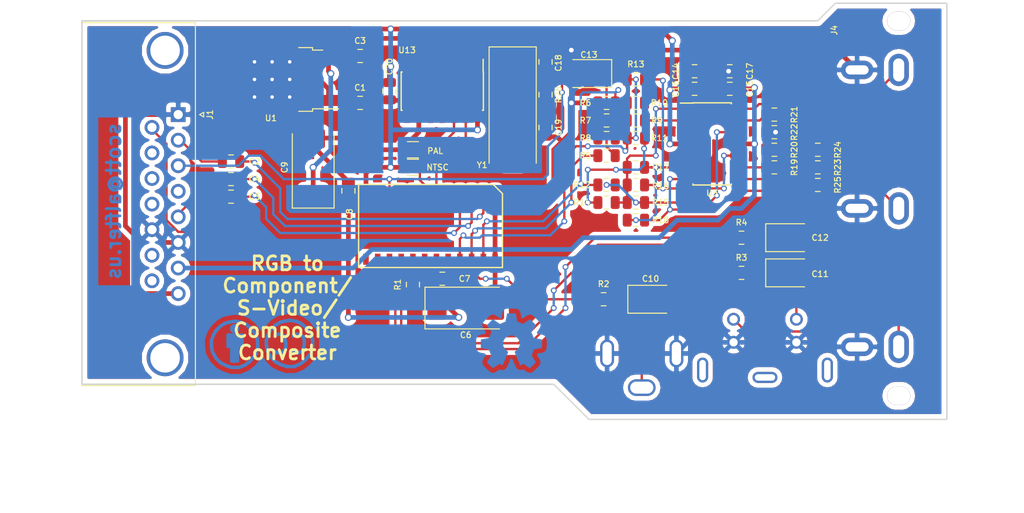
<source format=kicad_pcb>
(kicad_pcb (version 20171130) (host pcbnew "(5.0.0)")

  (general
    (thickness 1.6)
    (drawings 12)
    (tracks 497)
    (zones 0)
    (modules 75)
    (nets 60)
  )

  (page USLetter)
  (title_block
    (title "RGB to Component/S-Video/Composite Adapter")
    (date 2018-02-23)
    (company "Scott Alfter")
  )

  (layers
    (0 F.Cu signal)
    (31 B.Cu signal)
    (32 B.Adhes user)
    (33 F.Adhes user)
    (34 B.Paste user)
    (35 F.Paste user)
    (36 B.SilkS user)
    (37 F.SilkS user)
    (38 B.Mask user)
    (39 F.Mask user)
    (40 Dwgs.User user)
    (41 Cmts.User user)
    (42 Eco1.User user)
    (43 Eco2.User user)
    (44 Edge.Cuts user)
    (45 Margin user)
    (46 B.CrtYd user)
    (47 F.CrtYd user)
    (48 B.Fab user)
    (49 F.Fab user)
  )

  (setup
    (last_trace_width 0.254)
    (trace_clearance 0.2032)
    (zone_clearance 0.508)
    (zone_45_only no)
    (trace_min 0.2032)
    (segment_width 0.2)
    (edge_width 0.15)
    (via_size 0.635)
    (via_drill 0.381)
    (via_min_size 0.635)
    (via_min_drill 0.381)
    (uvia_size 0.635)
    (uvia_drill 0.381)
    (uvias_allowed no)
    (uvia_min_size 0)
    (uvia_min_drill 0)
    (pcb_text_width 0.3)
    (pcb_text_size 1.5 1.5)
    (mod_edge_width 0.15)
    (mod_text_size 0.635 0.635)
    (mod_text_width 0.1143)
    (pad_size 1.524 1.524)
    (pad_drill 0.762)
    (pad_to_mask_clearance 0.2)
    (aux_axis_origin 0 0)
    (visible_elements 7FFFFF7F)
    (pcbplotparams
      (layerselection 0x210e8_ffffffff)
      (usegerberextensions true)
      (usegerberattributes true)
      (usegerberadvancedattributes true)
      (creategerberjobfile false)
      (excludeedgelayer true)
      (linewidth 0.100000)
      (plotframeref false)
      (viasonmask false)
      (mode 1)
      (useauxorigin true)
      (hpglpennumber 1)
      (hpglpenspeed 20)
      (hpglpendiameter 15.000000)
      (psnegative false)
      (psa4output false)
      (plotreference true)
      (plotvalue true)
      (plotinvisibletext false)
      (padsonsilk false)
      (subtractmaskfromsilk false)
      (outputformat 1)
      (mirror false)
      (drillshape 0)
      (scaleselection 1)
      (outputdirectory "gerbers/"))
  )

  (net 0 "")
  (net 1 GND)
  (net 2 "Net-(C2-Pad1)")
  (net 3 VCC)
  (net 4 "Net-(C4-Pad1)")
  (net 5 "Net-(C5-Pad1)")
  (net 6 "Net-(C10-Pad1)")
  (net 7 "Net-(C10-Pad2)")
  (net 8 "Net-(C11-Pad1)")
  (net 9 "Net-(C11-Pad2)")
  (net 10 "Net-(C12-Pad1)")
  (net 11 "Net-(C12-Pad2)")
  (net 12 "Net-(C13-Pad1)")
  (net 13 /rgb2component/Sync)
  (net 14 VEE)
  (net 15 "Net-(J1-Pad4)")
  (net 16 "Net-(J1-Pad10)")
  (net 17 "Net-(J1-Pad11)")
  (net 18 "Net-(J1-Pad12)")
  (net 19 "Net-(J1-Pad14)")
  (net 20 "Net-(J1-Pad15)")
  (net 21 "Net-(J4-Pad3)")
  (net 22 "Net-(J4-Pad1)")
  (net 23 "Net-(J4-Pad5)")
  (net 24 "Net-(R1-Pad2)")
  (net 25 "Net-(R2-Pad1)")
  (net 26 "Net-(R3-Pad1)")
  (net 27 "Net-(R4-Pad1)")
  (net 28 "Net-(R10-Pad1)")
  (net 29 "Net-(R12-Pad2)")
  (net 30 "Net-(R13-Pad2)")
  (net 31 "Net-(R14-Pad1)")
  (net 32 "Net-(R17-Pad2)")
  (net 33 "Net-(R18-Pad1)")
  (net 34 "Net-(R19-Pad1)")
  (net 35 "Net-(R19-Pad2)")
  (net 36 "Net-(R21-Pad1)")
  (net 37 "Net-(R21-Pad2)")
  (net 38 "Net-(U2-Pad5)")
  (net 39 "Net-(U2-Pad18)")
  (net 40 "Net-(U2-Pad8)")
  (net 41 "Net-(U2-Pad9)")
  (net 42 "Net-(U2-Pad14)")
  (net 43 "Net-(U2-Pad11)")
  (net 44 "Net-(U2-Pad13)")
  (net 45 /+12V)
  (net 46 /oscillator/XOUT)
  (net 47 "Net-(C18-Pad1)")
  (net 48 "Net-(C19-Pad2)")
  (net 49 "Net-(JP1-Pad2)")
  (net 50 "Net-(U13-Pad4)")
  (net 51 "Net-(U13-Pad6)")
  (net 52 "Net-(U13-Pad8)")
  (net 53 "Net-(U13-Pad10)")
  (net 54 /R_IN)
  (net 55 /G_IN)
  (net 56 /B_IN)
  (net 57 /G_OUT)
  (net 58 /R_OUT)
  (net 59 /B_OUT)

  (net_class Default "This is the default net class."
    (clearance 0.2032)
    (trace_width 0.254)
    (via_dia 0.635)
    (via_drill 0.381)
    (uvia_dia 0.635)
    (uvia_drill 0.381)
    (add_net /B_IN)
    (add_net /B_OUT)
    (add_net /G_IN)
    (add_net /G_OUT)
    (add_net /R_IN)
    (add_net /R_OUT)
    (add_net /oscillator/XOUT)
    (add_net /rgb2component/Sync)
    (add_net "Net-(C10-Pad1)")
    (add_net "Net-(C10-Pad2)")
    (add_net "Net-(C11-Pad1)")
    (add_net "Net-(C11-Pad2)")
    (add_net "Net-(C12-Pad1)")
    (add_net "Net-(C12-Pad2)")
    (add_net "Net-(C13-Pad1)")
    (add_net "Net-(C18-Pad1)")
    (add_net "Net-(C19-Pad2)")
    (add_net "Net-(C2-Pad1)")
    (add_net "Net-(C4-Pad1)")
    (add_net "Net-(C5-Pad1)")
    (add_net "Net-(J1-Pad10)")
    (add_net "Net-(J1-Pad11)")
    (add_net "Net-(J1-Pad12)")
    (add_net "Net-(J1-Pad14)")
    (add_net "Net-(J1-Pad15)")
    (add_net "Net-(J1-Pad4)")
    (add_net "Net-(J4-Pad1)")
    (add_net "Net-(J4-Pad3)")
    (add_net "Net-(J4-Pad5)")
    (add_net "Net-(JP1-Pad2)")
    (add_net "Net-(R1-Pad2)")
    (add_net "Net-(R10-Pad1)")
    (add_net "Net-(R12-Pad2)")
    (add_net "Net-(R13-Pad2)")
    (add_net "Net-(R14-Pad1)")
    (add_net "Net-(R17-Pad2)")
    (add_net "Net-(R18-Pad1)")
    (add_net "Net-(R19-Pad1)")
    (add_net "Net-(R19-Pad2)")
    (add_net "Net-(R2-Pad1)")
    (add_net "Net-(R21-Pad1)")
    (add_net "Net-(R21-Pad2)")
    (add_net "Net-(R3-Pad1)")
    (add_net "Net-(R4-Pad1)")
    (add_net "Net-(U13-Pad10)")
    (add_net "Net-(U13-Pad4)")
    (add_net "Net-(U13-Pad6)")
    (add_net "Net-(U13-Pad8)")
    (add_net "Net-(U2-Pad11)")
    (add_net "Net-(U2-Pad13)")
    (add_net "Net-(U2-Pad14)")
    (add_net "Net-(U2-Pad18)")
    (add_net "Net-(U2-Pad5)")
    (add_net "Net-(U2-Pad8)")
    (add_net "Net-(U2-Pad9)")
  )

  (net_class Power ""
    (clearance 0.2032)
    (trace_width 0.508)
    (via_dia 0.762)
    (via_drill 0.508)
    (uvia_dia 0.762)
    (uvia_drill 0.508)
    (add_net /+12V)
    (add_net GND)
    (add_net VCC)
    (add_net VEE)
  )

  (module conns:mini-din-4 (layer F.Cu) (tedit 5B840A36) (tstamp 5A925300)
    (at 140.335 112.395 180)
    (path /5A8FDFCE)
    (fp_text reference J3 (at 0 0.381 180) (layer F.Fab)
      (effects (font (size 0.635 0.635) (thickness 0.1143)))
    )
    (fp_text value S-Video (at 0 -0.5 180) (layer F.Fab)
      (effects (font (size 0.635 0.635) (thickness 0.1143)))
    )
    (fp_line (start -7.3 -6.5) (end 7.3 -6.5) (layer F.CrtYd) (width 0.15))
    (fp_line (start -7.3 6.5) (end 7.3 6.5) (layer F.CrtYd) (width 0.15))
    (fp_line (start -7.3 -6.5) (end -7.3 6.5) (layer F.CrtYd) (width 0.15))
    (fp_line (start 7.3 -6.5) (end 7.3 6.5) (layer F.CrtYd) (width 0.15))
    (fp_line (start -7 -6.5) (end -7 6.5) (layer F.Fab) (width 0.15))
    (fp_line (start 7 -6.5) (end 7 6.5) (layer F.Fab) (width 0.15))
    (fp_line (start -7 6.5) (end 7 6.5) (layer F.Fab) (width 0.15))
    (fp_line (start -7 -6.5) (end 7 -6.5) (layer F.Fab) (width 0.15))
    (pad "" thru_hole oval (at 6.75 -1 180) (size 1.2 2.7) (drill oval 0.7 2.2) (layers *.Cu *.Mask))
    (pad "" thru_hole oval (at -6.75 -1 180) (size 1.2 2.7) (drill oval 0.7 2.2) (layers *.Cu *.Mask))
    (pad 4 thru_hole circle (at 3.4 4.5 180) (size 1.4 1.4) (drill 0.9) (layers *.Cu *.Mask)
      (net 11 "Net-(C12-Pad2)"))
    (pad 3 thru_hole circle (at -3.4 4.5 180) (size 1.4 1.4) (drill 0.9) (layers *.Cu *.Mask)
      (net 9 "Net-(C11-Pad2)"))
    (pad 2 thru_hole circle (at 3.4 2 180) (size 1.4 1.4) (drill 0.9) (layers *.Cu *.Mask)
      (net 1 GND))
    (pad 1 thru_hole circle (at -3.4 2 180) (size 1.4 1.4) (drill 0.9) (layers *.Cu *.Mask)
      (net 1 GND))
    (pad "" thru_hole oval (at 0 -1.8 180) (size 2.7 1.2) (drill oval 2.2 0.7) (layers *.Cu *.Mask))
    (model ${KIPRJMOD}/kicad-libs/models/mini-din-4.wrl
      (offset (xyz 0 6.507479902267455 6.355079904556274))
      (scale (xyz 0.3937 0.3937 0.3937))
      (rotate (xyz -90 0 180))
    )
  )

  (module conns:rca-right-angle (layer F.Cu) (tedit 5B840A19) (tstamp 5A9252F3)
    (at 127 114.3)
    (path /5A8FE45C)
    (fp_text reference J2 (at 0 -1.397) (layer F.Fab)
      (effects (font (size 0.635 0.635) (thickness 0.1143)))
    )
    (fp_text value Composite (at 0 -0.5) (layer F.Fab)
      (effects (font (size 0.635 0.635) (thickness 0.1143)))
    )
    (fp_line (start -5 -5) (end -5 5) (layer F.CrtYd) (width 0.15))
    (fp_line (start -5 5) (end 5 5) (layer F.CrtYd) (width 0.15))
    (fp_line (start 5 -5) (end 5 5) (layer F.CrtYd) (width 0.15))
    (fp_line (start -5 -5) (end 5 -5) (layer F.CrtYd) (width 0.15))
    (fp_line (start -4.15 14.5) (end 4.15 14.5) (layer F.Fab) (width 0.15))
    (fp_line (start 4.15 5) (end 4.15 14.5) (layer F.Fab) (width 0.15))
    (fp_line (start -4.15 5) (end -4.15 14.5) (layer F.Fab) (width 0.15))
    (fp_line (start 5 -5) (end 5 5) (layer F.Fab) (width 0.15))
    (fp_line (start -5 5) (end 5 5) (layer F.Fab) (width 0.15))
    (fp_line (start -5 -5) (end 5 -5) (layer F.Fab) (width 0.15))
    (fp_line (start -5 -5) (end -5 5) (layer F.Fab) (width 0.15))
    (pad 2 thru_hole oval (at 3.75 -2.7) (size 1.5 3) (drill oval 1 2.5) (layers *.Cu *.Mask)
      (net 1 GND))
    (pad 1 thru_hole oval (at 0 1) (size 3 1.8) (drill oval 2.5 1.3) (layers *.Cu *.Mask)
      (net 7 "Net-(C10-Pad2)"))
    (pad 2 thru_hole oval (at -3.75 -2.7) (size 1.5 3) (drill oval 1 2.5) (layers *.Cu *.Mask)
      (net 1 GND))
    (model ${KIPRJMOD}/kicad-libs/models/pjran1x1_Series.stp
      (offset (xyz 0 0 7.5))
      (scale (xyz 1 1 1))
      (rotate (xyz 180 0 0))
    )
  )

  (module sop:SOP-24_15.0x5.3mm_P1.27mm (layer F.Cu) (tedit 5B84095B) (tstamp 5A90EC28)
    (at 104.14 97.79 180)
    (path /5A8FDC56)
    (fp_text reference U2 (at 0 0.508) (layer F.Fab)
      (effects (font (size 0.635 0.635) (thickness 0.1143)))
    )
    (fp_text value CXA2075 (at 0 -0.508 180) (layer F.Fab)
      (effects (font (size 0.635 0.635) (thickness 0.1143)))
    )
    (fp_circle (center -7 2.15) (end -6.858579 2.15) (layer F.Fab) (width 0.15))
    (fp_line (start 7.5 -2.65) (end 7.5 2.65) (layer F.Fab) (width 0.15))
    (fp_line (start -7.5 2.65) (end -7.5 -2.65) (layer F.Fab) (width 0.15))
    (fp_line (start -7.5 -2.65) (end 7.5 -2.65) (layer F.Fab) (width 0.15))
    (fp_line (start -7.5 2.65) (end 7.5 2.65) (layer F.Fab) (width 0.15))
    (fp_line (start -6.785 4.5) (end -7.785 3.5) (layer F.SilkS) (width 0.15))
    (fp_line (start -7.785 -4.5) (end -7.785 3.5) (layer F.SilkS) (width 0.15))
    (fp_line (start -6.785 4.5) (end 7.785 4.5) (layer F.SilkS) (width 0.15))
    (fp_line (start 7.785 4.5) (end 7.785 -4.5) (layer F.SilkS) (width 0.15))
    (fp_line (start 7.785 -4.5) (end -7.785 -4.5) (layer F.SilkS) (width 0.15))
    (pad 24 smd rect (at -6.985 -3.6 180) (size 0.6 1.2) (layers F.Cu F.Paste F.Mask)
      (net 1 GND))
    (pad 1 smd rect (at -6.985 3.6 180) (size 0.6 1.2) (layers F.Cu F.Paste F.Mask)
      (net 1 GND))
    (pad 23 smd rect (at -5.715 -3.6 180) (size 0.6 1.2) (layers F.Cu F.Paste F.Mask)
      (net 58 /R_OUT))
    (pad 2 smd rect (at -5.715 3.6 180) (size 0.6 1.2) (layers F.Cu F.Paste F.Mask)
      (net 54 /R_IN))
    (pad 22 smd rect (at -4.445 -3.6 180) (size 0.6 1.2) (layers F.Cu F.Paste F.Mask)
      (net 57 /G_OUT))
    (pad 3 smd rect (at -4.445 3.6 180) (size 0.6 1.2) (layers F.Cu F.Paste F.Mask)
      (net 55 /G_IN))
    (pad 21 smd rect (at -3.175 -3.6 180) (size 0.6 1.2) (layers F.Cu F.Paste F.Mask)
      (net 59 /B_OUT))
    (pad 4 smd rect (at -3.175 3.6 180) (size 0.6 1.2) (layers F.Cu F.Paste F.Mask)
      (net 56 /B_IN))
    (pad 20 smd rect (at -1.905 -3.6 180) (size 0.6 1.2) (layers F.Cu F.Paste F.Mask)
      (net 25 "Net-(R2-Pad1)"))
    (pad 5 smd rect (at -1.905 3.6 180) (size 0.6 1.2) (layers F.Cu F.Paste F.Mask)
      (net 38 "Net-(U2-Pad5)"))
    (pad 19 smd rect (at -0.635 -3.6 180) (size 0.6 1.2) (layers F.Cu F.Paste F.Mask)
      (net 3 VCC))
    (pad 6 smd rect (at -0.635 3.6 180) (size 0.6 1.2) (layers F.Cu F.Paste F.Mask)
      (net 46 /oscillator/XOUT))
    (pad 18 smd rect (at 0.635 -3.6 180) (size 0.6 1.2) (layers F.Cu F.Paste F.Mask)
      (net 39 "Net-(U2-Pad18)"))
    (pad 7 smd rect (at 0.635 3.6 180) (size 0.6 1.2) (layers F.Cu F.Paste F.Mask)
      (net 49 "Net-(JP1-Pad2)"))
    (pad 17 smd rect (at 1.905 -3.6 180) (size 0.6 1.2) (layers F.Cu F.Paste F.Mask)
      (net 24 "Net-(R1-Pad2)"))
    (pad 8 smd rect (at 1.905 3.6 180) (size 0.6 1.2) (layers F.Cu F.Paste F.Mask)
      (net 40 "Net-(U2-Pad8)"))
    (pad 16 smd rect (at 3.175 -3.6 180) (size 0.6 1.2) (layers F.Cu F.Paste F.Mask)
      (net 26 "Net-(R3-Pad1)"))
    (pad 9 smd rect (at 3.175 3.6 180) (size 0.6 1.2) (layers F.Cu F.Paste F.Mask)
      (net 41 "Net-(U2-Pad9)"))
    (pad 15 smd rect (at 4.445 -3.6 180) (size 0.6 1.2) (layers F.Cu F.Paste F.Mask)
      (net 27 "Net-(R4-Pad1)"))
    (pad 10 smd rect (at 4.445 3.6 180) (size 0.6 1.2) (layers F.Cu F.Paste F.Mask)
      (net 13 /rgb2component/Sync))
    (pad 14 smd rect (at 5.715 -3.6 180) (size 0.6 1.2) (layers F.Cu F.Paste F.Mask)
      (net 42 "Net-(U2-Pad14)"))
    (pad 11 smd rect (at 5.715 3.6 180) (size 0.6 1.2) (layers F.Cu F.Paste F.Mask)
      (net 43 "Net-(U2-Pad11)"))
    (pad 13 smd rect (at 6.985 -3.6 180) (size 0.6 1.2) (layers F.Cu F.Paste F.Mask)
      (net 44 "Net-(U2-Pad13)"))
    (pad 12 smd rect (at 6.985 3.6 180) (size 0.6 1.2) (layers F.Cu F.Paste F.Mask)
      (net 3 VCC))
    (model ${KIPRJMOD}/kicad-libs/models/SOP-24_15.0x5.3mm_P1.27mm.wrl
      (offset (xyz -6.970013895320892 -3.949953940677643 0))
      (scale (xyz 0.3937 0.3937 0.3937))
      (rotate (xyz 0 0 0))
    )
  )

  (module Package_TO_SOT_SMD:TO-252-2 (layer F.Cu) (tedit 5B8373EC) (tstamp 5B8408E8)
    (at 88.9 81.915 180)
    (descr "TO-252 / DPAK SMD package, http://www.infineon.com/cms/en/product/packages/PG-TO252/PG-TO252-3-1/")
    (tags "DPAK TO-252 DPAK-3 TO-252-3 SOT-428")
    (path /5A8FA5BA)
    (zone_connect 2)
    (attr smd)
    (fp_text reference U1 (at 2.032 -4.191 180) (layer F.SilkS)
      (effects (font (size 0.635 0.635) (thickness 0.1143)))
    )
    (fp_text value L7805 (at 0 -1.27 180) (layer F.Fab)
      (effects (font (size 0.635 0.635) (thickness 0.1143)))
    )
    (fp_text user %R (at 0 0 180) (layer F.Fab)
      (effects (font (size 1 1) (thickness 0.15)))
    )
    (fp_line (start 5.55 -3.5) (end -5.55 -3.5) (layer F.CrtYd) (width 0.05))
    (fp_line (start 5.55 3.5) (end 5.55 -3.5) (layer F.CrtYd) (width 0.05))
    (fp_line (start -5.55 3.5) (end 5.55 3.5) (layer F.CrtYd) (width 0.05))
    (fp_line (start -5.55 -3.5) (end -5.55 3.5) (layer F.CrtYd) (width 0.05))
    (fp_line (start -2.47 3.18) (end -3.57 3.18) (layer F.SilkS) (width 0.12))
    (fp_line (start -2.47 3.45) (end -2.47 3.18) (layer F.SilkS) (width 0.12))
    (fp_line (start -0.97 3.45) (end -2.47 3.45) (layer F.SilkS) (width 0.12))
    (fp_line (start -2.47 -3.18) (end -5.3 -3.18) (layer F.SilkS) (width 0.12))
    (fp_line (start -2.47 -3.45) (end -2.47 -3.18) (layer F.SilkS) (width 0.12))
    (fp_line (start -0.97 -3.45) (end -2.47 -3.45) (layer F.SilkS) (width 0.12))
    (fp_line (start -4.97 2.655) (end -2.27 2.655) (layer F.Fab) (width 0.1))
    (fp_line (start -4.97 1.905) (end -4.97 2.655) (layer F.Fab) (width 0.1))
    (fp_line (start -2.27 1.905) (end -4.97 1.905) (layer F.Fab) (width 0.1))
    (fp_line (start -4.97 -1.905) (end -2.27 -1.905) (layer F.Fab) (width 0.1))
    (fp_line (start -4.97 -2.655) (end -4.97 -1.905) (layer F.Fab) (width 0.1))
    (fp_line (start -1.865 -2.655) (end -4.97 -2.655) (layer F.Fab) (width 0.1))
    (fp_line (start -1.27 -3.25) (end 3.95 -3.25) (layer F.Fab) (width 0.1))
    (fp_line (start -2.27 -2.25) (end -1.27 -3.25) (layer F.Fab) (width 0.1))
    (fp_line (start -2.27 3.25) (end -2.27 -2.25) (layer F.Fab) (width 0.1))
    (fp_line (start 3.95 3.25) (end -2.27 3.25) (layer F.Fab) (width 0.1))
    (fp_line (start 3.95 -3.25) (end 3.95 3.25) (layer F.Fab) (width 0.1))
    (fp_line (start 4.95 2.7) (end 3.95 2.7) (layer F.Fab) (width 0.1))
    (fp_line (start 4.95 -2.7) (end 4.95 2.7) (layer F.Fab) (width 0.1))
    (fp_line (start 3.95 -2.7) (end 4.95 -2.7) (layer F.Fab) (width 0.1))
    (pad "" smd rect (at 0.425 1.525 180) (size 3.05 2.75) (layers F.Paste)
      (zone_connect 2))
    (pad "" smd rect (at 3.775 -1.525 180) (size 3.05 2.75) (layers F.Paste)
      (zone_connect 2))
    (pad "" smd rect (at 0.425 -1.525 180) (size 3.05 2.75) (layers F.Paste)
      (zone_connect 2))
    (pad "" smd rect (at 3.775 1.525 180) (size 3.05 2.75) (layers F.Paste)
      (zone_connect 2))
    (pad 2 smd rect (at 2.1 0 180) (size 6.4 5.8) (layers F.Cu F.Mask)
      (net 1 GND) (zone_connect 2))
    (pad 3 smd rect (at -4.2 2.28 180) (size 2.2 1.2) (layers F.Cu F.Paste F.Mask)
      (net 3 VCC) (zone_connect 2))
    (pad 1 smd rect (at -4.2 -2.28 180) (size 2.2 1.2) (layers F.Cu F.Paste F.Mask)
      (net 45 /+12V) (zone_connect 2))
    (pad 2 smd rect (at 2.1 0 180) (size 6.4 5.8) (layers B.Cu F.Mask)
      (net 1 GND) (zone_connect 2))
    (model ${KISYS3DMOD}/Package_TO_SOT_SMD.3dshapes/TO-252-2.wrl
      (at (xyz 0 0 0))
      (scale (xyz 1 1 1))
      (rotate (xyz 0 0 0))
    )
  )

  (module thermal-vias:via-25mil (layer F.Cu) (tedit 5A92F5FE) (tstamp 5A9302A6)
    (at 85.09 80.01)
    (path /5A934273)
    (fp_text reference U4 (at 0 0.5) (layer F.SilkS) hide
      (effects (font (size 0.635 0.635) (thickness 0.1143)))
    )
    (fp_text value via (at 0 -0.5) (layer F.Fab) hide
      (effects (font (size 0.635 0.635) (thickness 0.1143)))
    )
    (pad "" thru_hole circle (at 0 0) (size 0.635 0.635) (drill 0.381) (layers *.Cu)
      (zone_connect 2))
  )

  (module thermal-vias:via-25mil (layer F.Cu) (tedit 5A92F5FE) (tstamp 5A9302AB)
    (at 86.995 80.01)
    (path /5A934476)
    (fp_text reference U5 (at 0 0.5) (layer F.SilkS) hide
      (effects (font (size 0.635 0.635) (thickness 0.1143)))
    )
    (fp_text value via (at 0 -0.5) (layer F.Fab) hide
      (effects (font (size 0.635 0.635) (thickness 0.1143)))
    )
    (pad "" thru_hole circle (at 0 0) (size 0.635 0.635) (drill 0.381) (layers *.Cu)
      (zone_connect 2))
  )

  (module thermal-vias:via-25mil (layer F.Cu) (tedit 5A92F5FE) (tstamp 5A9302B0)
    (at 88.9 80.01)
    (path /5A93450B)
    (fp_text reference U6 (at 0 0.5) (layer F.SilkS) hide
      (effects (font (size 0.635 0.635) (thickness 0.1143)))
    )
    (fp_text value via (at 0 -0.5) (layer F.Fab) hide
      (effects (font (size 0.635 0.635) (thickness 0.1143)))
    )
    (pad "" thru_hole circle (at 0 0) (size 0.635 0.635) (drill 0.381) (layers *.Cu)
      (zone_connect 2))
  )

  (module thermal-vias:via-25mil (layer F.Cu) (tedit 5A92F5FE) (tstamp 5A9302B5)
    (at 85.09 81.915)
    (path /5A934518)
    (fp_text reference U7 (at 0 0.5) (layer F.SilkS) hide
      (effects (font (size 0.635 0.635) (thickness 0.1143)))
    )
    (fp_text value via (at 0 -0.5) (layer F.Fab) hide
      (effects (font (size 0.635 0.635) (thickness 0.1143)))
    )
    (pad "" thru_hole circle (at 0 0) (size 0.635 0.635) (drill 0.381) (layers *.Cu)
      (zone_connect 2))
  )

  (module thermal-vias:via-25mil (layer F.Cu) (tedit 5A92F5FE) (tstamp 5A9302BA)
    (at 86.995 81.915)
    (path /5A93504D)
    (fp_text reference U8 (at 0 0.5) (layer F.SilkS) hide
      (effects (font (size 0.635 0.635) (thickness 0.1143)))
    )
    (fp_text value via (at 0 -0.5) (layer F.Fab) hide
      (effects (font (size 0.635 0.635) (thickness 0.1143)))
    )
    (pad "" thru_hole circle (at 0 0) (size 0.635 0.635) (drill 0.381) (layers *.Cu)
      (zone_connect 2))
  )

  (module thermal-vias:via-25mil (layer F.Cu) (tedit 5A92F5FE) (tstamp 5A9302BF)
    (at 88.9 81.915)
    (path /5A93505A)
    (fp_text reference U9 (at 0 0.5) (layer F.SilkS) hide
      (effects (font (size 0.635 0.635) (thickness 0.1143)))
    )
    (fp_text value via (at 0 -0.5) (layer F.Fab) hide
      (effects (font (size 0.635 0.635) (thickness 0.1143)))
    )
    (pad "" thru_hole circle (at 0 0) (size 0.635 0.635) (drill 0.381) (layers *.Cu)
      (zone_connect 2))
  )

  (module thermal-vias:via-25mil (layer F.Cu) (tedit 5A92F5FE) (tstamp 5A9302C4)
    (at 85.09 83.82)
    (path /5A935067)
    (fp_text reference U10 (at 0 0.5) (layer F.SilkS) hide
      (effects (font (size 0.635 0.635) (thickness 0.1143)))
    )
    (fp_text value via (at 0 -0.5) (layer F.Fab) hide
      (effects (font (size 0.635 0.635) (thickness 0.1143)))
    )
    (pad "" thru_hole circle (at 0 0) (size 0.635 0.635) (drill 0.381) (layers *.Cu)
      (zone_connect 2))
  )

  (module thermal-vias:via-25mil (layer F.Cu) (tedit 5A92F5FE) (tstamp 5A9302C9)
    (at 86.995 83.82)
    (path /5A935074)
    (fp_text reference U11 (at 0 0.5) (layer F.SilkS) hide
      (effects (font (size 0.635 0.635) (thickness 0.1143)))
    )
    (fp_text value via (at 0 -0.5) (layer F.Fab) hide
      (effects (font (size 0.635 0.635) (thickness 0.1143)))
    )
    (pad "" thru_hole circle (at 0 0) (size 0.635 0.635) (drill 0.381) (layers *.Cu)
      (zone_connect 2))
  )

  (module thermal-vias:via-25mil (layer F.Cu) (tedit 5A92F5FE) (tstamp 5A9302CE)
    (at 88.9 83.82)
    (path /5A935109)
    (fp_text reference U12 (at 0 0.5) (layer F.SilkS) hide
      (effects (font (size 0.635 0.635) (thickness 0.1143)))
    )
    (fp_text value via (at 0 -0.5) (layer F.Fab) hide
      (effects (font (size 0.635 0.635) (thickness 0.1143)))
    )
    (pad "" thru_hole circle (at 0 0) (size 0.635 0.635) (drill 0.381) (layers *.Cu)
      (zone_connect 2))
  )

  (module Housings_SOIC:SOIC-14_3.9x8.7mm_Pitch1.27mm (layer F.Cu) (tedit 5A942C23) (tstamp 5A932EF3)
    (at 105.41 83.185 270)
    (descr "14-Lead Plastic Small Outline (SL) - Narrow, 3.90 mm Body [SOIC] (see Microchip Packaging Specification 00000049BS.pdf)")
    (tags "SOIC 1.27")
    (path /5A932E50/5A933EA8)
    (attr smd)
    (fp_text reference U13 (at -4.445 3.81) (layer F.SilkS)
      (effects (font (size 0.635 0.635) (thickness 0.1143)))
    )
    (fp_text value 74HCT04 (at 0 0) (layer F.Fab)
      (effects (font (size 0.635 0.635) (thickness 0.1143)))
    )
    (fp_text user %R (at -1.016 0.127) (layer F.Fab)
      (effects (font (size 0.635 0.635) (thickness 0.1143)))
    )
    (fp_line (start -0.95 -4.35) (end 1.95 -4.35) (layer F.Fab) (width 0.15))
    (fp_line (start 1.95 -4.35) (end 1.95 4.35) (layer F.Fab) (width 0.15))
    (fp_line (start 1.95 4.35) (end -1.95 4.35) (layer F.Fab) (width 0.15))
    (fp_line (start -1.95 4.35) (end -1.95 -3.35) (layer F.Fab) (width 0.15))
    (fp_line (start -1.95 -3.35) (end -0.95 -4.35) (layer F.Fab) (width 0.15))
    (fp_line (start -3.7 -4.65) (end -3.7 4.65) (layer F.CrtYd) (width 0.05))
    (fp_line (start 3.7 -4.65) (end 3.7 4.65) (layer F.CrtYd) (width 0.05))
    (fp_line (start -3.7 -4.65) (end 3.7 -4.65) (layer F.CrtYd) (width 0.05))
    (fp_line (start -3.7 4.65) (end 3.7 4.65) (layer F.CrtYd) (width 0.05))
    (fp_line (start -2.075 -4.45) (end -2.075 -4.425) (layer F.SilkS) (width 0.15))
    (fp_line (start 2.075 -4.45) (end 2.075 -4.335) (layer F.SilkS) (width 0.15))
    (fp_line (start 2.075 4.45) (end 2.075 4.335) (layer F.SilkS) (width 0.15))
    (fp_line (start -2.075 4.45) (end -2.075 4.335) (layer F.SilkS) (width 0.15))
    (fp_line (start -2.075 -4.45) (end 2.075 -4.45) (layer F.SilkS) (width 0.15))
    (fp_line (start -2.075 4.45) (end 2.075 4.45) (layer F.SilkS) (width 0.15))
    (fp_line (start -2.075 -4.425) (end -3.45 -4.425) (layer F.SilkS) (width 0.15))
    (pad 1 smd rect (at -2.7 -3.81 270) (size 1.5 0.6) (layers F.Cu F.Paste F.Mask)
      (net 47 "Net-(C18-Pad1)"))
    (pad 2 smd rect (at -2.7 -2.54 270) (size 1.5 0.6) (layers F.Cu F.Paste F.Mask)
      (net 48 "Net-(C19-Pad2)"))
    (pad 3 smd rect (at -2.7 -1.27 270) (size 1.5 0.6) (layers F.Cu F.Paste F.Mask)
      (net 1 GND))
    (pad 4 smd rect (at -2.7 0 270) (size 1.5 0.6) (layers F.Cu F.Paste F.Mask)
      (net 50 "Net-(U13-Pad4)"))
    (pad 5 smd rect (at -2.7 1.27 270) (size 1.5 0.6) (layers F.Cu F.Paste F.Mask)
      (net 1 GND))
    (pad 6 smd rect (at -2.7 2.54 270) (size 1.5 0.6) (layers F.Cu F.Paste F.Mask)
      (net 51 "Net-(U13-Pad6)"))
    (pad 7 smd rect (at -2.7 3.81 270) (size 1.5 0.6) (layers F.Cu F.Paste F.Mask)
      (net 1 GND))
    (pad 8 smd rect (at 2.7 3.81 270) (size 1.5 0.6) (layers F.Cu F.Paste F.Mask)
      (net 52 "Net-(U13-Pad8)"))
    (pad 9 smd rect (at 2.7 2.54 270) (size 1.5 0.6) (layers F.Cu F.Paste F.Mask)
      (net 1 GND))
    (pad 10 smd rect (at 2.7 1.27 270) (size 1.5 0.6) (layers F.Cu F.Paste F.Mask)
      (net 53 "Net-(U13-Pad10)"))
    (pad 11 smd rect (at 2.7 0 270) (size 1.5 0.6) (layers F.Cu F.Paste F.Mask)
      (net 1 GND))
    (pad 12 smd rect (at 2.7 -1.27 270) (size 1.5 0.6) (layers F.Cu F.Paste F.Mask)
      (net 46 /oscillator/XOUT))
    (pad 13 smd rect (at 2.7 -2.54 270) (size 1.5 0.6) (layers F.Cu F.Paste F.Mask)
      (net 48 "Net-(C19-Pad2)"))
    (pad 14 smd rect (at 2.7 -3.81 270) (size 1.5 0.6) (layers F.Cu F.Paste F.Mask)
      (net 3 VCC))
    (model ${KISYS3DMOD}/Package_SO.3dshapes/SOIC-14_3.9x8.7mm_P1.27mm.step
      (at (xyz 0 0 0))
      (scale (xyz 1 1 1))
      (rotate (xyz 0 0 0))
    )
  )

  (module jumpers:jumper_nc (layer F.Cu) (tedit 5A9336EF) (tstamp 5A933476)
    (at 102.235 91.44)
    (descr "jumper, normally closed")
    (tags jumper)
    (path /5A9363C5)
    (attr smd)
    (fp_text reference JP1 (at -2.54 0) (layer F.SilkS) hide
      (effects (font (size 0.635 0.635) (thickness 0.1143)))
    )
    (fp_text value Jumper_NC_Small (at 0 1.75) (layer F.Fab) hide
      (effects (font (size 0.635 0.635) (thickness 0.1143)))
    )
    (fp_line (start -0.762 0) (end 0.762 0) (layer F.Cu) (width 0.254))
    (fp_line (start 0.6 0.88) (end -0.6 0.88) (layer F.SilkS) (width 0.12))
    (fp_line (start -0.6 -0.88) (end 0.6 -0.88) (layer F.SilkS) (width 0.12))
    (fp_line (start -1.55 -0.9) (end 1.55 -0.9) (layer F.CrtYd) (width 0.05))
    (fp_line (start -1.55 -0.9) (end -1.55 0.9) (layer F.CrtYd) (width 0.05))
    (fp_line (start 1.55 0.9) (end 1.55 -0.9) (layer F.CrtYd) (width 0.05))
    (fp_line (start 1.55 0.9) (end -1.55 0.9) (layer F.CrtYd) (width 0.05))
    (pad 1 smd rect (at -0.75 0) (size 1.1 1.3) (layers F.Cu)
      (net 3 VCC))
    (pad 2 smd rect (at 0.75 0) (size 1.1 1.3) (layers F.Cu)
      (net 49 "Net-(JP1-Pad2)"))
    (pad Mask smd rect (at 0 0) (size 2.6 1.3) (layers F.Mask))
  )

  (module jumpers:jumper_no (layer F.Cu) (tedit 5A9336E1) (tstamp 5A933483)
    (at 102.235 89.535)
    (descr "jumper, normally open")
    (tags jumper)
    (path /5A9366D3)
    (attr smd)
    (fp_text reference JP2 (at -2.54 0) (layer F.SilkS) hide
      (effects (font (size 0.635 0.635) (thickness 0.1143)))
    )
    (fp_text value Jumper_NO_Small (at 0 1.75) (layer F.Fab) hide
      (effects (font (size 0.635 0.635) (thickness 0.1143)))
    )
    (fp_line (start 0.6 0.88) (end -0.6 0.88) (layer F.SilkS) (width 0.12))
    (fp_line (start -0.6 -0.88) (end 0.6 -0.88) (layer F.SilkS) (width 0.12))
    (fp_line (start -1.55 -0.9) (end 1.55 -0.9) (layer F.CrtYd) (width 0.05))
    (fp_line (start -1.55 -0.9) (end -1.55 0.9) (layer F.CrtYd) (width 0.05))
    (fp_line (start 1.55 0.9) (end 1.55 -0.9) (layer F.CrtYd) (width 0.05))
    (fp_line (start 1.55 0.9) (end -1.55 0.9) (layer F.CrtYd) (width 0.05))
    (pad 1 smd rect (at -0.75 0) (size 1.1 1.3) (layers F.Cu)
      (net 1 GND))
    (pad 2 smd rect (at 0.75 0) (size 1.1 1.3) (layers F.Cu)
      (net 49 "Net-(JP1-Pad2)"))
    (pad Mask smd rect (at 0 0) (size 2.6 1.3) (layers F.Mask))
  )

  (module untented-vias:via-untented-15-25 (layer F.Cu) (tedit 5A937FB2) (tstamp 5A937D03)
    (at 107.696 98.806)
    (path /5A938693)
    (fp_text reference U19 (at 0 0.5) (layer F.SilkS) hide
      (effects (font (size 1 1) (thickness 0.15)))
    )
    (fp_text value via (at 0 -0.5) (layer F.Fab) hide
      (effects (font (size 0.635 0.635) (thickness 0.1143)))
    )
    (pad 1 thru_hole circle (at 0 0) (size 0.635 0.635) (drill 0.381) (layers *.Cu *.Mask)
      (net 59 /B_OUT) (zone_connect 1))
  )

  (module untented-vias:via-untented-15-25 (layer F.Cu) (tedit 5A937FB2) (tstamp 5A937CFE)
    (at 108.966 98.298)
    (path /5A938625)
    (fp_text reference U18 (at 0 0.5) (layer F.SilkS) hide
      (effects (font (size 1 1) (thickness 0.15)))
    )
    (fp_text value via (at 0 -0.5) (layer F.Fab) hide
      (effects (font (size 0.635 0.635) (thickness 0.1143)))
    )
    (pad 1 thru_hole circle (at 0 0) (size 0.635 0.635) (drill 0.381) (layers *.Cu *.Mask)
      (net 57 /G_OUT) (zone_connect 1))
  )

  (module untented-vias:via-untented-15-25 (layer F.Cu) (tedit 5A937FB2) (tstamp 5A937CF9)
    (at 110.236 97.282)
    (path /5A9385B7)
    (fp_text reference U17 (at 0 0.5) (layer F.SilkS) hide
      (effects (font (size 1 1) (thickness 0.15)))
    )
    (fp_text value via (at 0 -0.5) (layer F.Fab) hide
      (effects (font (size 0.635 0.635) (thickness 0.1143)))
    )
    (pad 1 thru_hole circle (at 0 0) (size 0.635 0.635) (drill 0.381) (layers *.Cu *.Mask)
      (net 58 /R_OUT) (zone_connect 1))
  )

  (module untented-vias:via-untented-15-25 (layer F.Cu) (tedit 5A937FB2) (tstamp 5A937CF4)
    (at 106.68 98.552)
    (path /5A938549)
    (fp_text reference U16 (at 0 0.5) (layer F.SilkS) hide
      (effects (font (size 1 1) (thickness 0.15)))
    )
    (fp_text value via (at 0 -0.5) (layer F.Fab) hide
      (effects (font (size 0.635 0.635) (thickness 0.1143)))
    )
    (pad 1 thru_hole circle (at 0 0) (size 0.635 0.635) (drill 0.381) (layers *.Cu *.Mask)
      (net 56 /B_IN) (zone_connect 1))
  )

  (module untented-vias:via-untented-15-25 (layer F.Cu) (tedit 5A937FB2) (tstamp 5A937CEF)
    (at 108.204 97.79)
    (path /5A9384DB)
    (fp_text reference U15 (at 0 0.5) (layer F.SilkS) hide
      (effects (font (size 1 1) (thickness 0.15)))
    )
    (fp_text value via (at 0 -0.5) (layer F.Fab) hide
      (effects (font (size 0.635 0.635) (thickness 0.1143)))
    )
    (pad 1 thru_hole circle (at 0 0) (size 0.635 0.635) (drill 0.381) (layers *.Cu *.Mask)
      (net 55 /G_IN) (zone_connect 1))
  )

  (module untented-vias:via-untented-15-25 (layer F.Cu) (tedit 5A937FB2) (tstamp 5A937CEA)
    (at 109.474 96.774)
    (path /5A9380C6)
    (fp_text reference U14 (at 0 0.5) (layer F.SilkS) hide
      (effects (font (size 1 1) (thickness 0.15)))
    )
    (fp_text value via (at 0 -0.5) (layer F.Fab) hide
      (effects (font (size 0.635 0.635) (thickness 0.1143)))
    )
    (pad 1 thru_hole circle (at 0 0) (size 0.635 0.635) (drill 0.381) (layers *.Cu *.Mask)
      (net 54 /R_IN) (zone_connect 1))
  )

  (module Capacitor_SMD:C_0805_2012Metric (layer F.Cu) (tedit 5B836B64) (tstamp 5B84660F)
    (at 96.52 84.455)
    (descr "Capacitor SMD 0805 (2012 Metric), square (rectangular) end terminal, IPC_7351 nominal, (Body size source: https://docs.google.com/spreadsheets/d/1BsfQQcO9C6DZCsRaXUlFlo91Tg2WpOkGARC1WS5S8t0/edit?usp=sharing), generated with kicad-footprint-generator")
    (tags capacitor)
    (path /5A8FA68B)
    (attr smd)
    (fp_text reference C1 (at 0 -1.65) (layer F.SilkS)
      (effects (font (size 0.635 0.635) (thickness 0.1143)))
    )
    (fp_text value 0.1u (at 0 1.143) (layer F.Fab)
      (effects (font (size 0.635 0.635) (thickness 0.1143)))
    )
    (fp_line (start -1 0.6) (end -1 -0.6) (layer F.Fab) (width 0.1))
    (fp_line (start -1 -0.6) (end 1 -0.6) (layer F.Fab) (width 0.1))
    (fp_line (start 1 -0.6) (end 1 0.6) (layer F.Fab) (width 0.1))
    (fp_line (start 1 0.6) (end -1 0.6) (layer F.Fab) (width 0.1))
    (fp_line (start -0.258578 -0.71) (end 0.258578 -0.71) (layer F.SilkS) (width 0.12))
    (fp_line (start -0.258578 0.71) (end 0.258578 0.71) (layer F.SilkS) (width 0.12))
    (fp_line (start -1.68 0.95) (end -1.68 -0.95) (layer F.CrtYd) (width 0.05))
    (fp_line (start -1.68 -0.95) (end 1.68 -0.95) (layer F.CrtYd) (width 0.05))
    (fp_line (start 1.68 -0.95) (end 1.68 0.95) (layer F.CrtYd) (width 0.05))
    (fp_line (start 1.68 0.95) (end -1.68 0.95) (layer F.CrtYd) (width 0.05))
    (fp_text user %R (at 0 0) (layer F.Fab)
      (effects (font (size 0.5 0.5) (thickness 0.08)))
    )
    (pad 1 smd roundrect (at -0.9375 0) (size 0.975 1.4) (layers F.Cu F.Paste F.Mask) (roundrect_rratio 0.25)
      (net 45 /+12V))
    (pad 2 smd roundrect (at 0.9375 0) (size 0.975 1.4) (layers F.Cu F.Paste F.Mask) (roundrect_rratio 0.25)
      (net 1 GND))
    (model ${KISYS3DMOD}/Capacitor_SMD.3dshapes/C_0805_2012Metric.wrl
      (at (xyz 0 0 0))
      (scale (xyz 1 1 1))
      (rotate (xyz 0 0 0))
    )
  )

  (module Capacitor_SMD:C_0805_2012Metric (layer F.Cu) (tedit 5B836B8C) (tstamp 5B84661F)
    (at 82.55 90.805)
    (descr "Capacitor SMD 0805 (2012 Metric), square (rectangular) end terminal, IPC_7351 nominal, (Body size source: https://docs.google.com/spreadsheets/d/1BsfQQcO9C6DZCsRaXUlFlo91Tg2WpOkGARC1WS5S8t0/edit?usp=sharing), generated with kicad-footprint-generator")
    (tags capacitor)
    (path /5A8F9FD5)
    (attr smd)
    (fp_text reference C2 (at 2.54 0) (layer F.SilkS)
      (effects (font (size 0.635 0.635) (thickness 0.1143)))
    )
    (fp_text value 0.1u (at 2.159 0) (layer F.Fab)
      (effects (font (size 0.635 0.635) (thickness 0.1143)))
    )
    (fp_text user %R (at 0 0) (layer F.Fab)
      (effects (font (size 0.5 0.5) (thickness 0.08)))
    )
    (fp_line (start 1.68 0.95) (end -1.68 0.95) (layer F.CrtYd) (width 0.05))
    (fp_line (start 1.68 -0.95) (end 1.68 0.95) (layer F.CrtYd) (width 0.05))
    (fp_line (start -1.68 -0.95) (end 1.68 -0.95) (layer F.CrtYd) (width 0.05))
    (fp_line (start -1.68 0.95) (end -1.68 -0.95) (layer F.CrtYd) (width 0.05))
    (fp_line (start -0.258578 0.71) (end 0.258578 0.71) (layer F.SilkS) (width 0.12))
    (fp_line (start -0.258578 -0.71) (end 0.258578 -0.71) (layer F.SilkS) (width 0.12))
    (fp_line (start 1 0.6) (end -1 0.6) (layer F.Fab) (width 0.1))
    (fp_line (start 1 -0.6) (end 1 0.6) (layer F.Fab) (width 0.1))
    (fp_line (start -1 -0.6) (end 1 -0.6) (layer F.Fab) (width 0.1))
    (fp_line (start -1 0.6) (end -1 -0.6) (layer F.Fab) (width 0.1))
    (pad 2 smd roundrect (at 0.9375 0) (size 0.975 1.4) (layers F.Cu F.Paste F.Mask) (roundrect_rratio 0.25)
      (net 54 /R_IN))
    (pad 1 smd roundrect (at -0.9375 0) (size 0.975 1.4) (layers F.Cu F.Paste F.Mask) (roundrect_rratio 0.25)
      (net 2 "Net-(C2-Pad1)"))
    (model ${KISYS3DMOD}/Capacitor_SMD.3dshapes/C_0805_2012Metric.wrl
      (at (xyz 0 0 0))
      (scale (xyz 1 1 1))
      (rotate (xyz 0 0 0))
    )
  )

  (module Capacitor_SMD:C_0805_2012Metric (layer F.Cu) (tedit 5B836B6B) (tstamp 5B84662F)
    (at 96.52 79.375)
    (descr "Capacitor SMD 0805 (2012 Metric), square (rectangular) end terminal, IPC_7351 nominal, (Body size source: https://docs.google.com/spreadsheets/d/1BsfQQcO9C6DZCsRaXUlFlo91Tg2WpOkGARC1WS5S8t0/edit?usp=sharing), generated with kicad-footprint-generator")
    (tags capacitor)
    (path /5A8FA724)
    (attr smd)
    (fp_text reference C3 (at 0 -1.65) (layer F.SilkS)
      (effects (font (size 0.635 0.635) (thickness 0.1143)))
    )
    (fp_text value 1u (at 0 1.143) (layer F.Fab)
      (effects (font (size 0.635 0.635) (thickness 0.1143)))
    )
    (fp_text user %R (at 0 0) (layer F.Fab)
      (effects (font (size 0.5 0.5) (thickness 0.08)))
    )
    (fp_line (start 1.68 0.95) (end -1.68 0.95) (layer F.CrtYd) (width 0.05))
    (fp_line (start 1.68 -0.95) (end 1.68 0.95) (layer F.CrtYd) (width 0.05))
    (fp_line (start -1.68 -0.95) (end 1.68 -0.95) (layer F.CrtYd) (width 0.05))
    (fp_line (start -1.68 0.95) (end -1.68 -0.95) (layer F.CrtYd) (width 0.05))
    (fp_line (start -0.258578 0.71) (end 0.258578 0.71) (layer F.SilkS) (width 0.12))
    (fp_line (start -0.258578 -0.71) (end 0.258578 -0.71) (layer F.SilkS) (width 0.12))
    (fp_line (start 1 0.6) (end -1 0.6) (layer F.Fab) (width 0.1))
    (fp_line (start 1 -0.6) (end 1 0.6) (layer F.Fab) (width 0.1))
    (fp_line (start -1 -0.6) (end 1 -0.6) (layer F.Fab) (width 0.1))
    (fp_line (start -1 0.6) (end -1 -0.6) (layer F.Fab) (width 0.1))
    (pad 2 smd roundrect (at 0.9375 0) (size 0.975 1.4) (layers F.Cu F.Paste F.Mask) (roundrect_rratio 0.25)
      (net 1 GND))
    (pad 1 smd roundrect (at -0.9375 0) (size 0.975 1.4) (layers F.Cu F.Paste F.Mask) (roundrect_rratio 0.25)
      (net 3 VCC))
    (model ${KISYS3DMOD}/Capacitor_SMD.3dshapes/C_0805_2012Metric.wrl
      (at (xyz 0 0 0))
      (scale (xyz 1 1 1))
      (rotate (xyz 0 0 0))
    )
  )

  (module Capacitor_SMD:C_0805_2012Metric (layer F.Cu) (tedit 5B836B92) (tstamp 5B84663F)
    (at 82.55 92.71)
    (descr "Capacitor SMD 0805 (2012 Metric), square (rectangular) end terminal, IPC_7351 nominal, (Body size source: https://docs.google.com/spreadsheets/d/1BsfQQcO9C6DZCsRaXUlFlo91Tg2WpOkGARC1WS5S8t0/edit?usp=sharing), generated with kicad-footprint-generator")
    (tags capacitor)
    (path /5A8FA149)
    (attr smd)
    (fp_text reference C4 (at 2.54 0) (layer F.SilkS)
      (effects (font (size 0.635 0.635) (thickness 0.1143)))
    )
    (fp_text value 0.1u (at 2.159 0) (layer F.Fab)
      (effects (font (size 0.635 0.635) (thickness 0.1143)))
    )
    (fp_line (start -1 0.6) (end -1 -0.6) (layer F.Fab) (width 0.1))
    (fp_line (start -1 -0.6) (end 1 -0.6) (layer F.Fab) (width 0.1))
    (fp_line (start 1 -0.6) (end 1 0.6) (layer F.Fab) (width 0.1))
    (fp_line (start 1 0.6) (end -1 0.6) (layer F.Fab) (width 0.1))
    (fp_line (start -0.258578 -0.71) (end 0.258578 -0.71) (layer F.SilkS) (width 0.12))
    (fp_line (start -0.258578 0.71) (end 0.258578 0.71) (layer F.SilkS) (width 0.12))
    (fp_line (start -1.68 0.95) (end -1.68 -0.95) (layer F.CrtYd) (width 0.05))
    (fp_line (start -1.68 -0.95) (end 1.68 -0.95) (layer F.CrtYd) (width 0.05))
    (fp_line (start 1.68 -0.95) (end 1.68 0.95) (layer F.CrtYd) (width 0.05))
    (fp_line (start 1.68 0.95) (end -1.68 0.95) (layer F.CrtYd) (width 0.05))
    (fp_text user %R (at 0 0) (layer F.Fab)
      (effects (font (size 0.5 0.5) (thickness 0.08)))
    )
    (pad 1 smd roundrect (at -0.9375 0) (size 0.975 1.4) (layers F.Cu F.Paste F.Mask) (roundrect_rratio 0.25)
      (net 4 "Net-(C4-Pad1)"))
    (pad 2 smd roundrect (at 0.9375 0) (size 0.975 1.4) (layers F.Cu F.Paste F.Mask) (roundrect_rratio 0.25)
      (net 55 /G_IN))
    (model ${KISYS3DMOD}/Capacitor_SMD.3dshapes/C_0805_2012Metric.wrl
      (at (xyz 0 0 0))
      (scale (xyz 1 1 1))
      (rotate (xyz 0 0 0))
    )
  )

  (module Capacitor_SMD:C_0805_2012Metric (layer F.Cu) (tedit 5B836B98) (tstamp 5B84664F)
    (at 82.55 94.615)
    (descr "Capacitor SMD 0805 (2012 Metric), square (rectangular) end terminal, IPC_7351 nominal, (Body size source: https://docs.google.com/spreadsheets/d/1BsfQQcO9C6DZCsRaXUlFlo91Tg2WpOkGARC1WS5S8t0/edit?usp=sharing), generated with kicad-footprint-generator")
    (tags capacitor)
    (path /5A8FA239)
    (attr smd)
    (fp_text reference C5 (at 2.54 0) (layer F.SilkS)
      (effects (font (size 0.635 0.635) (thickness 0.1143)))
    )
    (fp_text value 0.1u (at 2.159 0) (layer F.Fab)
      (effects (font (size 0.635 0.635) (thickness 0.1143)))
    )
    (fp_text user %R (at 0 0) (layer F.Fab)
      (effects (font (size 0.5 0.5) (thickness 0.08)))
    )
    (fp_line (start 1.68 0.95) (end -1.68 0.95) (layer F.CrtYd) (width 0.05))
    (fp_line (start 1.68 -0.95) (end 1.68 0.95) (layer F.CrtYd) (width 0.05))
    (fp_line (start -1.68 -0.95) (end 1.68 -0.95) (layer F.CrtYd) (width 0.05))
    (fp_line (start -1.68 0.95) (end -1.68 -0.95) (layer F.CrtYd) (width 0.05))
    (fp_line (start -0.258578 0.71) (end 0.258578 0.71) (layer F.SilkS) (width 0.12))
    (fp_line (start -0.258578 -0.71) (end 0.258578 -0.71) (layer F.SilkS) (width 0.12))
    (fp_line (start 1 0.6) (end -1 0.6) (layer F.Fab) (width 0.1))
    (fp_line (start 1 -0.6) (end 1 0.6) (layer F.Fab) (width 0.1))
    (fp_line (start -1 -0.6) (end 1 -0.6) (layer F.Fab) (width 0.1))
    (fp_line (start -1 0.6) (end -1 -0.6) (layer F.Fab) (width 0.1))
    (pad 2 smd roundrect (at 0.9375 0) (size 0.975 1.4) (layers F.Cu F.Paste F.Mask) (roundrect_rratio 0.25)
      (net 56 /B_IN))
    (pad 1 smd roundrect (at -0.9375 0) (size 0.975 1.4) (layers F.Cu F.Paste F.Mask) (roundrect_rratio 0.25)
      (net 5 "Net-(C5-Pad1)"))
    (model ${KISYS3DMOD}/Capacitor_SMD.3dshapes/C_0805_2012Metric.wrl
      (at (xyz 0 0 0))
      (scale (xyz 1 1 1))
      (rotate (xyz 0 0 0))
    )
  )

  (module Capacitor_Tantalum_SMD:CP_EIA-7343-20_Kemet-V (layer F.Cu) (tedit 5B836BA2) (tstamp 5B84665F)
    (at 107.95 106.68)
    (descr "Tantalum Capacitor SMD Kemet-V (7343-20 Metric), IPC_7351 nominal, (Body size from: http://www.kemet.com/Lists/ProductCatalog/Attachments/253/KEM_TC101_STD.pdf), generated with kicad-footprint-generator")
    (tags "capacitor tantalum")
    (path /5A8FCE52)
    (attr smd)
    (fp_text reference C6 (at 0 2.921) (layer F.SilkS)
      (effects (font (size 0.635 0.635) (thickness 0.1143)))
    )
    (fp_text value 470u (at 0.127 1.143) (layer F.Fab)
      (effects (font (size 0.635 0.635) (thickness 0.1143)))
    )
    (fp_text user %R (at 0 0) (layer F.Fab)
      (effects (font (size 1 1) (thickness 0.15)))
    )
    (fp_line (start 4.4 2.4) (end -4.4 2.4) (layer F.CrtYd) (width 0.05))
    (fp_line (start 4.4 -2.4) (end 4.4 2.4) (layer F.CrtYd) (width 0.05))
    (fp_line (start -4.4 -2.4) (end 4.4 -2.4) (layer F.CrtYd) (width 0.05))
    (fp_line (start -4.4 2.4) (end -4.4 -2.4) (layer F.CrtYd) (width 0.05))
    (fp_line (start -4.41 2.26) (end 3.65 2.26) (layer F.SilkS) (width 0.12))
    (fp_line (start -4.41 -2.26) (end -4.41 2.26) (layer F.SilkS) (width 0.12))
    (fp_line (start 3.65 -2.26) (end -4.41 -2.26) (layer F.SilkS) (width 0.12))
    (fp_line (start 3.65 2.15) (end 3.65 -2.15) (layer F.Fab) (width 0.1))
    (fp_line (start -3.65 2.15) (end 3.65 2.15) (layer F.Fab) (width 0.1))
    (fp_line (start -3.65 -1.15) (end -3.65 2.15) (layer F.Fab) (width 0.1))
    (fp_line (start -2.65 -2.15) (end -3.65 -1.15) (layer F.Fab) (width 0.1))
    (fp_line (start 3.65 -2.15) (end -2.65 -2.15) (layer F.Fab) (width 0.1))
    (pad 2 smd roundrect (at 3.1125 0) (size 2.075 2.55) (layers F.Cu F.Paste F.Mask) (roundrect_rratio 0.120482)
      (net 1 GND))
    (pad 1 smd roundrect (at -3.1125 0) (size 2.075 2.55) (layers F.Cu F.Paste F.Mask) (roundrect_rratio 0.120482)
      (net 3 VCC))
    (model ${KISYS3DMOD}/Capacitor_Tantalum_SMD.3dshapes/CP_EIA-7343-20_Kemet-V.wrl
      (at (xyz 0 0 0))
      (scale (xyz 1 1 1))
      (rotate (xyz 0 0 0))
    )
  )

  (module Capacitor_SMD:C_0805_2012Metric (layer F.Cu) (tedit 5B836BB9) (tstamp 5B846671)
    (at 105.41 103.505)
    (descr "Capacitor SMD 0805 (2012 Metric), square (rectangular) end terminal, IPC_7351 nominal, (Body size source: https://docs.google.com/spreadsheets/d/1BsfQQcO9C6DZCsRaXUlFlo91Tg2WpOkGARC1WS5S8t0/edit?usp=sharing), generated with kicad-footprint-generator")
    (tags capacitor)
    (path /5A8FCD09)
    (attr smd)
    (fp_text reference C7 (at 2.413 0) (layer F.SilkS)
      (effects (font (size 0.635 0.635) (thickness 0.1143)))
    )
    (fp_text value 0.01u (at 2.667 0) (layer F.Fab)
      (effects (font (size 0.635 0.635) (thickness 0.1143)))
    )
    (fp_line (start -1 0.6) (end -1 -0.6) (layer F.Fab) (width 0.1))
    (fp_line (start -1 -0.6) (end 1 -0.6) (layer F.Fab) (width 0.1))
    (fp_line (start 1 -0.6) (end 1 0.6) (layer F.Fab) (width 0.1))
    (fp_line (start 1 0.6) (end -1 0.6) (layer F.Fab) (width 0.1))
    (fp_line (start -0.258578 -0.71) (end 0.258578 -0.71) (layer F.SilkS) (width 0.12))
    (fp_line (start -0.258578 0.71) (end 0.258578 0.71) (layer F.SilkS) (width 0.12))
    (fp_line (start -1.68 0.95) (end -1.68 -0.95) (layer F.CrtYd) (width 0.05))
    (fp_line (start -1.68 -0.95) (end 1.68 -0.95) (layer F.CrtYd) (width 0.05))
    (fp_line (start 1.68 -0.95) (end 1.68 0.95) (layer F.CrtYd) (width 0.05))
    (fp_line (start 1.68 0.95) (end -1.68 0.95) (layer F.CrtYd) (width 0.05))
    (fp_text user %R (at 0 0) (layer F.Fab)
      (effects (font (size 0.5 0.5) (thickness 0.08)))
    )
    (pad 1 smd roundrect (at -0.9375 0) (size 0.975 1.4) (layers F.Cu F.Paste F.Mask) (roundrect_rratio 0.25)
      (net 3 VCC))
    (pad 2 smd roundrect (at 0.9375 0) (size 0.975 1.4) (layers F.Cu F.Paste F.Mask) (roundrect_rratio 0.25)
      (net 1 GND))
    (model ${KISYS3DMOD}/Capacitor_SMD.3dshapes/C_0805_2012Metric.wrl
      (at (xyz 0 0 0))
      (scale (xyz 1 1 1))
      (rotate (xyz 0 0 0))
    )
  )

  (module Capacitor_SMD:C_0805_2012Metric (layer F.Cu) (tedit 5B836B78) (tstamp 5B846681)
    (at 95.25 93.98 90)
    (descr "Capacitor SMD 0805 (2012 Metric), square (rectangular) end terminal, IPC_7351 nominal, (Body size source: https://docs.google.com/spreadsheets/d/1BsfQQcO9C6DZCsRaXUlFlo91Tg2WpOkGARC1WS5S8t0/edit?usp=sharing), generated with kicad-footprint-generator")
    (tags capacitor)
    (path /5A8FD0F2)
    (attr smd)
    (fp_text reference C8 (at -2.54 0.127 90) (layer F.SilkS)
      (effects (font (size 0.635 0.635) (thickness 0.1143)))
    )
    (fp_text value 0.01u (at 2.413 0 90) (layer F.Fab)
      (effects (font (size 0.635 0.635) (thickness 0.1143)))
    )
    (fp_text user %R (at 0 0 90) (layer F.Fab)
      (effects (font (size 0.5 0.5) (thickness 0.08)))
    )
    (fp_line (start 1.68 0.95) (end -1.68 0.95) (layer F.CrtYd) (width 0.05))
    (fp_line (start 1.68 -0.95) (end 1.68 0.95) (layer F.CrtYd) (width 0.05))
    (fp_line (start -1.68 -0.95) (end 1.68 -0.95) (layer F.CrtYd) (width 0.05))
    (fp_line (start -1.68 0.95) (end -1.68 -0.95) (layer F.CrtYd) (width 0.05))
    (fp_line (start -0.258578 0.71) (end 0.258578 0.71) (layer F.SilkS) (width 0.12))
    (fp_line (start -0.258578 -0.71) (end 0.258578 -0.71) (layer F.SilkS) (width 0.12))
    (fp_line (start 1 0.6) (end -1 0.6) (layer F.Fab) (width 0.1))
    (fp_line (start 1 -0.6) (end 1 0.6) (layer F.Fab) (width 0.1))
    (fp_line (start -1 -0.6) (end 1 -0.6) (layer F.Fab) (width 0.1))
    (fp_line (start -1 0.6) (end -1 -0.6) (layer F.Fab) (width 0.1))
    (pad 2 smd roundrect (at 0.9375 0 90) (size 0.975 1.4) (layers F.Cu F.Paste F.Mask) (roundrect_rratio 0.25)
      (net 1 GND))
    (pad 1 smd roundrect (at -0.9375 0 90) (size 0.975 1.4) (layers F.Cu F.Paste F.Mask) (roundrect_rratio 0.25)
      (net 3 VCC))
    (model ${KISYS3DMOD}/Capacitor_SMD.3dshapes/C_0805_2012Metric.wrl
      (at (xyz 0 0 0))
      (scale (xyz 1 1 1))
      (rotate (xyz 0 0 0))
    )
  )

  (module Capacitor_Tantalum_SMD:CP_EIA-7343-20_Kemet-V (layer F.Cu) (tedit 5B836B86) (tstamp 5B846691)
    (at 91.44 91.44 90)
    (descr "Tantalum Capacitor SMD Kemet-V (7343-20 Metric), IPC_7351 nominal, (Body size from: http://www.kemet.com/Lists/ProductCatalog/Attachments/253/KEM_TC101_STD.pdf), generated with kicad-footprint-generator")
    (tags "capacitor tantalum")
    (path /5A8FD13D)
    (attr smd)
    (fp_text reference C9 (at 0 -3.1 90) (layer F.SilkS)
      (effects (font (size 0.635 0.635) (thickness 0.1143)))
    )
    (fp_text value 470u (at 0 1.27 90) (layer F.Fab)
      (effects (font (size 0.635 0.635) (thickness 0.1143)))
    )
    (fp_line (start 3.65 -2.15) (end -2.65 -2.15) (layer F.Fab) (width 0.1))
    (fp_line (start -2.65 -2.15) (end -3.65 -1.15) (layer F.Fab) (width 0.1))
    (fp_line (start -3.65 -1.15) (end -3.65 2.15) (layer F.Fab) (width 0.1))
    (fp_line (start -3.65 2.15) (end 3.65 2.15) (layer F.Fab) (width 0.1))
    (fp_line (start 3.65 2.15) (end 3.65 -2.15) (layer F.Fab) (width 0.1))
    (fp_line (start 3.65 -2.26) (end -4.41 -2.26) (layer F.SilkS) (width 0.12))
    (fp_line (start -4.41 -2.26) (end -4.41 2.26) (layer F.SilkS) (width 0.12))
    (fp_line (start -4.41 2.26) (end 3.65 2.26) (layer F.SilkS) (width 0.12))
    (fp_line (start -4.4 2.4) (end -4.4 -2.4) (layer F.CrtYd) (width 0.05))
    (fp_line (start -4.4 -2.4) (end 4.4 -2.4) (layer F.CrtYd) (width 0.05))
    (fp_line (start 4.4 -2.4) (end 4.4 2.4) (layer F.CrtYd) (width 0.05))
    (fp_line (start 4.4 2.4) (end -4.4 2.4) (layer F.CrtYd) (width 0.05))
    (fp_text user %R (at 0 0 90) (layer F.Fab)
      (effects (font (size 1 1) (thickness 0.15)))
    )
    (pad 1 smd roundrect (at -3.1125 0 90) (size 2.075 2.55) (layers F.Cu F.Paste F.Mask) (roundrect_rratio 0.120482)
      (net 3 VCC))
    (pad 2 smd roundrect (at 3.1125 0 90) (size 2.075 2.55) (layers F.Cu F.Paste F.Mask) (roundrect_rratio 0.120482)
      (net 1 GND))
    (model ${KISYS3DMOD}/Capacitor_Tantalum_SMD.3dshapes/CP_EIA-7343-20_Kemet-V.wrl
      (at (xyz 0 0 0))
      (scale (xyz 1 1 1))
      (rotate (xyz 0 0 0))
    )
  )

  (module Capacitor_Tantalum_SMD:CP_EIA-3528-12_Kemet-T (layer F.Cu) (tedit 5B836BC4) (tstamp 5B8466A3)
    (at 127.9525 105.7275)
    (descr "Tantalum Capacitor SMD Kemet-T (3528-12 Metric), IPC_7351 nominal, (Body size from: http://www.kemet.com/Lists/ProductCatalog/Attachments/253/KEM_TC101_STD.pdf), generated with kicad-footprint-generator")
    (tags "capacitor tantalum")
    (path /5A8FE349)
    (attr smd)
    (fp_text reference C10 (at 0 -2.2225) (layer F.SilkS)
      (effects (font (size 0.635 0.635) (thickness 0.1143)))
    )
    (fp_text value 220u (at 0.0635 2.0955) (layer F.Fab)
      (effects (font (size 0.635 0.635) (thickness 0.1143)))
    )
    (fp_line (start 1.75 -1.4) (end -1.05 -1.4) (layer F.Fab) (width 0.1))
    (fp_line (start -1.05 -1.4) (end -1.75 -0.7) (layer F.Fab) (width 0.1))
    (fp_line (start -1.75 -0.7) (end -1.75 1.4) (layer F.Fab) (width 0.1))
    (fp_line (start -1.75 1.4) (end 1.75 1.4) (layer F.Fab) (width 0.1))
    (fp_line (start 1.75 1.4) (end 1.75 -1.4) (layer F.Fab) (width 0.1))
    (fp_line (start 1.75 -1.51) (end -2.46 -1.51) (layer F.SilkS) (width 0.12))
    (fp_line (start -2.46 -1.51) (end -2.46 1.51) (layer F.SilkS) (width 0.12))
    (fp_line (start -2.46 1.51) (end 1.75 1.51) (layer F.SilkS) (width 0.12))
    (fp_line (start -2.45 1.65) (end -2.45 -1.65) (layer F.CrtYd) (width 0.05))
    (fp_line (start -2.45 -1.65) (end 2.45 -1.65) (layer F.CrtYd) (width 0.05))
    (fp_line (start 2.45 -1.65) (end 2.45 1.65) (layer F.CrtYd) (width 0.05))
    (fp_line (start 2.45 1.65) (end -2.45 1.65) (layer F.CrtYd) (width 0.05))
    (fp_text user %R (at 0 0) (layer F.Fab)
      (effects (font (size 0.88 0.88) (thickness 0.13)))
    )
    (pad 1 smd roundrect (at -1.5375 0) (size 1.325 2.35) (layers F.Cu F.Paste F.Mask) (roundrect_rratio 0.188679)
      (net 6 "Net-(C10-Pad1)"))
    (pad 2 smd roundrect (at 1.5375 0) (size 1.325 2.35) (layers F.Cu F.Paste F.Mask) (roundrect_rratio 0.188679)
      (net 7 "Net-(C10-Pad2)"))
    (model ${KISYS3DMOD}/Capacitor_Tantalum_SMD.3dshapes/CP_EIA-3528-12_Kemet-T.wrl
      (at (xyz 0 0 0))
      (scale (xyz 1 1 1))
      (rotate (xyz 0 0 0))
    )
  )

  (module Capacitor_Tantalum_SMD:CP_EIA-3528-12_Kemet-T (layer F.Cu) (tedit 5B836BD3) (tstamp 5B8466B5)
    (at 142.875 102.87)
    (descr "Tantalum Capacitor SMD Kemet-T (3528-12 Metric), IPC_7351 nominal, (Body size from: http://www.kemet.com/Lists/ProductCatalog/Attachments/253/KEM_TC101_STD.pdf), generated with kicad-footprint-generator")
    (tags "capacitor tantalum")
    (path /5A8FC7C9)
    (attr smd)
    (fp_text reference C11 (at 3.429 0.127) (layer F.SilkS)
      (effects (font (size 0.635 0.635) (thickness 0.1143)))
    )
    (fp_text value 220u (at 3.175 0) (layer F.Fab)
      (effects (font (size 0.635 0.635) (thickness 0.1143)))
    )
    (fp_line (start 1.75 -1.4) (end -1.05 -1.4) (layer F.Fab) (width 0.1))
    (fp_line (start -1.05 -1.4) (end -1.75 -0.7) (layer F.Fab) (width 0.1))
    (fp_line (start -1.75 -0.7) (end -1.75 1.4) (layer F.Fab) (width 0.1))
    (fp_line (start -1.75 1.4) (end 1.75 1.4) (layer F.Fab) (width 0.1))
    (fp_line (start 1.75 1.4) (end 1.75 -1.4) (layer F.Fab) (width 0.1))
    (fp_line (start 1.75 -1.51) (end -2.46 -1.51) (layer F.SilkS) (width 0.12))
    (fp_line (start -2.46 -1.51) (end -2.46 1.51) (layer F.SilkS) (width 0.12))
    (fp_line (start -2.46 1.51) (end 1.75 1.51) (layer F.SilkS) (width 0.12))
    (fp_line (start -2.45 1.65) (end -2.45 -1.65) (layer F.CrtYd) (width 0.05))
    (fp_line (start -2.45 -1.65) (end 2.45 -1.65) (layer F.CrtYd) (width 0.05))
    (fp_line (start 2.45 -1.65) (end 2.45 1.65) (layer F.CrtYd) (width 0.05))
    (fp_line (start 2.45 1.65) (end -2.45 1.65) (layer F.CrtYd) (width 0.05))
    (fp_text user %R (at 0 0) (layer F.Fab)
      (effects (font (size 0.88 0.88) (thickness 0.13)))
    )
    (pad 1 smd roundrect (at -1.5375 0) (size 1.325 2.35) (layers F.Cu F.Paste F.Mask) (roundrect_rratio 0.188679)
      (net 8 "Net-(C11-Pad1)"))
    (pad 2 smd roundrect (at 1.5375 0) (size 1.325 2.35) (layers F.Cu F.Paste F.Mask) (roundrect_rratio 0.188679)
      (net 9 "Net-(C11-Pad2)"))
    (model ${KISYS3DMOD}/Capacitor_Tantalum_SMD.3dshapes/CP_EIA-3528-12_Kemet-T.wrl
      (at (xyz 0 0 0))
      (scale (xyz 1 1 1))
      (rotate (xyz 0 0 0))
    )
  )

  (module Capacitor_Tantalum_SMD:CP_EIA-3528-12_Kemet-T (layer F.Cu) (tedit 5B836BCB) (tstamp 5B8466C7)
    (at 142.875 99.06)
    (descr "Tantalum Capacitor SMD Kemet-T (3528-12 Metric), IPC_7351 nominal, (Body size from: http://www.kemet.com/Lists/ProductCatalog/Attachments/253/KEM_TC101_STD.pdf), generated with kicad-footprint-generator")
    (tags "capacitor tantalum")
    (path /5A8FC8F8)
    (attr smd)
    (fp_text reference C12 (at 3.429 0) (layer F.SilkS)
      (effects (font (size 0.635 0.635) (thickness 0.1143)))
    )
    (fp_text value 220u (at 3.048 0) (layer F.Fab)
      (effects (font (size 0.635 0.635) (thickness 0.1143)))
    )
    (fp_text user %R (at 0 0) (layer F.Fab)
      (effects (font (size 0.88 0.88) (thickness 0.13)))
    )
    (fp_line (start 2.45 1.65) (end -2.45 1.65) (layer F.CrtYd) (width 0.05))
    (fp_line (start 2.45 -1.65) (end 2.45 1.65) (layer F.CrtYd) (width 0.05))
    (fp_line (start -2.45 -1.65) (end 2.45 -1.65) (layer F.CrtYd) (width 0.05))
    (fp_line (start -2.45 1.65) (end -2.45 -1.65) (layer F.CrtYd) (width 0.05))
    (fp_line (start -2.46 1.51) (end 1.75 1.51) (layer F.SilkS) (width 0.12))
    (fp_line (start -2.46 -1.51) (end -2.46 1.51) (layer F.SilkS) (width 0.12))
    (fp_line (start 1.75 -1.51) (end -2.46 -1.51) (layer F.SilkS) (width 0.12))
    (fp_line (start 1.75 1.4) (end 1.75 -1.4) (layer F.Fab) (width 0.1))
    (fp_line (start -1.75 1.4) (end 1.75 1.4) (layer F.Fab) (width 0.1))
    (fp_line (start -1.75 -0.7) (end -1.75 1.4) (layer F.Fab) (width 0.1))
    (fp_line (start -1.05 -1.4) (end -1.75 -0.7) (layer F.Fab) (width 0.1))
    (fp_line (start 1.75 -1.4) (end -1.05 -1.4) (layer F.Fab) (width 0.1))
    (pad 2 smd roundrect (at 1.5375 0) (size 1.325 2.35) (layers F.Cu F.Paste F.Mask) (roundrect_rratio 0.188679)
      (net 11 "Net-(C12-Pad2)"))
    (pad 1 smd roundrect (at -1.5375 0) (size 1.325 2.35) (layers F.Cu F.Paste F.Mask) (roundrect_rratio 0.188679)
      (net 10 "Net-(C12-Pad1)"))
    (model ${KISYS3DMOD}/Capacitor_Tantalum_SMD.3dshapes/CP_EIA-3528-12_Kemet-T.wrl
      (at (xyz 0 0 0))
      (scale (xyz 1 1 1))
      (rotate (xyz 0 0 0))
    )
  )

  (module Capacitor_SMD:C_0805_2012Metric (layer F.Cu) (tedit 5B836B34) (tstamp 5B846886)
    (at 116.586 80.01 90)
    (descr "Capacitor SMD 0805 (2012 Metric), square (rectangular) end terminal, IPC_7351 nominal, (Body size source: https://docs.google.com/spreadsheets/d/1BsfQQcO9C6DZCsRaXUlFlo91Tg2WpOkGARC1WS5S8t0/edit?usp=sharing), generated with kicad-footprint-generator")
    (tags capacitor)
    (path /5A932E50/5A934605)
    (attr smd)
    (fp_text reference C18 (at -0.127 1.397 270) (layer F.SilkS)
      (effects (font (size 0.635 0.635) (thickness 0.1143)))
    )
    (fp_text value 33p (at 0 1.27 90) (layer F.Fab)
      (effects (font (size 0.635 0.635) (thickness 0.1143)))
    )
    (fp_line (start -1 0.6) (end -1 -0.6) (layer F.Fab) (width 0.1))
    (fp_line (start -1 -0.6) (end 1 -0.6) (layer F.Fab) (width 0.1))
    (fp_line (start 1 -0.6) (end 1 0.6) (layer F.Fab) (width 0.1))
    (fp_line (start 1 0.6) (end -1 0.6) (layer F.Fab) (width 0.1))
    (fp_line (start -0.258578 -0.71) (end 0.258578 -0.71) (layer F.SilkS) (width 0.12))
    (fp_line (start -0.258578 0.71) (end 0.258578 0.71) (layer F.SilkS) (width 0.12))
    (fp_line (start -1.68 0.95) (end -1.68 -0.95) (layer F.CrtYd) (width 0.05))
    (fp_line (start -1.68 -0.95) (end 1.68 -0.95) (layer F.CrtYd) (width 0.05))
    (fp_line (start 1.68 -0.95) (end 1.68 0.95) (layer F.CrtYd) (width 0.05))
    (fp_line (start 1.68 0.95) (end -1.68 0.95) (layer F.CrtYd) (width 0.05))
    (fp_text user %R (at 0 0 90) (layer F.Fab)
      (effects (font (size 0.5 0.5) (thickness 0.08)))
    )
    (pad 1 smd roundrect (at -0.9375 0 90) (size 0.975 1.4) (layers F.Cu F.Paste F.Mask) (roundrect_rratio 0.25)
      (net 47 "Net-(C18-Pad1)"))
    (pad 2 smd roundrect (at 0.9375 0 90) (size 0.975 1.4) (layers F.Cu F.Paste F.Mask) (roundrect_rratio 0.25)
      (net 1 GND))
    (model ${KISYS3DMOD}/Capacitor_SMD.3dshapes/C_0805_2012Metric.wrl
      (at (xyz 0 0 0))
      (scale (xyz 1 1 1))
      (rotate (xyz 0 0 0))
    )
  )

  (module Capacitor_SMD:C_0805_2012Metric (layer F.Cu) (tedit 5B836B4D) (tstamp 5B8466E9)
    (at 116.586 87.122 90)
    (descr "Capacitor SMD 0805 (2012 Metric), square (rectangular) end terminal, IPC_7351 nominal, (Body size source: https://docs.google.com/spreadsheets/d/1BsfQQcO9C6DZCsRaXUlFlo91Tg2WpOkGARC1WS5S8t0/edit?usp=sharing), generated with kicad-footprint-generator")
    (tags capacitor)
    (path /5A932E50/5A93472B)
    (attr smd)
    (fp_text reference C19 (at 0 1.397 270) (layer F.SilkS)
      (effects (font (size 0.635 0.635) (thickness 0.1143)))
    )
    (fp_text value 33p (at 0 1.27 90) (layer F.Fab)
      (effects (font (size 0.635 0.635) (thickness 0.1143)))
    )
    (fp_text user %R (at 0 0 90) (layer F.Fab)
      (effects (font (size 0.5 0.5) (thickness 0.08)))
    )
    (fp_line (start 1.68 0.95) (end -1.68 0.95) (layer F.CrtYd) (width 0.05))
    (fp_line (start 1.68 -0.95) (end 1.68 0.95) (layer F.CrtYd) (width 0.05))
    (fp_line (start -1.68 -0.95) (end 1.68 -0.95) (layer F.CrtYd) (width 0.05))
    (fp_line (start -1.68 0.95) (end -1.68 -0.95) (layer F.CrtYd) (width 0.05))
    (fp_line (start -0.258578 0.71) (end 0.258578 0.71) (layer F.SilkS) (width 0.12))
    (fp_line (start -0.258578 -0.71) (end 0.258578 -0.71) (layer F.SilkS) (width 0.12))
    (fp_line (start 1 0.6) (end -1 0.6) (layer F.Fab) (width 0.1))
    (fp_line (start 1 -0.6) (end 1 0.6) (layer F.Fab) (width 0.1))
    (fp_line (start -1 -0.6) (end 1 -0.6) (layer F.Fab) (width 0.1))
    (fp_line (start -1 0.6) (end -1 -0.6) (layer F.Fab) (width 0.1))
    (pad 2 smd roundrect (at 0.9375 0 90) (size 0.975 1.4) (layers F.Cu F.Paste F.Mask) (roundrect_rratio 0.25)
      (net 48 "Net-(C19-Pad2)"))
    (pad 1 smd roundrect (at -0.9375 0 90) (size 0.975 1.4) (layers F.Cu F.Paste F.Mask) (roundrect_rratio 0.25)
      (net 1 GND))
    (model ${KISYS3DMOD}/Capacitor_SMD.3dshapes/C_0805_2012Metric.wrl
      (at (xyz 0 0 0))
      (scale (xyz 1 1 1))
      (rotate (xyz 0 0 0))
    )
  )

  (module Capacitor_SMD:C_0805_2012Metric (layer F.Cu) (tedit 5B836B5A) (tstamp 5B8466F9)
    (at 99.695 83.185 270)
    (descr "Capacitor SMD 0805 (2012 Metric), square (rectangular) end terminal, IPC_7351 nominal, (Body size source: https://docs.google.com/spreadsheets/d/1BsfQQcO9C6DZCsRaXUlFlo91Tg2WpOkGARC1WS5S8t0/edit?usp=sharing), generated with kicad-footprint-generator")
    (tags capacitor)
    (path /5A932E50/5A935263)
    (attr smd)
    (fp_text reference C20 (at -2.667 0 270) (layer F.SilkS)
      (effects (font (size 0.635 0.635) (thickness 0.1143)))
    )
    (fp_text value 0.1u (at -2.159 0 270) (layer F.Fab)
      (effects (font (size 0.635 0.635) (thickness 0.1143)))
    )
    (fp_line (start -1 0.6) (end -1 -0.6) (layer F.Fab) (width 0.1))
    (fp_line (start -1 -0.6) (end 1 -0.6) (layer F.Fab) (width 0.1))
    (fp_line (start 1 -0.6) (end 1 0.6) (layer F.Fab) (width 0.1))
    (fp_line (start 1 0.6) (end -1 0.6) (layer F.Fab) (width 0.1))
    (fp_line (start -0.258578 -0.71) (end 0.258578 -0.71) (layer F.SilkS) (width 0.12))
    (fp_line (start -0.258578 0.71) (end 0.258578 0.71) (layer F.SilkS) (width 0.12))
    (fp_line (start -1.68 0.95) (end -1.68 -0.95) (layer F.CrtYd) (width 0.05))
    (fp_line (start -1.68 -0.95) (end 1.68 -0.95) (layer F.CrtYd) (width 0.05))
    (fp_line (start 1.68 -0.95) (end 1.68 0.95) (layer F.CrtYd) (width 0.05))
    (fp_line (start 1.68 0.95) (end -1.68 0.95) (layer F.CrtYd) (width 0.05))
    (fp_text user %R (at 0 0 270) (layer F.Fab)
      (effects (font (size 0.5 0.5) (thickness 0.08)))
    )
    (pad 1 smd roundrect (at -0.9375 0 270) (size 0.975 1.4) (layers F.Cu F.Paste F.Mask) (roundrect_rratio 0.25)
      (net 3 VCC))
    (pad 2 smd roundrect (at 0.9375 0 270) (size 0.975 1.4) (layers F.Cu F.Paste F.Mask) (roundrect_rratio 0.25)
      (net 1 GND))
    (model ${KISYS3DMOD}/Capacitor_SMD.3dshapes/C_0805_2012Metric.wrl
      (at (xyz 0 0 0))
      (scale (xyz 1 1 1))
      (rotate (xyz 0 0 0))
    )
  )

  (module Resistor_SMD:R_0805_2012Metric (layer F.Cu) (tedit 5B836E8D) (tstamp 5B852BD9)
    (at 102.235 104.14 90)
    (descr "Resistor SMD 0805 (2012 Metric), square (rectangular) end terminal, IPC_7351 nominal, (Body size source: https://docs.google.com/spreadsheets/d/1BsfQQcO9C6DZCsRaXUlFlo91Tg2WpOkGARC1WS5S8t0/edit?usp=sharing), generated with kicad-footprint-generator")
    (tags resistor)
    (path /5A8FBED7)
    (attr smd)
    (fp_text reference R1 (at 0 -1.65 90) (layer F.SilkS)
      (effects (font (size 0.635 0.635) (thickness 0.1143)))
    )
    (fp_text value 3.32k (at 0 1.27 90) (layer F.Fab)
      (effects (font (size 0.635 0.635) (thickness 0.1143)))
    )
    (fp_text user %R (at 0 0 90) (layer F.Fab)
      (effects (font (size 0.5 0.5) (thickness 0.08)))
    )
    (fp_line (start 1.68 0.95) (end -1.68 0.95) (layer F.CrtYd) (width 0.05))
    (fp_line (start 1.68 -0.95) (end 1.68 0.95) (layer F.CrtYd) (width 0.05))
    (fp_line (start -1.68 -0.95) (end 1.68 -0.95) (layer F.CrtYd) (width 0.05))
    (fp_line (start -1.68 0.95) (end -1.68 -0.95) (layer F.CrtYd) (width 0.05))
    (fp_line (start -0.258578 0.71) (end 0.258578 0.71) (layer F.SilkS) (width 0.12))
    (fp_line (start -0.258578 -0.71) (end 0.258578 -0.71) (layer F.SilkS) (width 0.12))
    (fp_line (start 1 0.6) (end -1 0.6) (layer F.Fab) (width 0.1))
    (fp_line (start 1 -0.6) (end 1 0.6) (layer F.Fab) (width 0.1))
    (fp_line (start -1 -0.6) (end 1 -0.6) (layer F.Fab) (width 0.1))
    (fp_line (start -1 0.6) (end -1 -0.6) (layer F.Fab) (width 0.1))
    (pad 2 smd roundrect (at 0.9375 0 90) (size 0.975 1.4) (layers F.Cu F.Paste F.Mask) (roundrect_rratio 0.25)
      (net 24 "Net-(R1-Pad2)"))
    (pad 1 smd roundrect (at -0.9375 0 90) (size 0.975 1.4) (layers F.Cu F.Paste F.Mask) (roundrect_rratio 0.25)
      (net 3 VCC))
    (model ${KISYS3DMOD}/Resistor_SMD.3dshapes/R_0805_2012Metric.wrl
      (at (xyz 0 0 0))
      (scale (xyz 1 1 1))
      (rotate (xyz 0 0 0))
    )
  )

  (module Resistor_SMD:R_0805_2012Metric (layer F.Cu) (tedit 5B836EA0) (tstamp 5B852BE9)
    (at 122.8725 105.7275)
    (descr "Resistor SMD 0805 (2012 Metric), square (rectangular) end terminal, IPC_7351 nominal, (Body size source: https://docs.google.com/spreadsheets/d/1BsfQQcO9C6DZCsRaXUlFlo91Tg2WpOkGARC1WS5S8t0/edit?usp=sharing), generated with kicad-footprint-generator")
    (tags resistor)
    (path /5A8FE2F9)
    (attr smd)
    (fp_text reference R2 (at 0 -1.65) (layer F.SilkS)
      (effects (font (size 0.635 0.635) (thickness 0.1143)))
    )
    (fp_text value 75 (at -0.0635 1.2065) (layer F.Fab)
      (effects (font (size 0.635 0.635) (thickness 0.1143)))
    )
    (fp_text user %R (at 0 0) (layer F.Fab)
      (effects (font (size 0.5 0.5) (thickness 0.08)))
    )
    (fp_line (start 1.68 0.95) (end -1.68 0.95) (layer F.CrtYd) (width 0.05))
    (fp_line (start 1.68 -0.95) (end 1.68 0.95) (layer F.CrtYd) (width 0.05))
    (fp_line (start -1.68 -0.95) (end 1.68 -0.95) (layer F.CrtYd) (width 0.05))
    (fp_line (start -1.68 0.95) (end -1.68 -0.95) (layer F.CrtYd) (width 0.05))
    (fp_line (start -0.258578 0.71) (end 0.258578 0.71) (layer F.SilkS) (width 0.12))
    (fp_line (start -0.258578 -0.71) (end 0.258578 -0.71) (layer F.SilkS) (width 0.12))
    (fp_line (start 1 0.6) (end -1 0.6) (layer F.Fab) (width 0.1))
    (fp_line (start 1 -0.6) (end 1 0.6) (layer F.Fab) (width 0.1))
    (fp_line (start -1 -0.6) (end 1 -0.6) (layer F.Fab) (width 0.1))
    (fp_line (start -1 0.6) (end -1 -0.6) (layer F.Fab) (width 0.1))
    (pad 2 smd roundrect (at 0.9375 0) (size 0.975 1.4) (layers F.Cu F.Paste F.Mask) (roundrect_rratio 0.25)
      (net 6 "Net-(C10-Pad1)"))
    (pad 1 smd roundrect (at -0.9375 0) (size 0.975 1.4) (layers F.Cu F.Paste F.Mask) (roundrect_rratio 0.25)
      (net 25 "Net-(R2-Pad1)"))
    (model ${KISYS3DMOD}/Resistor_SMD.3dshapes/R_0805_2012Metric.wrl
      (at (xyz 0 0 0))
      (scale (xyz 1 1 1))
      (rotate (xyz 0 0 0))
    )
  )

  (module Resistor_SMD:R_0805_2012Metric (layer F.Cu) (tedit 5B836EB6) (tstamp 5B852BF9)
    (at 137.795 102.87)
    (descr "Resistor SMD 0805 (2012 Metric), square (rectangular) end terminal, IPC_7351 nominal, (Body size source: https://docs.google.com/spreadsheets/d/1BsfQQcO9C6DZCsRaXUlFlo91Tg2WpOkGARC1WS5S8t0/edit?usp=sharing), generated with kicad-footprint-generator")
    (tags resistor)
    (path /5A8FC60C)
    (attr smd)
    (fp_text reference R3 (at 0 -1.65) (layer F.SilkS)
      (effects (font (size 0.635 0.635) (thickness 0.1143)))
    )
    (fp_text value 75 (at 0 1.27) (layer F.Fab)
      (effects (font (size 0.635 0.635) (thickness 0.1143)))
    )
    (fp_line (start -1 0.6) (end -1 -0.6) (layer F.Fab) (width 0.1))
    (fp_line (start -1 -0.6) (end 1 -0.6) (layer F.Fab) (width 0.1))
    (fp_line (start 1 -0.6) (end 1 0.6) (layer F.Fab) (width 0.1))
    (fp_line (start 1 0.6) (end -1 0.6) (layer F.Fab) (width 0.1))
    (fp_line (start -0.258578 -0.71) (end 0.258578 -0.71) (layer F.SilkS) (width 0.12))
    (fp_line (start -0.258578 0.71) (end 0.258578 0.71) (layer F.SilkS) (width 0.12))
    (fp_line (start -1.68 0.95) (end -1.68 -0.95) (layer F.CrtYd) (width 0.05))
    (fp_line (start -1.68 -0.95) (end 1.68 -0.95) (layer F.CrtYd) (width 0.05))
    (fp_line (start 1.68 -0.95) (end 1.68 0.95) (layer F.CrtYd) (width 0.05))
    (fp_line (start 1.68 0.95) (end -1.68 0.95) (layer F.CrtYd) (width 0.05))
    (fp_text user %R (at 0 0) (layer F.Fab)
      (effects (font (size 0.5 0.5) (thickness 0.08)))
    )
    (pad 1 smd roundrect (at -0.9375 0) (size 0.975 1.4) (layers F.Cu F.Paste F.Mask) (roundrect_rratio 0.25)
      (net 26 "Net-(R3-Pad1)"))
    (pad 2 smd roundrect (at 0.9375 0) (size 0.975 1.4) (layers F.Cu F.Paste F.Mask) (roundrect_rratio 0.25)
      (net 8 "Net-(C11-Pad1)"))
    (model ${KISYS3DMOD}/Resistor_SMD.3dshapes/R_0805_2012Metric.wrl
      (at (xyz 0 0 0))
      (scale (xyz 1 1 1))
      (rotate (xyz 0 0 0))
    )
  )

  (module Resistor_SMD:R_0805_2012Metric (layer F.Cu) (tedit 5B836EB1) (tstamp 5B852C09)
    (at 137.795 99.06)
    (descr "Resistor SMD 0805 (2012 Metric), square (rectangular) end terminal, IPC_7351 nominal, (Body size source: https://docs.google.com/spreadsheets/d/1BsfQQcO9C6DZCsRaXUlFlo91Tg2WpOkGARC1WS5S8t0/edit?usp=sharing), generated with kicad-footprint-generator")
    (tags resistor)
    (path /5A8FC706)
    (attr smd)
    (fp_text reference R4 (at 0 -1.65) (layer F.SilkS)
      (effects (font (size 0.635 0.635) (thickness 0.1143)))
    )
    (fp_text value 75 (at 0 1.27) (layer F.Fab)
      (effects (font (size 0.635 0.635) (thickness 0.1143)))
    )
    (fp_line (start -1 0.6) (end -1 -0.6) (layer F.Fab) (width 0.1))
    (fp_line (start -1 -0.6) (end 1 -0.6) (layer F.Fab) (width 0.1))
    (fp_line (start 1 -0.6) (end 1 0.6) (layer F.Fab) (width 0.1))
    (fp_line (start 1 0.6) (end -1 0.6) (layer F.Fab) (width 0.1))
    (fp_line (start -0.258578 -0.71) (end 0.258578 -0.71) (layer F.SilkS) (width 0.12))
    (fp_line (start -0.258578 0.71) (end 0.258578 0.71) (layer F.SilkS) (width 0.12))
    (fp_line (start -1.68 0.95) (end -1.68 -0.95) (layer F.CrtYd) (width 0.05))
    (fp_line (start -1.68 -0.95) (end 1.68 -0.95) (layer F.CrtYd) (width 0.05))
    (fp_line (start 1.68 -0.95) (end 1.68 0.95) (layer F.CrtYd) (width 0.05))
    (fp_line (start 1.68 0.95) (end -1.68 0.95) (layer F.CrtYd) (width 0.05))
    (fp_text user %R (at 0 0) (layer F.Fab)
      (effects (font (size 0.5 0.5) (thickness 0.08)))
    )
    (pad 1 smd roundrect (at -0.9375 0) (size 0.975 1.4) (layers F.Cu F.Paste F.Mask) (roundrect_rratio 0.25)
      (net 27 "Net-(R4-Pad1)"))
    (pad 2 smd roundrect (at 0.9375 0) (size 0.975 1.4) (layers F.Cu F.Paste F.Mask) (roundrect_rratio 0.25)
      (net 10 "Net-(C12-Pad1)"))
    (model ${KISYS3DMOD}/Resistor_SMD.3dshapes/R_0805_2012Metric.wrl
      (at (xyz 0 0 0))
      (scale (xyz 1 1 1))
      (rotate (xyz 0 0 0))
    )
  )

  (module Package_SO:SOIC-14_3.9x8.7mm_P1.27mm (layer F.Cu) (tedit 5B836F19) (tstamp 5B854719)
    (at 134.62 88.9)
    (descr "14-Lead Plastic Small Outline (SL) - Narrow, 3.90 mm Body [SOIC] (see Microchip Packaging Specification 00000049BS.pdf)")
    (tags "SOIC 1.27")
    (path /5A8FE7B6/5A90087A)
    (attr smd)
    (fp_text reference U3 (at 0 5.334) (layer F.SilkS)
      (effects (font (size 0.635 0.635) (thickness 0.1143)))
    )
    (fp_text value MAX4383 (at 0 4.953) (layer F.Fab)
      (effects (font (size 0.635 0.635) (thickness 0.1143)))
    )
    (fp_text user %R (at 0 0) (layer F.Fab)
      (effects (font (size 0.9 0.9) (thickness 0.135)))
    )
    (fp_line (start -0.95 -4.35) (end 1.95 -4.35) (layer F.Fab) (width 0.15))
    (fp_line (start 1.95 -4.35) (end 1.95 4.35) (layer F.Fab) (width 0.15))
    (fp_line (start 1.95 4.35) (end -1.95 4.35) (layer F.Fab) (width 0.15))
    (fp_line (start -1.95 4.35) (end -1.95 -3.35) (layer F.Fab) (width 0.15))
    (fp_line (start -1.95 -3.35) (end -0.95 -4.35) (layer F.Fab) (width 0.15))
    (fp_line (start -3.7 -4.65) (end -3.7 4.65) (layer F.CrtYd) (width 0.05))
    (fp_line (start 3.7 -4.65) (end 3.7 4.65) (layer F.CrtYd) (width 0.05))
    (fp_line (start -3.7 -4.65) (end 3.7 -4.65) (layer F.CrtYd) (width 0.05))
    (fp_line (start -3.7 4.65) (end 3.7 4.65) (layer F.CrtYd) (width 0.05))
    (fp_line (start -2.075 -4.45) (end -2.075 -4.425) (layer F.SilkS) (width 0.15))
    (fp_line (start 2.075 -4.45) (end 2.075 -4.335) (layer F.SilkS) (width 0.15))
    (fp_line (start 2.075 4.45) (end 2.075 4.335) (layer F.SilkS) (width 0.15))
    (fp_line (start -2.075 4.45) (end -2.075 4.335) (layer F.SilkS) (width 0.15))
    (fp_line (start -2.075 -4.45) (end 2.075 -4.45) (layer F.SilkS) (width 0.15))
    (fp_line (start -2.075 4.45) (end 2.075 4.45) (layer F.SilkS) (width 0.15))
    (fp_line (start -2.075 -4.425) (end -3.45 -4.425) (layer F.SilkS) (width 0.15))
    (pad 1 smd rect (at -2.7 -3.81) (size 1.5 0.6) (layers F.Cu F.Paste F.Mask)
      (net 31 "Net-(R14-Pad1)"))
    (pad 2 smd rect (at -2.7 -2.54) (size 1.5 0.6) (layers F.Cu F.Paste F.Mask)
      (net 28 "Net-(R10-Pad1)"))
    (pad 3 smd rect (at -2.7 -1.27) (size 1.5 0.6) (layers F.Cu F.Paste F.Mask)
      (net 1 GND))
    (pad 4 smd rect (at -2.7 0) (size 1.5 0.6) (layers F.Cu F.Paste F.Mask)
      (net 3 VCC))
    (pad 5 smd rect (at -2.7 1.27) (size 1.5 0.6) (layers F.Cu F.Paste F.Mask)
      (net 1 GND))
    (pad 6 smd rect (at -2.7 2.54) (size 1.5 0.6) (layers F.Cu F.Paste F.Mask)
      (net 32 "Net-(R17-Pad2)"))
    (pad 7 smd rect (at -2.7 3.81) (size 1.5 0.6) (layers F.Cu F.Paste F.Mask)
      (net 33 "Net-(R18-Pad1)"))
    (pad 8 smd rect (at 2.7 3.81) (size 1.5 0.6) (layers F.Cu F.Paste F.Mask)
      (net 35 "Net-(R19-Pad2)"))
    (pad 9 smd rect (at 2.7 2.54) (size 1.5 0.6) (layers F.Cu F.Paste F.Mask)
      (net 34 "Net-(R19-Pad1)"))
    (pad 10 smd rect (at 2.7 1.27) (size 1.5 0.6) (layers F.Cu F.Paste F.Mask)
      (net 30 "Net-(R13-Pad2)"))
    (pad 11 smd rect (at 2.7 0) (size 1.5 0.6) (layers F.Cu F.Paste F.Mask)
      (net 14 VEE))
    (pad 12 smd rect (at 2.7 -1.27) (size 1.5 0.6) (layers F.Cu F.Paste F.Mask)
      (net 29 "Net-(R12-Pad2)"))
    (pad 13 smd rect (at 2.7 -2.54) (size 1.5 0.6) (layers F.Cu F.Paste F.Mask)
      (net 36 "Net-(R21-Pad1)"))
    (pad 14 smd rect (at 2.7 -3.81) (size 1.5 0.6) (layers F.Cu F.Paste F.Mask)
      (net 37 "Net-(R21-Pad2)"))
    (model ${KISYS3DMOD}/Package_SO.3dshapes/SOIC-14_3.9x8.7mm_P1.27mm.wrl
      (at (xyz 0 0 0))
      (scale (xyz 1 1 1))
      (rotate (xyz 0 0 0))
    )
  )

  (module Resistor_SMD:R_0805_2012Metric (layer F.Cu) (tedit 5B8370C8) (tstamp 5B854D0F)
    (at 123.19 90.17)
    (descr "Resistor SMD 0805 (2012 Metric), square (rectangular) end terminal, IPC_7351 nominal, (Body size source: https://docs.google.com/spreadsheets/d/1BsfQQcO9C6DZCsRaXUlFlo91Tg2WpOkGARC1WS5S8t0/edit?usp=sharing), generated with kicad-footprint-generator")
    (tags resistor)
    (path /5A8FE7B6/5A9003AE)
    (attr smd)
    (fp_text reference R5 (at -2.286 0) (layer F.SilkS)
      (effects (font (size 0.635 0.635) (thickness 0.1143)))
    )
    (fp_text value 680 (at -2.032 0) (layer F.Fab)
      (effects (font (size 0.635 0.635) (thickness 0.1143)))
    )
    (fp_text user %R (at 0 0) (layer F.Fab)
      (effects (font (size 0.5 0.5) (thickness 0.08)))
    )
    (fp_line (start 1.68 0.95) (end -1.68 0.95) (layer F.CrtYd) (width 0.05))
    (fp_line (start 1.68 -0.95) (end 1.68 0.95) (layer F.CrtYd) (width 0.05))
    (fp_line (start -1.68 -0.95) (end 1.68 -0.95) (layer F.CrtYd) (width 0.05))
    (fp_line (start -1.68 0.95) (end -1.68 -0.95) (layer F.CrtYd) (width 0.05))
    (fp_line (start -0.258578 0.71) (end 0.258578 0.71) (layer F.SilkS) (width 0.12))
    (fp_line (start -0.258578 -0.71) (end 0.258578 -0.71) (layer F.SilkS) (width 0.12))
    (fp_line (start 1 0.6) (end -1 0.6) (layer F.Fab) (width 0.1))
    (fp_line (start 1 -0.6) (end 1 0.6) (layer F.Fab) (width 0.1))
    (fp_line (start -1 -0.6) (end 1 -0.6) (layer F.Fab) (width 0.1))
    (fp_line (start -1 0.6) (end -1 -0.6) (layer F.Fab) (width 0.1))
    (pad 2 smd roundrect (at 0.9375 0) (size 0.975 1.4) (layers F.Cu F.Paste F.Mask) (roundrect_rratio 0.25)
      (net 12 "Net-(C13-Pad1)"))
    (pad 1 smd roundrect (at -0.9375 0) (size 0.975 1.4) (layers F.Cu F.Paste F.Mask) (roundrect_rratio 0.25)
      (net 57 /G_OUT))
    (model ${KISYS3DMOD}/Resistor_SMD.3dshapes/R_0805_2012Metric.wrl
      (at (xyz 0 0 0))
      (scale (xyz 1 1 1))
      (rotate (xyz 0 0 0))
    )
  )

  (module Resistor_SMD:R_0805_2012Metric (layer F.Cu) (tedit 5B8370AA) (tstamp 5B854D1F)
    (at 123.19 84.455)
    (descr "Resistor SMD 0805 (2012 Metric), square (rectangular) end terminal, IPC_7351 nominal, (Body size source: https://docs.google.com/spreadsheets/d/1BsfQQcO9C6DZCsRaXUlFlo91Tg2WpOkGARC1WS5S8t0/edit?usp=sharing), generated with kicad-footprint-generator")
    (tags resistor)
    (path /5A8FE7B6/5A90058B)
    (attr smd)
    (fp_text reference R6 (at -2.286 0) (layer F.SilkS)
      (effects (font (size 0.635 0.635) (thickness 0.1143)))
    )
    (fp_text value 91 (at -1.651 0) (layer F.Fab)
      (effects (font (size 0.635 0.635) (thickness 0.1143)))
    )
    (fp_line (start -1 0.6) (end -1 -0.6) (layer F.Fab) (width 0.1))
    (fp_line (start -1 -0.6) (end 1 -0.6) (layer F.Fab) (width 0.1))
    (fp_line (start 1 -0.6) (end 1 0.6) (layer F.Fab) (width 0.1))
    (fp_line (start 1 0.6) (end -1 0.6) (layer F.Fab) (width 0.1))
    (fp_line (start -0.258578 -0.71) (end 0.258578 -0.71) (layer F.SilkS) (width 0.12))
    (fp_line (start -0.258578 0.71) (end 0.258578 0.71) (layer F.SilkS) (width 0.12))
    (fp_line (start -1.68 0.95) (end -1.68 -0.95) (layer F.CrtYd) (width 0.05))
    (fp_line (start -1.68 -0.95) (end 1.68 -0.95) (layer F.CrtYd) (width 0.05))
    (fp_line (start 1.68 -0.95) (end 1.68 0.95) (layer F.CrtYd) (width 0.05))
    (fp_line (start 1.68 0.95) (end -1.68 0.95) (layer F.CrtYd) (width 0.05))
    (fp_text user %R (at 0 0) (layer F.Fab)
      (effects (font (size 0.5 0.5) (thickness 0.08)))
    )
    (pad 1 smd roundrect (at -0.9375 0) (size 0.975 1.4) (layers F.Cu F.Paste F.Mask) (roundrect_rratio 0.25)
      (net 1 GND))
    (pad 2 smd roundrect (at 0.9375 0) (size 0.975 1.4) (layers F.Cu F.Paste F.Mask) (roundrect_rratio 0.25)
      (net 58 /R_OUT))
    (model ${KISYS3DMOD}/Resistor_SMD.3dshapes/R_0805_2012Metric.wrl
      (at (xyz 0 0 0))
      (scale (xyz 1 1 1))
      (rotate (xyz 0 0 0))
    )
  )

  (module Resistor_SMD:R_0805_2012Metric (layer F.Cu) (tedit 5B8370B4) (tstamp 5B854D2F)
    (at 123.19 86.36)
    (descr "Resistor SMD 0805 (2012 Metric), square (rectangular) end terminal, IPC_7351 nominal, (Body size source: https://docs.google.com/spreadsheets/d/1BsfQQcO9C6DZCsRaXUlFlo91Tg2WpOkGARC1WS5S8t0/edit?usp=sharing), generated with kicad-footprint-generator")
    (tags resistor)
    (path /5A8FE7B6/5A9003EF)
    (attr smd)
    (fp_text reference R7 (at -2.286 0) (layer F.SilkS)
      (effects (font (size 0.635 0.635) (thickness 0.1143)))
    )
    (fp_text value 82 (at -1.778 0) (layer F.Fab)
      (effects (font (size 0.635 0.635) (thickness 0.1143)))
    )
    (fp_line (start -1 0.6) (end -1 -0.6) (layer F.Fab) (width 0.1))
    (fp_line (start -1 -0.6) (end 1 -0.6) (layer F.Fab) (width 0.1))
    (fp_line (start 1 -0.6) (end 1 0.6) (layer F.Fab) (width 0.1))
    (fp_line (start 1 0.6) (end -1 0.6) (layer F.Fab) (width 0.1))
    (fp_line (start -0.258578 -0.71) (end 0.258578 -0.71) (layer F.SilkS) (width 0.12))
    (fp_line (start -0.258578 0.71) (end 0.258578 0.71) (layer F.SilkS) (width 0.12))
    (fp_line (start -1.68 0.95) (end -1.68 -0.95) (layer F.CrtYd) (width 0.05))
    (fp_line (start -1.68 -0.95) (end 1.68 -0.95) (layer F.CrtYd) (width 0.05))
    (fp_line (start 1.68 -0.95) (end 1.68 0.95) (layer F.CrtYd) (width 0.05))
    (fp_line (start 1.68 0.95) (end -1.68 0.95) (layer F.CrtYd) (width 0.05))
    (fp_text user %R (at 0 0) (layer F.Fab)
      (effects (font (size 0.5 0.5) (thickness 0.08)))
    )
    (pad 1 smd roundrect (at -0.9375 0) (size 0.975 1.4) (layers F.Cu F.Paste F.Mask) (roundrect_rratio 0.25)
      (net 1 GND))
    (pad 2 smd roundrect (at 0.9375 0) (size 0.975 1.4) (layers F.Cu F.Paste F.Mask) (roundrect_rratio 0.25)
      (net 12 "Net-(C13-Pad1)"))
    (model ${KISYS3DMOD}/Resistor_SMD.3dshapes/R_0805_2012Metric.wrl
      (at (xyz 0 0 0))
      (scale (xyz 1 1 1))
      (rotate (xyz 0 0 0))
    )
  )

  (module Resistor_SMD:R_0805_2012Metric (layer F.Cu) (tedit 5B8370BE) (tstamp 5B854D3F)
    (at 123.19 88.265)
    (descr "Resistor SMD 0805 (2012 Metric), square (rectangular) end terminal, IPC_7351 nominal, (Body size source: https://docs.google.com/spreadsheets/d/1BsfQQcO9C6DZCsRaXUlFlo91Tg2WpOkGARC1WS5S8t0/edit?usp=sharing), generated with kicad-footprint-generator")
    (tags resistor)
    (path /5A8FE7B6/5A9004B4)
    (attr smd)
    (fp_text reference R8 (at -2.286 0) (layer F.SilkS)
      (effects (font (size 0.635 0.635) (thickness 0.1143)))
    )
    (fp_text value 91 (at -1.651 -0.127) (layer F.Fab)
      (effects (font (size 0.635 0.635) (thickness 0.1143)))
    )
    (fp_line (start -1 0.6) (end -1 -0.6) (layer F.Fab) (width 0.1))
    (fp_line (start -1 -0.6) (end 1 -0.6) (layer F.Fab) (width 0.1))
    (fp_line (start 1 -0.6) (end 1 0.6) (layer F.Fab) (width 0.1))
    (fp_line (start 1 0.6) (end -1 0.6) (layer F.Fab) (width 0.1))
    (fp_line (start -0.258578 -0.71) (end 0.258578 -0.71) (layer F.SilkS) (width 0.12))
    (fp_line (start -0.258578 0.71) (end 0.258578 0.71) (layer F.SilkS) (width 0.12))
    (fp_line (start -1.68 0.95) (end -1.68 -0.95) (layer F.CrtYd) (width 0.05))
    (fp_line (start -1.68 -0.95) (end 1.68 -0.95) (layer F.CrtYd) (width 0.05))
    (fp_line (start 1.68 -0.95) (end 1.68 0.95) (layer F.CrtYd) (width 0.05))
    (fp_line (start 1.68 0.95) (end -1.68 0.95) (layer F.CrtYd) (width 0.05))
    (fp_text user %R (at 0 0) (layer F.Fab)
      (effects (font (size 0.5 0.5) (thickness 0.08)))
    )
    (pad 1 smd roundrect (at -0.9375 0) (size 0.975 1.4) (layers F.Cu F.Paste F.Mask) (roundrect_rratio 0.25)
      (net 1 GND))
    (pad 2 smd roundrect (at 0.9375 0) (size 0.975 1.4) (layers F.Cu F.Paste F.Mask) (roundrect_rratio 0.25)
      (net 59 /B_OUT))
    (model ${KISYS3DMOD}/Resistor_SMD.3dshapes/R_0805_2012Metric.wrl
      (at (xyz 0 0 0))
      (scale (xyz 1 1 1))
      (rotate (xyz 0 0 0))
    )
  )

  (module Resistor_SMD:R_0805_2012Metric (layer F.Cu) (tedit 5B83713F) (tstamp 5B854D4F)
    (at 126.365 86.36)
    (descr "Resistor SMD 0805 (2012 Metric), square (rectangular) end terminal, IPC_7351 nominal, (Body size source: https://docs.google.com/spreadsheets/d/1BsfQQcO9C6DZCsRaXUlFlo91Tg2WpOkGARC1WS5S8t0/edit?usp=sharing), generated with kicad-footprint-generator")
    (tags resistor)
    (path /5A8FE7B6/5A900666)
    (attr smd)
    (fp_text reference R9 (at 2.286 0) (layer F.SilkS)
      (effects (font (size 0.635 0.635) (thickness 0.1143)))
    )
    (fp_text value 866 (at 2.032 0) (layer F.Fab)
      (effects (font (size 0.635 0.635) (thickness 0.1143)))
    )
    (fp_text user %R (at 0 0) (layer F.Fab)
      (effects (font (size 0.5 0.5) (thickness 0.08)))
    )
    (fp_line (start 1.68 0.95) (end -1.68 0.95) (layer F.CrtYd) (width 0.05))
    (fp_line (start 1.68 -0.95) (end 1.68 0.95) (layer F.CrtYd) (width 0.05))
    (fp_line (start -1.68 -0.95) (end 1.68 -0.95) (layer F.CrtYd) (width 0.05))
    (fp_line (start -1.68 0.95) (end -1.68 -0.95) (layer F.CrtYd) (width 0.05))
    (fp_line (start -0.258578 0.71) (end 0.258578 0.71) (layer F.SilkS) (width 0.12))
    (fp_line (start -0.258578 -0.71) (end 0.258578 -0.71) (layer F.SilkS) (width 0.12))
    (fp_line (start 1 0.6) (end -1 0.6) (layer F.Fab) (width 0.1))
    (fp_line (start 1 -0.6) (end 1 0.6) (layer F.Fab) (width 0.1))
    (fp_line (start -1 -0.6) (end 1 -0.6) (layer F.Fab) (width 0.1))
    (fp_line (start -1 0.6) (end -1 -0.6) (layer F.Fab) (width 0.1))
    (pad 2 smd roundrect (at 0.9375 0) (size 0.975 1.4) (layers F.Cu F.Paste F.Mask) (roundrect_rratio 0.25)
      (net 28 "Net-(R10-Pad1)"))
    (pad 1 smd roundrect (at -0.9375 0) (size 0.975 1.4) (layers F.Cu F.Paste F.Mask) (roundrect_rratio 0.25)
      (net 12 "Net-(C13-Pad1)"))
    (model ${KISYS3DMOD}/Resistor_SMD.3dshapes/R_0805_2012Metric.wrl
      (at (xyz 0 0 0))
      (scale (xyz 1 1 1))
      (rotate (xyz 0 0 0))
    )
  )

  (module Resistor_SMD:R_0805_2012Metric (layer F.Cu) (tedit 5B837120) (tstamp 5B854D5F)
    (at 126.365 84.455 180)
    (descr "Resistor SMD 0805 (2012 Metric), square (rectangular) end terminal, IPC_7351 nominal, (Body size source: https://docs.google.com/spreadsheets/d/1BsfQQcO9C6DZCsRaXUlFlo91Tg2WpOkGARC1WS5S8t0/edit?usp=sharing), generated with kicad-footprint-generator")
    (tags resistor)
    (path /5A8FE7B6/5A900756)
    (attr smd)
    (fp_text reference R10 (at -2.54 0 180) (layer F.SilkS)
      (effects (font (size 0.635 0.635) (thickness 0.1143)))
    )
    (fp_text value 1.69k (at -2.413 0 180) (layer F.Fab)
      (effects (font (size 0.635 0.635) (thickness 0.1143)))
    )
    (fp_line (start -1 0.6) (end -1 -0.6) (layer F.Fab) (width 0.1))
    (fp_line (start -1 -0.6) (end 1 -0.6) (layer F.Fab) (width 0.1))
    (fp_line (start 1 -0.6) (end 1 0.6) (layer F.Fab) (width 0.1))
    (fp_line (start 1 0.6) (end -1 0.6) (layer F.Fab) (width 0.1))
    (fp_line (start -0.258578 -0.71) (end 0.258578 -0.71) (layer F.SilkS) (width 0.12))
    (fp_line (start -0.258578 0.71) (end 0.258578 0.71) (layer F.SilkS) (width 0.12))
    (fp_line (start -1.68 0.95) (end -1.68 -0.95) (layer F.CrtYd) (width 0.05))
    (fp_line (start -1.68 -0.95) (end 1.68 -0.95) (layer F.CrtYd) (width 0.05))
    (fp_line (start 1.68 -0.95) (end 1.68 0.95) (layer F.CrtYd) (width 0.05))
    (fp_line (start 1.68 0.95) (end -1.68 0.95) (layer F.CrtYd) (width 0.05))
    (fp_text user %R (at 0 0 180) (layer F.Fab)
      (effects (font (size 0.5 0.5) (thickness 0.08)))
    )
    (pad 1 smd roundrect (at -0.9375 0 180) (size 0.975 1.4) (layers F.Cu F.Paste F.Mask) (roundrect_rratio 0.25)
      (net 28 "Net-(R10-Pad1)"))
    (pad 2 smd roundrect (at 0.9375 0 180) (size 0.975 1.4) (layers F.Cu F.Paste F.Mask) (roundrect_rratio 0.25)
      (net 58 /R_OUT))
    (model ${KISYS3DMOD}/Resistor_SMD.3dshapes/R_0805_2012Metric.wrl
      (at (xyz 0 0 0))
      (scale (xyz 1 1 1))
      (rotate (xyz 0 0 0))
    )
  )

  (module Resistor_SMD:R_0805_2012Metric (layer F.Cu) (tedit 5B837134) (tstamp 5B854D6F)
    (at 126.365 88.265)
    (descr "Resistor SMD 0805 (2012 Metric), square (rectangular) end terminal, IPC_7351 nominal, (Body size source: https://docs.google.com/spreadsheets/d/1BsfQQcO9C6DZCsRaXUlFlo91Tg2WpOkGARC1WS5S8t0/edit?usp=sharing), generated with kicad-footprint-generator")
    (tags resistor)
    (path /5A8FE7B6/5A9007CE)
    (attr smd)
    (fp_text reference R11 (at 2.54 0) (layer F.SilkS)
      (effects (font (size 0.635 0.635) (thickness 0.1143)))
    )
    (fp_text value 4.64k (at 2.413 0) (layer F.Fab)
      (effects (font (size 0.635 0.635) (thickness 0.1143)))
    )
    (fp_text user %R (at 0 0) (layer F.Fab)
      (effects (font (size 0.5 0.5) (thickness 0.08)))
    )
    (fp_line (start 1.68 0.95) (end -1.68 0.95) (layer F.CrtYd) (width 0.05))
    (fp_line (start 1.68 -0.95) (end 1.68 0.95) (layer F.CrtYd) (width 0.05))
    (fp_line (start -1.68 -0.95) (end 1.68 -0.95) (layer F.CrtYd) (width 0.05))
    (fp_line (start -1.68 0.95) (end -1.68 -0.95) (layer F.CrtYd) (width 0.05))
    (fp_line (start -0.258578 0.71) (end 0.258578 0.71) (layer F.SilkS) (width 0.12))
    (fp_line (start -0.258578 -0.71) (end 0.258578 -0.71) (layer F.SilkS) (width 0.12))
    (fp_line (start 1 0.6) (end -1 0.6) (layer F.Fab) (width 0.1))
    (fp_line (start 1 -0.6) (end 1 0.6) (layer F.Fab) (width 0.1))
    (fp_line (start -1 -0.6) (end 1 -0.6) (layer F.Fab) (width 0.1))
    (fp_line (start -1 0.6) (end -1 -0.6) (layer F.Fab) (width 0.1))
    (pad 2 smd roundrect (at 0.9375 0) (size 0.975 1.4) (layers F.Cu F.Paste F.Mask) (roundrect_rratio 0.25)
      (net 28 "Net-(R10-Pad1)"))
    (pad 1 smd roundrect (at -0.9375 0) (size 0.975 1.4) (layers F.Cu F.Paste F.Mask) (roundrect_rratio 0.25)
      (net 59 /B_OUT))
    (model ${KISYS3DMOD}/Resistor_SMD.3dshapes/R_0805_2012Metric.wrl
      (at (xyz 0 0 0))
      (scale (xyz 1 1 1))
      (rotate (xyz 0 0 0))
    )
  )

  (module Resistor_SMD:R_0805_2012Metric (layer F.Cu) (tedit 5B8370D0) (tstamp 5B854D7F)
    (at 123.19 93.345)
    (descr "Resistor SMD 0805 (2012 Metric), square (rectangular) end terminal, IPC_7351 nominal, (Body size source: https://docs.google.com/spreadsheets/d/1BsfQQcO9C6DZCsRaXUlFlo91Tg2WpOkGARC1WS5S8t0/edit?usp=sharing), generated with kicad-footprint-generator")
    (tags resistor)
    (path /5A8FE7B6/5A901016)
    (attr smd)
    (fp_text reference R12 (at -2.667 0) (layer F.SilkS)
      (effects (font (size 0.635 0.635) (thickness 0.1143)))
    )
    (fp_text value 510 (at -2.032 0) (layer F.Fab)
      (effects (font (size 0.635 0.635) (thickness 0.1143)))
    )
    (fp_line (start -1 0.6) (end -1 -0.6) (layer F.Fab) (width 0.1))
    (fp_line (start -1 -0.6) (end 1 -0.6) (layer F.Fab) (width 0.1))
    (fp_line (start 1 -0.6) (end 1 0.6) (layer F.Fab) (width 0.1))
    (fp_line (start 1 0.6) (end -1 0.6) (layer F.Fab) (width 0.1))
    (fp_line (start -0.258578 -0.71) (end 0.258578 -0.71) (layer F.SilkS) (width 0.12))
    (fp_line (start -0.258578 0.71) (end 0.258578 0.71) (layer F.SilkS) (width 0.12))
    (fp_line (start -1.68 0.95) (end -1.68 -0.95) (layer F.CrtYd) (width 0.05))
    (fp_line (start -1.68 -0.95) (end 1.68 -0.95) (layer F.CrtYd) (width 0.05))
    (fp_line (start 1.68 -0.95) (end 1.68 0.95) (layer F.CrtYd) (width 0.05))
    (fp_line (start 1.68 0.95) (end -1.68 0.95) (layer F.CrtYd) (width 0.05))
    (fp_text user %R (at 0 0) (layer F.Fab)
      (effects (font (size 0.5 0.5) (thickness 0.08)))
    )
    (pad 1 smd roundrect (at -0.9375 0) (size 0.975 1.4) (layers F.Cu F.Paste F.Mask) (roundrect_rratio 0.25)
      (net 58 /R_OUT))
    (pad 2 smd roundrect (at 0.9375 0) (size 0.975 1.4) (layers F.Cu F.Paste F.Mask) (roundrect_rratio 0.25)
      (net 29 "Net-(R12-Pad2)"))
    (model ${KISYS3DMOD}/Resistor_SMD.3dshapes/R_0805_2012Metric.wrl
      (at (xyz 0 0 0))
      (scale (xyz 1 1 1))
      (rotate (xyz 0 0 0))
    )
  )

  (module Resistor_SMD:R_0805_2012Metric (layer F.Cu) (tedit 5B8370A0) (tstamp 5B854D8F)
    (at 126.365 81.915)
    (descr "Resistor SMD 0805 (2012 Metric), square (rectangular) end terminal, IPC_7351 nominal, (Body size source: https://docs.google.com/spreadsheets/d/1BsfQQcO9C6DZCsRaXUlFlo91Tg2WpOkGARC1WS5S8t0/edit?usp=sharing), generated with kicad-footprint-generator")
    (tags resistor)
    (path /5A8FE7B6/5A900F8D)
    (attr smd)
    (fp_text reference R13 (at 0 -1.65) (layer F.SilkS)
      (effects (font (size 0.635 0.635) (thickness 0.1143)))
    )
    (fp_text value 510 (at 2.032 0) (layer F.Fab)
      (effects (font (size 0.635 0.635) (thickness 0.1143)))
    )
    (fp_text user %R (at 0 0) (layer F.Fab)
      (effects (font (size 0.5 0.5) (thickness 0.08)))
    )
    (fp_line (start 1.68 0.95) (end -1.68 0.95) (layer F.CrtYd) (width 0.05))
    (fp_line (start 1.68 -0.95) (end 1.68 0.95) (layer F.CrtYd) (width 0.05))
    (fp_line (start -1.68 -0.95) (end 1.68 -0.95) (layer F.CrtYd) (width 0.05))
    (fp_line (start -1.68 0.95) (end -1.68 -0.95) (layer F.CrtYd) (width 0.05))
    (fp_line (start -0.258578 0.71) (end 0.258578 0.71) (layer F.SilkS) (width 0.12))
    (fp_line (start -0.258578 -0.71) (end 0.258578 -0.71) (layer F.SilkS) (width 0.12))
    (fp_line (start 1 0.6) (end -1 0.6) (layer F.Fab) (width 0.1))
    (fp_line (start 1 -0.6) (end 1 0.6) (layer F.Fab) (width 0.1))
    (fp_line (start -1 -0.6) (end 1 -0.6) (layer F.Fab) (width 0.1))
    (fp_line (start -1 0.6) (end -1 -0.6) (layer F.Fab) (width 0.1))
    (pad 2 smd roundrect (at 0.9375 0) (size 0.975 1.4) (layers F.Cu F.Paste F.Mask) (roundrect_rratio 0.25)
      (net 30 "Net-(R13-Pad2)"))
    (pad 1 smd roundrect (at -0.9375 0) (size 0.975 1.4) (layers F.Cu F.Paste F.Mask) (roundrect_rratio 0.25)
      (net 59 /B_OUT))
    (model ${KISYS3DMOD}/Resistor_SMD.3dshapes/R_0805_2012Metric.wrl
      (at (xyz 0 0 0))
      (scale (xyz 1 1 1))
      (rotate (xyz 0 0 0))
    )
  )

  (module Resistor_SMD:R_0805_2012Metric (layer F.Cu) (tedit 5B8370E5) (tstamp 5B854D9F)
    (at 123.19 95.25 180)
    (descr "Resistor SMD 0805 (2012 Metric), square (rectangular) end terminal, IPC_7351 nominal, (Body size source: https://docs.google.com/spreadsheets/d/1BsfQQcO9C6DZCsRaXUlFlo91Tg2WpOkGARC1WS5S8t0/edit?usp=sharing), generated with kicad-footprint-generator")
    (tags resistor)
    (path /5A8FE7B6/5A900C6B)
    (attr smd)
    (fp_text reference R14 (at 2.667 0 180) (layer F.SilkS)
      (effects (font (size 0.635 0.635) (thickness 0.1143)))
    )
    (fp_text value 510 (at 2.032 0.127 180) (layer F.Fab)
      (effects (font (size 0.635 0.635) (thickness 0.1143)))
    )
    (fp_line (start -1 0.6) (end -1 -0.6) (layer F.Fab) (width 0.1))
    (fp_line (start -1 -0.6) (end 1 -0.6) (layer F.Fab) (width 0.1))
    (fp_line (start 1 -0.6) (end 1 0.6) (layer F.Fab) (width 0.1))
    (fp_line (start 1 0.6) (end -1 0.6) (layer F.Fab) (width 0.1))
    (fp_line (start -0.258578 -0.71) (end 0.258578 -0.71) (layer F.SilkS) (width 0.12))
    (fp_line (start -0.258578 0.71) (end 0.258578 0.71) (layer F.SilkS) (width 0.12))
    (fp_line (start -1.68 0.95) (end -1.68 -0.95) (layer F.CrtYd) (width 0.05))
    (fp_line (start -1.68 -0.95) (end 1.68 -0.95) (layer F.CrtYd) (width 0.05))
    (fp_line (start 1.68 -0.95) (end 1.68 0.95) (layer F.CrtYd) (width 0.05))
    (fp_line (start 1.68 0.95) (end -1.68 0.95) (layer F.CrtYd) (width 0.05))
    (fp_text user %R (at 0 0 180) (layer F.Fab)
      (effects (font (size 0.5 0.5) (thickness 0.08)))
    )
    (pad 1 smd roundrect (at -0.9375 0 180) (size 0.975 1.4) (layers F.Cu F.Paste F.Mask) (roundrect_rratio 0.25)
      (net 31 "Net-(R14-Pad1)"))
    (pad 2 smd roundrect (at 0.9375 0 180) (size 0.975 1.4) (layers F.Cu F.Paste F.Mask) (roundrect_rratio 0.25)
      (net 28 "Net-(R10-Pad1)"))
    (model ${KISYS3DMOD}/Resistor_SMD.3dshapes/R_0805_2012Metric.wrl
      (at (xyz 0 0 0))
      (scale (xyz 1 1 1))
      (rotate (xyz 0 0 0))
    )
  )

  (module Resistor_SMD:R_0805_2012Metric (layer F.Cu) (tedit 5B837105) (tstamp 5B854DAF)
    (at 126.365 95.25)
    (descr "Resistor SMD 0805 (2012 Metric), square (rectangular) end terminal, IPC_7351 nominal, (Body size source: https://docs.google.com/spreadsheets/d/1BsfQQcO9C6DZCsRaXUlFlo91Tg2WpOkGARC1WS5S8t0/edit?usp=sharing), generated with kicad-footprint-generator")
    (tags resistor)
    (path /5A8FE7B6/5A901112)
    (attr smd)
    (fp_text reference R15 (at 2.667 0) (layer F.SilkS)
      (effects (font (size 0.635 0.635) (thickness 0.1143)))
    )
    (fp_text value 510 (at 2.032 0) (layer F.Fab)
      (effects (font (size 0.635 0.635) (thickness 0.1143)))
    )
    (fp_text user %R (at 0 0) (layer F.Fab)
      (effects (font (size 0.5 0.5) (thickness 0.08)))
    )
    (fp_line (start 1.68 0.95) (end -1.68 0.95) (layer F.CrtYd) (width 0.05))
    (fp_line (start 1.68 -0.95) (end 1.68 0.95) (layer F.CrtYd) (width 0.05))
    (fp_line (start -1.68 -0.95) (end 1.68 -0.95) (layer F.CrtYd) (width 0.05))
    (fp_line (start -1.68 0.95) (end -1.68 -0.95) (layer F.CrtYd) (width 0.05))
    (fp_line (start -0.258578 0.71) (end 0.258578 0.71) (layer F.SilkS) (width 0.12))
    (fp_line (start -0.258578 -0.71) (end 0.258578 -0.71) (layer F.SilkS) (width 0.12))
    (fp_line (start 1 0.6) (end -1 0.6) (layer F.Fab) (width 0.1))
    (fp_line (start 1 -0.6) (end 1 0.6) (layer F.Fab) (width 0.1))
    (fp_line (start -1 -0.6) (end 1 -0.6) (layer F.Fab) (width 0.1))
    (fp_line (start -1 0.6) (end -1 -0.6) (layer F.Fab) (width 0.1))
    (pad 2 smd roundrect (at 0.9375 0) (size 0.975 1.4) (layers F.Cu F.Paste F.Mask) (roundrect_rratio 0.25)
      (net 29 "Net-(R12-Pad2)"))
    (pad 1 smd roundrect (at -0.9375 0) (size 0.975 1.4) (layers F.Cu F.Paste F.Mask) (roundrect_rratio 0.25)
      (net 31 "Net-(R14-Pad1)"))
    (model ${KISYS3DMOD}/Resistor_SMD.3dshapes/R_0805_2012Metric.wrl
      (at (xyz 0 0 0))
      (scale (xyz 1 1 1))
      (rotate (xyz 0 0 0))
    )
  )

  (module Resistor_SMD:R_0805_2012Metric (layer F.Cu) (tedit 5B8370F9) (tstamp 5B854DBF)
    (at 126.365 93.345 180)
    (descr "Resistor SMD 0805 (2012 Metric), square (rectangular) end terminal, IPC_7351 nominal, (Body size source: https://docs.google.com/spreadsheets/d/1BsfQQcO9C6DZCsRaXUlFlo91Tg2WpOkGARC1WS5S8t0/edit?usp=sharing), generated with kicad-footprint-generator")
    (tags resistor)
    (path /5A8FE7B6/5A90116F)
    (attr smd)
    (fp_text reference R16 (at -2.667 -0.127 180) (layer F.SilkS)
      (effects (font (size 0.635 0.635) (thickness 0.1143)))
    )
    (fp_text value 510 (at -2.032 0 180) (layer F.Fab)
      (effects (font (size 0.635 0.635) (thickness 0.1143)))
    )
    (fp_line (start -1 0.6) (end -1 -0.6) (layer F.Fab) (width 0.1))
    (fp_line (start -1 -0.6) (end 1 -0.6) (layer F.Fab) (width 0.1))
    (fp_line (start 1 -0.6) (end 1 0.6) (layer F.Fab) (width 0.1))
    (fp_line (start 1 0.6) (end -1 0.6) (layer F.Fab) (width 0.1))
    (fp_line (start -0.258578 -0.71) (end 0.258578 -0.71) (layer F.SilkS) (width 0.12))
    (fp_line (start -0.258578 0.71) (end 0.258578 0.71) (layer F.SilkS) (width 0.12))
    (fp_line (start -1.68 0.95) (end -1.68 -0.95) (layer F.CrtYd) (width 0.05))
    (fp_line (start -1.68 -0.95) (end 1.68 -0.95) (layer F.CrtYd) (width 0.05))
    (fp_line (start 1.68 -0.95) (end 1.68 0.95) (layer F.CrtYd) (width 0.05))
    (fp_line (start 1.68 0.95) (end -1.68 0.95) (layer F.CrtYd) (width 0.05))
    (fp_text user %R (at 0 0 180) (layer F.Fab)
      (effects (font (size 0.5 0.5) (thickness 0.08)))
    )
    (pad 1 smd roundrect (at -0.9375 0 180) (size 0.975 1.4) (layers F.Cu F.Paste F.Mask) (roundrect_rratio 0.25)
      (net 30 "Net-(R13-Pad2)"))
    (pad 2 smd roundrect (at 0.9375 0 180) (size 0.975 1.4) (layers F.Cu F.Paste F.Mask) (roundrect_rratio 0.25)
      (net 31 "Net-(R14-Pad1)"))
    (model ${KISYS3DMOD}/Resistor_SMD.3dshapes/R_0805_2012Metric.wrl
      (at (xyz 0 0 0))
      (scale (xyz 1 1 1))
      (rotate (xyz 0 0 0))
    )
  )

  (module Resistor_SMD:R_0805_2012Metric (layer F.Cu) (tedit 5B837113) (tstamp 5B854DCF)
    (at 126.365 91.44)
    (descr "Resistor SMD 0805 (2012 Metric), square (rectangular) end terminal, IPC_7351 nominal, (Body size source: https://docs.google.com/spreadsheets/d/1BsfQQcO9C6DZCsRaXUlFlo91Tg2WpOkGARC1WS5S8t0/edit?usp=sharing), generated with kicad-footprint-generator")
    (tags resistor)
    (path /5A8FE7B6/5A9012C5)
    (attr smd)
    (fp_text reference R17 (at 2.667 0) (layer F.SilkS)
      (effects (font (size 0.635 0.635) (thickness 0.1143)))
    )
    (fp_text value 510 (at 2.032 0.127) (layer F.Fab)
      (effects (font (size 0.635 0.635) (thickness 0.1143)))
    )
    (fp_text user %R (at 0 0) (layer F.Fab)
      (effects (font (size 0.5 0.5) (thickness 0.08)))
    )
    (fp_line (start 1.68 0.95) (end -1.68 0.95) (layer F.CrtYd) (width 0.05))
    (fp_line (start 1.68 -0.95) (end 1.68 0.95) (layer F.CrtYd) (width 0.05))
    (fp_line (start -1.68 -0.95) (end 1.68 -0.95) (layer F.CrtYd) (width 0.05))
    (fp_line (start -1.68 0.95) (end -1.68 -0.95) (layer F.CrtYd) (width 0.05))
    (fp_line (start -0.258578 0.71) (end 0.258578 0.71) (layer F.SilkS) (width 0.12))
    (fp_line (start -0.258578 -0.71) (end 0.258578 -0.71) (layer F.SilkS) (width 0.12))
    (fp_line (start 1 0.6) (end -1 0.6) (layer F.Fab) (width 0.1))
    (fp_line (start 1 -0.6) (end 1 0.6) (layer F.Fab) (width 0.1))
    (fp_line (start -1 -0.6) (end 1 -0.6) (layer F.Fab) (width 0.1))
    (fp_line (start -1 0.6) (end -1 -0.6) (layer F.Fab) (width 0.1))
    (pad 2 smd roundrect (at 0.9375 0) (size 0.975 1.4) (layers F.Cu F.Paste F.Mask) (roundrect_rratio 0.25)
      (net 32 "Net-(R17-Pad2)"))
    (pad 1 smd roundrect (at -0.9375 0) (size 0.975 1.4) (layers F.Cu F.Paste F.Mask) (roundrect_rratio 0.25)
      (net 31 "Net-(R14-Pad1)"))
    (model ${KISYS3DMOD}/Resistor_SMD.3dshapes/R_0805_2012Metric.wrl
      (at (xyz 0 0 0))
      (scale (xyz 1 1 1))
      (rotate (xyz 0 0 0))
    )
  )

  (module Resistor_SMD:R_0805_2012Metric (layer F.Cu) (tedit 5B8370EF) (tstamp 5B854DDF)
    (at 126.365 97.155 180)
    (descr "Resistor SMD 0805 (2012 Metric), square (rectangular) end terminal, IPC_7351 nominal, (Body size source: https://docs.google.com/spreadsheets/d/1BsfQQcO9C6DZCsRaXUlFlo91Tg2WpOkGARC1WS5S8t0/edit?usp=sharing), generated with kicad-footprint-generator")
    (tags resistor)
    (path /5A8FE7B6/5A9019DC)
    (attr smd)
    (fp_text reference R18 (at -2.667 0 180) (layer F.SilkS)
      (effects (font (size 0.635 0.635) (thickness 0.1143)))
    )
    (fp_text value 510 (at -2.032 0 180) (layer F.Fab)
      (effects (font (size 0.635 0.635) (thickness 0.1143)))
    )
    (fp_line (start -1 0.6) (end -1 -0.6) (layer F.Fab) (width 0.1))
    (fp_line (start -1 -0.6) (end 1 -0.6) (layer F.Fab) (width 0.1))
    (fp_line (start 1 -0.6) (end 1 0.6) (layer F.Fab) (width 0.1))
    (fp_line (start 1 0.6) (end -1 0.6) (layer F.Fab) (width 0.1))
    (fp_line (start -0.258578 -0.71) (end 0.258578 -0.71) (layer F.SilkS) (width 0.12))
    (fp_line (start -0.258578 0.71) (end 0.258578 0.71) (layer F.SilkS) (width 0.12))
    (fp_line (start -1.68 0.95) (end -1.68 -0.95) (layer F.CrtYd) (width 0.05))
    (fp_line (start -1.68 -0.95) (end 1.68 -0.95) (layer F.CrtYd) (width 0.05))
    (fp_line (start 1.68 -0.95) (end 1.68 0.95) (layer F.CrtYd) (width 0.05))
    (fp_line (start 1.68 0.95) (end -1.68 0.95) (layer F.CrtYd) (width 0.05))
    (fp_text user %R (at 0 0 180) (layer F.Fab)
      (effects (font (size 0.5 0.5) (thickness 0.08)))
    )
    (pad 1 smd roundrect (at -0.9375 0 180) (size 0.975 1.4) (layers F.Cu F.Paste F.Mask) (roundrect_rratio 0.25)
      (net 33 "Net-(R18-Pad1)"))
    (pad 2 smd roundrect (at 0.9375 0 180) (size 0.975 1.4) (layers F.Cu F.Paste F.Mask) (roundrect_rratio 0.25)
      (net 32 "Net-(R17-Pad2)"))
    (model ${KISYS3DMOD}/Resistor_SMD.3dshapes/R_0805_2012Metric.wrl
      (at (xyz 0 0 0))
      (scale (xyz 1 1 1))
      (rotate (xyz 0 0 0))
    )
  )

  (module Resistor_SMD:R_0805_2012Metric (layer F.Cu) (tedit 5B837154) (tstamp 5B854DEF)
    (at 141.351 91.44)
    (descr "Resistor SMD 0805 (2012 Metric), square (rectangular) end terminal, IPC_7351 nominal, (Body size source: https://docs.google.com/spreadsheets/d/1BsfQQcO9C6DZCsRaXUlFlo91Tg2WpOkGARC1WS5S8t0/edit?usp=sharing), generated with kicad-footprint-generator")
    (tags resistor)
    (path /5A8FE7B6/5A90453A)
    (attr smd)
    (fp_text reference R19 (at 2.159 0 90) (layer F.SilkS)
      (effects (font (size 0.635 0.635) (thickness 0.1143)))
    )
    (fp_text value 510 (at -2.032 0) (layer F.Fab)
      (effects (font (size 0.635 0.635) (thickness 0.1143)))
    )
    (fp_text user %R (at 0 0) (layer F.Fab)
      (effects (font (size 0.5 0.5) (thickness 0.08)))
    )
    (fp_line (start 1.68 0.95) (end -1.68 0.95) (layer F.CrtYd) (width 0.05))
    (fp_line (start 1.68 -0.95) (end 1.68 0.95) (layer F.CrtYd) (width 0.05))
    (fp_line (start -1.68 -0.95) (end 1.68 -0.95) (layer F.CrtYd) (width 0.05))
    (fp_line (start -1.68 0.95) (end -1.68 -0.95) (layer F.CrtYd) (width 0.05))
    (fp_line (start -0.258578 0.71) (end 0.258578 0.71) (layer F.SilkS) (width 0.12))
    (fp_line (start -0.258578 -0.71) (end 0.258578 -0.71) (layer F.SilkS) (width 0.12))
    (fp_line (start 1 0.6) (end -1 0.6) (layer F.Fab) (width 0.1))
    (fp_line (start 1 -0.6) (end 1 0.6) (layer F.Fab) (width 0.1))
    (fp_line (start -1 -0.6) (end 1 -0.6) (layer F.Fab) (width 0.1))
    (fp_line (start -1 0.6) (end -1 -0.6) (layer F.Fab) (width 0.1))
    (pad 2 smd roundrect (at 0.9375 0) (size 0.975 1.4) (layers F.Cu F.Paste F.Mask) (roundrect_rratio 0.25)
      (net 35 "Net-(R19-Pad2)"))
    (pad 1 smd roundrect (at -0.9375 0) (size 0.975 1.4) (layers F.Cu F.Paste F.Mask) (roundrect_rratio 0.25)
      (net 34 "Net-(R19-Pad1)"))
    (model ${KISYS3DMOD}/Resistor_SMD.3dshapes/R_0805_2012Metric.wrl
      (at (xyz 0 0 0))
      (scale (xyz 1 1 1))
      (rotate (xyz 0 0 0))
    )
  )

  (module Resistor_SMD:R_0805_2012Metric (layer F.Cu) (tedit 5B837175) (tstamp 5B854DFF)
    (at 141.351 89.535 180)
    (descr "Resistor SMD 0805 (2012 Metric), square (rectangular) end terminal, IPC_7351 nominal, (Body size source: https://docs.google.com/spreadsheets/d/1BsfQQcO9C6DZCsRaXUlFlo91Tg2WpOkGARC1WS5S8t0/edit?usp=sharing), generated with kicad-footprint-generator")
    (tags resistor)
    (path /5A8FE7B6/5A9045DB)
    (attr smd)
    (fp_text reference R20 (at -2.159 0 270) (layer F.SilkS)
      (effects (font (size 0.635 0.635) (thickness 0.1143)))
    )
    (fp_text value 510 (at 2.032 0 180) (layer F.Fab)
      (effects (font (size 0.635 0.635) (thickness 0.1143)))
    )
    (fp_line (start -1 0.6) (end -1 -0.6) (layer F.Fab) (width 0.1))
    (fp_line (start -1 -0.6) (end 1 -0.6) (layer F.Fab) (width 0.1))
    (fp_line (start 1 -0.6) (end 1 0.6) (layer F.Fab) (width 0.1))
    (fp_line (start 1 0.6) (end -1 0.6) (layer F.Fab) (width 0.1))
    (fp_line (start -0.258578 -0.71) (end 0.258578 -0.71) (layer F.SilkS) (width 0.12))
    (fp_line (start -0.258578 0.71) (end 0.258578 0.71) (layer F.SilkS) (width 0.12))
    (fp_line (start -1.68 0.95) (end -1.68 -0.95) (layer F.CrtYd) (width 0.05))
    (fp_line (start -1.68 -0.95) (end 1.68 -0.95) (layer F.CrtYd) (width 0.05))
    (fp_line (start 1.68 -0.95) (end 1.68 0.95) (layer F.CrtYd) (width 0.05))
    (fp_line (start 1.68 0.95) (end -1.68 0.95) (layer F.CrtYd) (width 0.05))
    (fp_text user %R (at 0 0 180) (layer F.Fab)
      (effects (font (size 0.5 0.5) (thickness 0.08)))
    )
    (pad 1 smd roundrect (at -0.9375 0 180) (size 0.975 1.4) (layers F.Cu F.Paste F.Mask) (roundrect_rratio 0.25)
      (net 1 GND))
    (pad 2 smd roundrect (at 0.9375 0 180) (size 0.975 1.4) (layers F.Cu F.Paste F.Mask) (roundrect_rratio 0.25)
      (net 34 "Net-(R19-Pad1)"))
    (model ${KISYS3DMOD}/Resistor_SMD.3dshapes/R_0805_2012Metric.wrl
      (at (xyz 0 0 0))
      (scale (xyz 1 1 1))
      (rotate (xyz 0 0 0))
    )
  )

  (module Resistor_SMD:R_0805_2012Metric (layer F.Cu) (tedit 5B837147) (tstamp 5B854E0F)
    (at 141.351 85.725)
    (descr "Resistor SMD 0805 (2012 Metric), square (rectangular) end terminal, IPC_7351 nominal, (Body size source: https://docs.google.com/spreadsheets/d/1BsfQQcO9C6DZCsRaXUlFlo91Tg2WpOkGARC1WS5S8t0/edit?usp=sharing), generated with kicad-footprint-generator")
    (tags resistor)
    (path /5A8FE7B6/5A903A6B)
    (attr smd)
    (fp_text reference R21 (at 2.159 0 90) (layer F.SilkS)
      (effects (font (size 0.635 0.635) (thickness 0.1143)))
    )
    (fp_text value 510 (at -2.032 0) (layer F.Fab)
      (effects (font (size 0.635 0.635) (thickness 0.1143)))
    )
    (fp_text user %R (at 0 0) (layer F.Fab)
      (effects (font (size 0.5 0.5) (thickness 0.08)))
    )
    (fp_line (start 1.68 0.95) (end -1.68 0.95) (layer F.CrtYd) (width 0.05))
    (fp_line (start 1.68 -0.95) (end 1.68 0.95) (layer F.CrtYd) (width 0.05))
    (fp_line (start -1.68 -0.95) (end 1.68 -0.95) (layer F.CrtYd) (width 0.05))
    (fp_line (start -1.68 0.95) (end -1.68 -0.95) (layer F.CrtYd) (width 0.05))
    (fp_line (start -0.258578 0.71) (end 0.258578 0.71) (layer F.SilkS) (width 0.12))
    (fp_line (start -0.258578 -0.71) (end 0.258578 -0.71) (layer F.SilkS) (width 0.12))
    (fp_line (start 1 0.6) (end -1 0.6) (layer F.Fab) (width 0.1))
    (fp_line (start 1 -0.6) (end 1 0.6) (layer F.Fab) (width 0.1))
    (fp_line (start -1 -0.6) (end 1 -0.6) (layer F.Fab) (width 0.1))
    (fp_line (start -1 0.6) (end -1 -0.6) (layer F.Fab) (width 0.1))
    (pad 2 smd roundrect (at 0.9375 0) (size 0.975 1.4) (layers F.Cu F.Paste F.Mask) (roundrect_rratio 0.25)
      (net 37 "Net-(R21-Pad2)"))
    (pad 1 smd roundrect (at -0.9375 0) (size 0.975 1.4) (layers F.Cu F.Paste F.Mask) (roundrect_rratio 0.25)
      (net 36 "Net-(R21-Pad1)"))
    (model ${KISYS3DMOD}/Resistor_SMD.3dshapes/R_0805_2012Metric.wrl
      (at (xyz 0 0 0))
      (scale (xyz 1 1 1))
      (rotate (xyz 0 0 0))
    )
  )

  (module Resistor_SMD:R_0805_2012Metric (layer F.Cu) (tedit 5B837168) (tstamp 5B854E1F)
    (at 141.351 87.63 180)
    (descr "Resistor SMD 0805 (2012 Metric), square (rectangular) end terminal, IPC_7351 nominal, (Body size source: https://docs.google.com/spreadsheets/d/1BsfQQcO9C6DZCsRaXUlFlo91Tg2WpOkGARC1WS5S8t0/edit?usp=sharing), generated with kicad-footprint-generator")
    (tags resistor)
    (path /5A8FE7B6/5A903B22)
    (attr smd)
    (fp_text reference R22 (at -2.159 0 270) (layer F.SilkS)
      (effects (font (size 0.635 0.635) (thickness 0.1143)))
    )
    (fp_text value 510 (at 2.032 0 180) (layer F.Fab)
      (effects (font (size 0.635 0.635) (thickness 0.1143)))
    )
    (fp_line (start -1 0.6) (end -1 -0.6) (layer F.Fab) (width 0.1))
    (fp_line (start -1 -0.6) (end 1 -0.6) (layer F.Fab) (width 0.1))
    (fp_line (start 1 -0.6) (end 1 0.6) (layer F.Fab) (width 0.1))
    (fp_line (start 1 0.6) (end -1 0.6) (layer F.Fab) (width 0.1))
    (fp_line (start -0.258578 -0.71) (end 0.258578 -0.71) (layer F.SilkS) (width 0.12))
    (fp_line (start -0.258578 0.71) (end 0.258578 0.71) (layer F.SilkS) (width 0.12))
    (fp_line (start -1.68 0.95) (end -1.68 -0.95) (layer F.CrtYd) (width 0.05))
    (fp_line (start -1.68 -0.95) (end 1.68 -0.95) (layer F.CrtYd) (width 0.05))
    (fp_line (start 1.68 -0.95) (end 1.68 0.95) (layer F.CrtYd) (width 0.05))
    (fp_line (start 1.68 0.95) (end -1.68 0.95) (layer F.CrtYd) (width 0.05))
    (fp_text user %R (at 0 0 180) (layer F.Fab)
      (effects (font (size 0.5 0.5) (thickness 0.08)))
    )
    (pad 1 smd roundrect (at -0.9375 0 180) (size 0.975 1.4) (layers F.Cu F.Paste F.Mask) (roundrect_rratio 0.25)
      (net 1 GND))
    (pad 2 smd roundrect (at 0.9375 0 180) (size 0.975 1.4) (layers F.Cu F.Paste F.Mask) (roundrect_rratio 0.25)
      (net 36 "Net-(R21-Pad1)"))
    (model ${KISYS3DMOD}/Resistor_SMD.3dshapes/R_0805_2012Metric.wrl
      (at (xyz 0 0 0))
      (scale (xyz 1 1 1))
      (rotate (xyz 0 0 0))
    )
  )

  (module Resistor_SMD:R_0805_2012Metric (layer F.Cu) (tedit 5B8371A8) (tstamp 5B854E2F)
    (at 146.05 91.44)
    (descr "Resistor SMD 0805 (2012 Metric), square (rectangular) end terminal, IPC_7351 nominal, (Body size source: https://docs.google.com/spreadsheets/d/1BsfQQcO9C6DZCsRaXUlFlo91Tg2WpOkGARC1WS5S8t0/edit?usp=sharing), generated with kicad-footprint-generator")
    (tags resistor)
    (path /5A8FE7B6/5A9061D5)
    (attr smd)
    (fp_text reference R23 (at 2.159 0 90) (layer F.SilkS)
      (effects (font (size 0.635 0.635) (thickness 0.1143)))
    )
    (fp_text value 75 (at -1.905 0) (layer F.Fab)
      (effects (font (size 0.635 0.635) (thickness 0.1143)))
    )
    (fp_text user %R (at 0 0) (layer F.Fab)
      (effects (font (size 0.5 0.5) (thickness 0.08)))
    )
    (fp_line (start 1.68 0.95) (end -1.68 0.95) (layer F.CrtYd) (width 0.05))
    (fp_line (start 1.68 -0.95) (end 1.68 0.95) (layer F.CrtYd) (width 0.05))
    (fp_line (start -1.68 -0.95) (end 1.68 -0.95) (layer F.CrtYd) (width 0.05))
    (fp_line (start -1.68 0.95) (end -1.68 -0.95) (layer F.CrtYd) (width 0.05))
    (fp_line (start -0.258578 0.71) (end 0.258578 0.71) (layer F.SilkS) (width 0.12))
    (fp_line (start -0.258578 -0.71) (end 0.258578 -0.71) (layer F.SilkS) (width 0.12))
    (fp_line (start 1 0.6) (end -1 0.6) (layer F.Fab) (width 0.1))
    (fp_line (start 1 -0.6) (end 1 0.6) (layer F.Fab) (width 0.1))
    (fp_line (start -1 -0.6) (end 1 -0.6) (layer F.Fab) (width 0.1))
    (fp_line (start -1 0.6) (end -1 -0.6) (layer F.Fab) (width 0.1))
    (pad 2 smd roundrect (at 0.9375 0) (size 0.975 1.4) (layers F.Cu F.Paste F.Mask) (roundrect_rratio 0.25)
      (net 21 "Net-(J4-Pad3)"))
    (pad 1 smd roundrect (at -0.9375 0) (size 0.975 1.4) (layers F.Cu F.Paste F.Mask) (roundrect_rratio 0.25)
      (net 35 "Net-(R19-Pad2)"))
    (model ${KISYS3DMOD}/Resistor_SMD.3dshapes/R_0805_2012Metric.wrl
      (at (xyz 0 0 0))
      (scale (xyz 1 1 1))
      (rotate (xyz 0 0 0))
    )
  )

  (module Resistor_SMD:R_0805_2012Metric (layer F.Cu) (tedit 5B83719B) (tstamp 5B854E3F)
    (at 146.05 89.535)
    (descr "Resistor SMD 0805 (2012 Metric), square (rectangular) end terminal, IPC_7351 nominal, (Body size source: https://docs.google.com/spreadsheets/d/1BsfQQcO9C6DZCsRaXUlFlo91Tg2WpOkGARC1WS5S8t0/edit?usp=sharing), generated with kicad-footprint-generator")
    (tags resistor)
    (path /5A8FE7B6/5A905FEE)
    (attr smd)
    (fp_text reference R24 (at 2.159 0 270) (layer F.SilkS)
      (effects (font (size 0.635 0.635) (thickness 0.1143)))
    )
    (fp_text value 75 (at -1.905 0) (layer F.Fab)
      (effects (font (size 0.635 0.635) (thickness 0.1143)))
    )
    (fp_text user %R (at 0 0) (layer F.Fab)
      (effects (font (size 0.5 0.5) (thickness 0.08)))
    )
    (fp_line (start 1.68 0.95) (end -1.68 0.95) (layer F.CrtYd) (width 0.05))
    (fp_line (start 1.68 -0.95) (end 1.68 0.95) (layer F.CrtYd) (width 0.05))
    (fp_line (start -1.68 -0.95) (end 1.68 -0.95) (layer F.CrtYd) (width 0.05))
    (fp_line (start -1.68 0.95) (end -1.68 -0.95) (layer F.CrtYd) (width 0.05))
    (fp_line (start -0.258578 0.71) (end 0.258578 0.71) (layer F.SilkS) (width 0.12))
    (fp_line (start -0.258578 -0.71) (end 0.258578 -0.71) (layer F.SilkS) (width 0.12))
    (fp_line (start 1 0.6) (end -1 0.6) (layer F.Fab) (width 0.1))
    (fp_line (start 1 -0.6) (end 1 0.6) (layer F.Fab) (width 0.1))
    (fp_line (start -1 -0.6) (end 1 -0.6) (layer F.Fab) (width 0.1))
    (fp_line (start -1 0.6) (end -1 -0.6) (layer F.Fab) (width 0.1))
    (pad 2 smd roundrect (at 0.9375 0) (size 0.975 1.4) (layers F.Cu F.Paste F.Mask) (roundrect_rratio 0.25)
      (net 23 "Net-(J4-Pad5)"))
    (pad 1 smd roundrect (at -0.9375 0) (size 0.975 1.4) (layers F.Cu F.Paste F.Mask) (roundrect_rratio 0.25)
      (net 37 "Net-(R21-Pad2)"))
    (model ${KISYS3DMOD}/Resistor_SMD.3dshapes/R_0805_2012Metric.wrl
      (at (xyz 0 0 0))
      (scale (xyz 1 1 1))
      (rotate (xyz 0 0 0))
    )
  )

  (module Resistor_SMD:R_0805_2012Metric (layer F.Cu) (tedit 5B8371B4) (tstamp 5B854E4F)
    (at 146.05 93.345)
    (descr "Resistor SMD 0805 (2012 Metric), square (rectangular) end terminal, IPC_7351 nominal, (Body size source: https://docs.google.com/spreadsheets/d/1BsfQQcO9C6DZCsRaXUlFlo91Tg2WpOkGARC1WS5S8t0/edit?usp=sharing), generated with kicad-footprint-generator")
    (tags resistor)
    (path /5A8FE7B6/5A90613E)
    (attr smd)
    (fp_text reference R25 (at 2.159 0 90) (layer F.SilkS)
      (effects (font (size 0.635 0.635) (thickness 0.1143)))
    )
    (fp_text value 75 (at -1.905 0) (layer F.Fab)
      (effects (font (size 0.635 0.635) (thickness 0.1143)))
    )
    (fp_line (start -1 0.6) (end -1 -0.6) (layer F.Fab) (width 0.1))
    (fp_line (start -1 -0.6) (end 1 -0.6) (layer F.Fab) (width 0.1))
    (fp_line (start 1 -0.6) (end 1 0.6) (layer F.Fab) (width 0.1))
    (fp_line (start 1 0.6) (end -1 0.6) (layer F.Fab) (width 0.1))
    (fp_line (start -0.258578 -0.71) (end 0.258578 -0.71) (layer F.SilkS) (width 0.12))
    (fp_line (start -0.258578 0.71) (end 0.258578 0.71) (layer F.SilkS) (width 0.12))
    (fp_line (start -1.68 0.95) (end -1.68 -0.95) (layer F.CrtYd) (width 0.05))
    (fp_line (start -1.68 -0.95) (end 1.68 -0.95) (layer F.CrtYd) (width 0.05))
    (fp_line (start 1.68 -0.95) (end 1.68 0.95) (layer F.CrtYd) (width 0.05))
    (fp_line (start 1.68 0.95) (end -1.68 0.95) (layer F.CrtYd) (width 0.05))
    (fp_text user %R (at 0 0) (layer F.Fab)
      (effects (font (size 0.5 0.5) (thickness 0.08)))
    )
    (pad 1 smd roundrect (at -0.9375 0) (size 0.975 1.4) (layers F.Cu F.Paste F.Mask) (roundrect_rratio 0.25)
      (net 33 "Net-(R18-Pad1)"))
    (pad 2 smd roundrect (at 0.9375 0) (size 0.975 1.4) (layers F.Cu F.Paste F.Mask) (roundrect_rratio 0.25)
      (net 22 "Net-(J4-Pad1)"))
    (model ${KISYS3DMOD}/Resistor_SMD.3dshapes/R_0805_2012Metric.wrl
      (at (xyz 0 0 0))
      (scale (xyz 1 1 1))
      (rotate (xyz 0 0 0))
    )
  )

  (module Capacitor_Tantalum_SMD:CP_EIA-3528-12_Kemet-T (layer F.Cu) (tedit 5B837255) (tstamp 5B8562F3)
    (at 121.285 81.28 180)
    (descr "Tantalum Capacitor SMD Kemet-T (3528-12 Metric), IPC_7351 nominal, (Body size from: http://www.kemet.com/Lists/ProductCatalog/Attachments/253/KEM_TC101_STD.pdf), generated with kicad-footprint-generator")
    (tags "capacitor tantalum")
    (path /5A8FE7B6/5A90032F)
    (attr smd)
    (fp_text reference C13 (at 0 2.032 180) (layer F.SilkS)
      (effects (font (size 0.635 0.635) (thickness 0.1143)))
    )
    (fp_text value 100u (at -0.127 1.905 180) (layer F.Fab)
      (effects (font (size 0.635 0.635) (thickness 0.1143)))
    )
    (fp_line (start 1.75 -1.4) (end -1.05 -1.4) (layer F.Fab) (width 0.1))
    (fp_line (start -1.05 -1.4) (end -1.75 -0.7) (layer F.Fab) (width 0.1))
    (fp_line (start -1.75 -0.7) (end -1.75 1.4) (layer F.Fab) (width 0.1))
    (fp_line (start -1.75 1.4) (end 1.75 1.4) (layer F.Fab) (width 0.1))
    (fp_line (start 1.75 1.4) (end 1.75 -1.4) (layer F.Fab) (width 0.1))
    (fp_line (start 1.75 -1.51) (end -2.46 -1.51) (layer F.SilkS) (width 0.12))
    (fp_line (start -2.46 -1.51) (end -2.46 1.51) (layer F.SilkS) (width 0.12))
    (fp_line (start -2.46 1.51) (end 1.75 1.51) (layer F.SilkS) (width 0.12))
    (fp_line (start -2.45 1.65) (end -2.45 -1.65) (layer F.CrtYd) (width 0.05))
    (fp_line (start -2.45 -1.65) (end 2.45 -1.65) (layer F.CrtYd) (width 0.05))
    (fp_line (start 2.45 -1.65) (end 2.45 1.65) (layer F.CrtYd) (width 0.05))
    (fp_line (start 2.45 1.65) (end -2.45 1.65) (layer F.CrtYd) (width 0.05))
    (fp_text user %R (at 0 0 180) (layer F.Fab)
      (effects (font (size 0.88 0.88) (thickness 0.13)))
    )
    (pad 1 smd roundrect (at -1.5375 0 180) (size 1.325 2.35) (layers F.Cu F.Paste F.Mask) (roundrect_rratio 0.188679)
      (net 12 "Net-(C13-Pad1)"))
    (pad 2 smd roundrect (at 1.5375 0 180) (size 1.325 2.35) (layers F.Cu F.Paste F.Mask) (roundrect_rratio 0.188679)
      (net 13 /rgb2component/Sync))
    (model ${KISYS3DMOD}/Capacitor_Tantalum_SMD.3dshapes/CP_EIA-3528-12_Kemet-T.wrl
      (at (xyz 0 0 0))
      (scale (xyz 1 1 1))
      (rotate (xyz 0 0 0))
    )
  )

  (module Capacitor_SMD:C_0805_2012Metric (layer F.Cu) (tedit 5B837228) (tstamp 5B856305)
    (at 132.715 81.026)
    (descr "Capacitor SMD 0805 (2012 Metric), square (rectangular) end terminal, IPC_7351 nominal, (Body size source: https://docs.google.com/spreadsheets/d/1BsfQQcO9C6DZCsRaXUlFlo91Tg2WpOkGARC1WS5S8t0/edit?usp=sharing), generated with kicad-footprint-generator")
    (tags capacitor)
    (path /5A8FE7B6/5A900E2E)
    (attr smd)
    (fp_text reference C14 (at -2.032 0 90) (layer F.SilkS)
      (effects (font (size 0.635 0.635) (thickness 0.1143)))
    )
    (fp_text value 0.1u (at -2.159 0) (layer F.Fab)
      (effects (font (size 0.635 0.635) (thickness 0.1143)))
    )
    (fp_text user %R (at 0 0) (layer F.Fab)
      (effects (font (size 0.5 0.5) (thickness 0.08)))
    )
    (fp_line (start 1.68 0.95) (end -1.68 0.95) (layer F.CrtYd) (width 0.05))
    (fp_line (start 1.68 -0.95) (end 1.68 0.95) (layer F.CrtYd) (width 0.05))
    (fp_line (start -1.68 -0.95) (end 1.68 -0.95) (layer F.CrtYd) (width 0.05))
    (fp_line (start -1.68 0.95) (end -1.68 -0.95) (layer F.CrtYd) (width 0.05))
    (fp_line (start -0.258578 0.71) (end 0.258578 0.71) (layer F.SilkS) (width 0.12))
    (fp_line (start -0.258578 -0.71) (end 0.258578 -0.71) (layer F.SilkS) (width 0.12))
    (fp_line (start 1 0.6) (end -1 0.6) (layer F.Fab) (width 0.1))
    (fp_line (start 1 -0.6) (end 1 0.6) (layer F.Fab) (width 0.1))
    (fp_line (start -1 -0.6) (end 1 -0.6) (layer F.Fab) (width 0.1))
    (fp_line (start -1 0.6) (end -1 -0.6) (layer F.Fab) (width 0.1))
    (pad 2 smd roundrect (at 0.9375 0) (size 0.975 1.4) (layers F.Cu F.Paste F.Mask) (roundrect_rratio 0.25)
      (net 1 GND))
    (pad 1 smd roundrect (at -0.9375 0) (size 0.975 1.4) (layers F.Cu F.Paste F.Mask) (roundrect_rratio 0.25)
      (net 3 VCC))
    (model ${KISYS3DMOD}/Capacitor_SMD.3dshapes/C_0805_2012Metric.wrl
      (at (xyz 0 0 0))
      (scale (xyz 1 1 1))
      (rotate (xyz 0 0 0))
    )
  )

  (module Capacitor_SMD:C_0805_2012Metric (layer F.Cu) (tedit 5B837246) (tstamp 5B856315)
    (at 136.525 82.931)
    (descr "Capacitor SMD 0805 (2012 Metric), square (rectangular) end terminal, IPC_7351 nominal, (Body size source: https://docs.google.com/spreadsheets/d/1BsfQQcO9C6DZCsRaXUlFlo91Tg2WpOkGARC1WS5S8t0/edit?usp=sharing), generated with kicad-footprint-generator")
    (tags capacitor)
    (path /5A8FE7B6/5A9052CB)
    (attr smd)
    (fp_text reference C15 (at 2.159 0 90) (layer F.SilkS)
      (effects (font (size 0.635 0.635) (thickness 0.1143)))
    )
    (fp_text value 0.1u (at 2.159 0) (layer F.Fab)
      (effects (font (size 0.635 0.635) (thickness 0.1143)))
    )
    (fp_line (start -1 0.6) (end -1 -0.6) (layer F.Fab) (width 0.1))
    (fp_line (start -1 -0.6) (end 1 -0.6) (layer F.Fab) (width 0.1))
    (fp_line (start 1 -0.6) (end 1 0.6) (layer F.Fab) (width 0.1))
    (fp_line (start 1 0.6) (end -1 0.6) (layer F.Fab) (width 0.1))
    (fp_line (start -0.258578 -0.71) (end 0.258578 -0.71) (layer F.SilkS) (width 0.12))
    (fp_line (start -0.258578 0.71) (end 0.258578 0.71) (layer F.SilkS) (width 0.12))
    (fp_line (start -1.68 0.95) (end -1.68 -0.95) (layer F.CrtYd) (width 0.05))
    (fp_line (start -1.68 -0.95) (end 1.68 -0.95) (layer F.CrtYd) (width 0.05))
    (fp_line (start 1.68 -0.95) (end 1.68 0.95) (layer F.CrtYd) (width 0.05))
    (fp_line (start 1.68 0.95) (end -1.68 0.95) (layer F.CrtYd) (width 0.05))
    (fp_text user %R (at 0 0) (layer F.Fab)
      (effects (font (size 0.5 0.5) (thickness 0.08)))
    )
    (pad 1 smd roundrect (at -0.9375 0) (size 0.975 1.4) (layers F.Cu F.Paste F.Mask) (roundrect_rratio 0.25)
      (net 1 GND))
    (pad 2 smd roundrect (at 0.9375 0) (size 0.975 1.4) (layers F.Cu F.Paste F.Mask) (roundrect_rratio 0.25)
      (net 14 VEE))
    (model ${KISYS3DMOD}/Capacitor_SMD.3dshapes/C_0805_2012Metric.wrl
      (at (xyz 0 0 0))
      (scale (xyz 1 1 1))
      (rotate (xyz 0 0 0))
    )
  )

  (module Capacitor_SMD:C_0805_2012Metric (layer F.Cu) (tedit 5B837232) (tstamp 5B856325)
    (at 132.715 82.931)
    (descr "Capacitor SMD 0805 (2012 Metric), square (rectangular) end terminal, IPC_7351 nominal, (Body size source: https://docs.google.com/spreadsheets/d/1BsfQQcO9C6DZCsRaXUlFlo91Tg2WpOkGARC1WS5S8t0/edit?usp=sharing), generated with kicad-footprint-generator")
    (tags capacitor)
    (path /5A8FE7B6/5A904E08)
    (attr smd)
    (fp_text reference C16 (at -2.032 0 90) (layer F.SilkS)
      (effects (font (size 0.635 0.635) (thickness 0.1143)))
    )
    (fp_text value 10u (at -2.032 0) (layer F.Fab)
      (effects (font (size 0.635 0.635) (thickness 0.1143)))
    )
    (fp_line (start -1 0.6) (end -1 -0.6) (layer F.Fab) (width 0.1))
    (fp_line (start -1 -0.6) (end 1 -0.6) (layer F.Fab) (width 0.1))
    (fp_line (start 1 -0.6) (end 1 0.6) (layer F.Fab) (width 0.1))
    (fp_line (start 1 0.6) (end -1 0.6) (layer F.Fab) (width 0.1))
    (fp_line (start -0.258578 -0.71) (end 0.258578 -0.71) (layer F.SilkS) (width 0.12))
    (fp_line (start -0.258578 0.71) (end 0.258578 0.71) (layer F.SilkS) (width 0.12))
    (fp_line (start -1.68 0.95) (end -1.68 -0.95) (layer F.CrtYd) (width 0.05))
    (fp_line (start -1.68 -0.95) (end 1.68 -0.95) (layer F.CrtYd) (width 0.05))
    (fp_line (start 1.68 -0.95) (end 1.68 0.95) (layer F.CrtYd) (width 0.05))
    (fp_line (start 1.68 0.95) (end -1.68 0.95) (layer F.CrtYd) (width 0.05))
    (fp_text user %R (at 0 0) (layer F.Fab)
      (effects (font (size 0.5 0.5) (thickness 0.08)))
    )
    (pad 1 smd roundrect (at -0.9375 0) (size 0.975 1.4) (layers F.Cu F.Paste F.Mask) (roundrect_rratio 0.25)
      (net 3 VCC))
    (pad 2 smd roundrect (at 0.9375 0) (size 0.975 1.4) (layers F.Cu F.Paste F.Mask) (roundrect_rratio 0.25)
      (net 1 GND))
    (model ${KISYS3DMOD}/Capacitor_SMD.3dshapes/C_0805_2012Metric.wrl
      (at (xyz 0 0 0))
      (scale (xyz 1 1 1))
      (rotate (xyz 0 0 0))
    )
  )

  (module Capacitor_SMD:C_0805_2012Metric (layer F.Cu) (tedit 5B83723C) (tstamp 5B856335)
    (at 136.525 81.026)
    (descr "Capacitor SMD 0805 (2012 Metric), square (rectangular) end terminal, IPC_7351 nominal, (Body size source: https://docs.google.com/spreadsheets/d/1BsfQQcO9C6DZCsRaXUlFlo91Tg2WpOkGARC1WS5S8t0/edit?usp=sharing), generated with kicad-footprint-generator")
    (tags capacitor)
    (path /5A8FE7B6/5A905259)
    (attr smd)
    (fp_text reference C17 (at 2.159 0 90) (layer F.SilkS)
      (effects (font (size 0.635 0.635) (thickness 0.1143)))
    )
    (fp_text value 10u (at 2.159 0) (layer F.Fab)
      (effects (font (size 0.635 0.635) (thickness 0.1143)))
    )
    (fp_text user %R (at 0 0) (layer F.Fab)
      (effects (font (size 0.5 0.5) (thickness 0.08)))
    )
    (fp_line (start 1.68 0.95) (end -1.68 0.95) (layer F.CrtYd) (width 0.05))
    (fp_line (start 1.68 -0.95) (end 1.68 0.95) (layer F.CrtYd) (width 0.05))
    (fp_line (start -1.68 -0.95) (end 1.68 -0.95) (layer F.CrtYd) (width 0.05))
    (fp_line (start -1.68 0.95) (end -1.68 -0.95) (layer F.CrtYd) (width 0.05))
    (fp_line (start -0.258578 0.71) (end 0.258578 0.71) (layer F.SilkS) (width 0.12))
    (fp_line (start -0.258578 -0.71) (end 0.258578 -0.71) (layer F.SilkS) (width 0.12))
    (fp_line (start 1 0.6) (end -1 0.6) (layer F.Fab) (width 0.1))
    (fp_line (start 1 -0.6) (end 1 0.6) (layer F.Fab) (width 0.1))
    (fp_line (start -1 -0.6) (end 1 -0.6) (layer F.Fab) (width 0.1))
    (fp_line (start -1 0.6) (end -1 -0.6) (layer F.Fab) (width 0.1))
    (pad 2 smd roundrect (at 0.9375 0) (size 0.975 1.4) (layers F.Cu F.Paste F.Mask) (roundrect_rratio 0.25)
      (net 14 VEE))
    (pad 1 smd roundrect (at -0.9375 0) (size 0.975 1.4) (layers F.Cu F.Paste F.Mask) (roundrect_rratio 0.25)
      (net 1 GND))
    (model ${KISYS3DMOD}/Capacitor_SMD.3dshapes/C_0805_2012Metric.wrl
      (at (xyz 0 0 0))
      (scale (xyz 1 1 1))
      (rotate (xyz 0 0 0))
    )
  )

  (module Resistor_SMD:R_0805_2012Metric (layer F.Cu) (tedit 5B837288) (tstamp 5B85686B)
    (at 116.586 83.566 270)
    (descr "Resistor SMD 0805 (2012 Metric), square (rectangular) end terminal, IPC_7351 nominal, (Body size source: https://docs.google.com/spreadsheets/d/1BsfQQcO9C6DZCsRaXUlFlo91Tg2WpOkGARC1WS5S8t0/edit?usp=sharing), generated with kicad-footprint-generator")
    (tags resistor)
    (path /5A932E50/5A93457D)
    (attr smd)
    (fp_text reference R26 (at 0 -1.397 270) (layer F.SilkS)
      (effects (font (size 0.635 0.635) (thickness 0.1143)))
    )
    (fp_text value 4.7M (at 0 -1.27 270) (layer F.Fab)
      (effects (font (size 0.635 0.635) (thickness 0.1143)))
    )
    (fp_line (start -1 0.6) (end -1 -0.6) (layer F.Fab) (width 0.1))
    (fp_line (start -1 -0.6) (end 1 -0.6) (layer F.Fab) (width 0.1))
    (fp_line (start 1 -0.6) (end 1 0.6) (layer F.Fab) (width 0.1))
    (fp_line (start 1 0.6) (end -1 0.6) (layer F.Fab) (width 0.1))
    (fp_line (start -0.258578 -0.71) (end 0.258578 -0.71) (layer F.SilkS) (width 0.12))
    (fp_line (start -0.258578 0.71) (end 0.258578 0.71) (layer F.SilkS) (width 0.12))
    (fp_line (start -1.68 0.95) (end -1.68 -0.95) (layer F.CrtYd) (width 0.05))
    (fp_line (start -1.68 -0.95) (end 1.68 -0.95) (layer F.CrtYd) (width 0.05))
    (fp_line (start 1.68 -0.95) (end 1.68 0.95) (layer F.CrtYd) (width 0.05))
    (fp_line (start 1.68 0.95) (end -1.68 0.95) (layer F.CrtYd) (width 0.05))
    (fp_text user %R (at 0 0 270) (layer F.Fab)
      (effects (font (size 0.5 0.5) (thickness 0.08)))
    )
    (pad 1 smd roundrect (at -0.9375 0 270) (size 0.975 1.4) (layers F.Cu F.Paste F.Mask) (roundrect_rratio 0.25)
      (net 47 "Net-(C18-Pad1)"))
    (pad 2 smd roundrect (at 0.9375 0 270) (size 0.975 1.4) (layers F.Cu F.Paste F.Mask) (roundrect_rratio 0.25)
      (net 48 "Net-(C19-Pad2)"))
    (model ${KISYS3DMOD}/Resistor_SMD.3dshapes/R_0805_2012Metric.wrl
      (at (xyz 0 0 0))
      (scale (xyz 1 1 1))
      (rotate (xyz 0 0 0))
    )
  )

  (module Crystal:Crystal_SMD_HC49-SD (layer F.Cu) (tedit 5A1AD52C) (tstamp 5B857A8C)
    (at 113.03 85.09 270)
    (descr "SMD Crystal HC-49-SD http://cdn-reichelt.de/documents/datenblatt/B400/xxx-HC49-SMD.pdf, 11.4x4.7mm^2 package")
    (tags "SMD SMT crystal")
    (path /5A932E50/5A9343E1)
    (attr smd)
    (fp_text reference Y1 (at 6.096 3.302) (layer F.SilkS)
      (effects (font (size 0.635 0.635) (thickness 0.1143)))
    )
    (fp_text value "3.579545 MHz" (at 0 -1.27 270) (layer F.Fab)
      (effects (font (size 0.635 0.635) (thickness 0.1143)))
    )
    (fp_text user %R (at 0 0 270) (layer F.Fab)
      (effects (font (size 1 1) (thickness 0.15)))
    )
    (fp_line (start -5.7 -2.35) (end -5.7 2.35) (layer F.Fab) (width 0.1))
    (fp_line (start -5.7 2.35) (end 5.7 2.35) (layer F.Fab) (width 0.1))
    (fp_line (start 5.7 2.35) (end 5.7 -2.35) (layer F.Fab) (width 0.1))
    (fp_line (start 5.7 -2.35) (end -5.7 -2.35) (layer F.Fab) (width 0.1))
    (fp_line (start -3.015 -2.115) (end 3.015 -2.115) (layer F.Fab) (width 0.1))
    (fp_line (start -3.015 2.115) (end 3.015 2.115) (layer F.Fab) (width 0.1))
    (fp_line (start 5.9 -2.55) (end -6.7 -2.55) (layer F.SilkS) (width 0.12))
    (fp_line (start -6.7 -2.55) (end -6.7 2.55) (layer F.SilkS) (width 0.12))
    (fp_line (start -6.7 2.55) (end 5.9 2.55) (layer F.SilkS) (width 0.12))
    (fp_line (start -6.8 -2.6) (end -6.8 2.6) (layer F.CrtYd) (width 0.05))
    (fp_line (start -6.8 2.6) (end 6.8 2.6) (layer F.CrtYd) (width 0.05))
    (fp_line (start 6.8 2.6) (end 6.8 -2.6) (layer F.CrtYd) (width 0.05))
    (fp_line (start 6.8 -2.6) (end -6.8 -2.6) (layer F.CrtYd) (width 0.05))
    (fp_arc (start -3.015 0) (end -3.015 -2.115) (angle -180) (layer F.Fab) (width 0.1))
    (fp_arc (start 3.015 0) (end 3.015 -2.115) (angle 180) (layer F.Fab) (width 0.1))
    (pad 1 smd rect (at -4.25 0 270) (size 4.5 2) (layers F.Cu F.Paste F.Mask)
      (net 47 "Net-(C18-Pad1)"))
    (pad 2 smd rect (at 4.25 0 270) (size 4.5 2) (layers F.Cu F.Paste F.Mask)
      (net 48 "Net-(C19-Pad2)"))
    (model ${KIPRJMOD}/kicad-libs/models/hc49us.wrl
      (at (xyz 0 0 0))
      (scale (xyz 0.3937 0.3937 0.3937))
      (rotate (xyz -90 0 0))
    )
  )

  (module conns:triple-coax (layer F.Cu) (tedit 5B84B26E) (tstamp 5B844175)
    (at 154.305 95.885 270)
    (path /5A8FE7B6/5A903F9F)
    (fp_text reference J4 (at 0 1.27 270) (layer F.Fab)
      (effects (font (size 1 1) (thickness 0.15)))
    )
    (fp_text value Triple_Coax (at 0 -2.54 270) (layer F.Fab)
      (effects (font (size 1 1) (thickness 0.15)))
    )
    (fp_line (start -4.15 -14) (end -4.15 -5.5) (layer F.Fab) (width 0.15))
    (fp_line (start -4.15 -14) (end 4.15 -14) (layer F.Fab) (width 0.15))
    (fp_line (start -22.5 5.75) (end -22.5 -5.5) (layer F.CrtYd) (width 0.15))
    (fp_line (start 22.5 -5.5) (end 22.5 5.75) (layer F.CrtYd) (width 0.15))
    (fp_line (start -22.5 5.75) (end 22.5 5.75) (layer F.CrtYd) (width 0.15))
    (fp_line (start -22.5 -5.5) (end 22.5 -5.5) (layer F.CrtYd) (width 0.15))
    (fp_line (start -22.5 -5.5) (end 22.5 -5.5) (layer F.Fab) (width 0.15))
    (fp_line (start -22.5 5.5) (end -22.5 -5.5) (layer F.Fab) (width 0.15))
    (fp_line (start -22.5 5.5) (end 22.5 5.5) (layer F.Fab) (width 0.15))
    (fp_line (start 22.5 -5.5) (end 22.5 5.5) (layer F.Fab) (width 0.15))
    (fp_line (start 4.15 -14) (end 4.15 -5.5) (layer F.Fab) (width 0.15))
    (fp_line (start 19.15 -14) (end 19.15 -5.5) (layer F.Fab) (width 0.15))
    (fp_line (start 10.85 -14) (end 10.85 -5.5) (layer F.Fab) (width 0.15))
    (fp_line (start 10.85 -14) (end 19.15 -14) (layer F.Fab) (width 0.15))
    (fp_line (start -19.15 -14) (end -10.85 -14) (layer F.Fab) (width 0.15))
    (fp_line (start -10.85 -14) (end -10.85 -5.5) (layer F.Fab) (width 0.15))
    (fp_line (start -19.15 -14) (end -19.15 -5.5) (layer F.Fab) (width 0.15))
    (fp_text user J4 (at -19.304 6.477 270) (layer F.SilkS)
      (effects (font (size 0.635 0.635) (thickness 0.1143)))
    )
    (pad 3 thru_hole oval (at 0 -0.5 270) (size 3.5 2.2) (drill oval 2.5 1.2) (layers *.Cu *.Mask)
      (net 21 "Net-(J4-Pad3)"))
    (pad 1 thru_hole oval (at 15 -0.5 270) (size 3.5 2.2) (drill oval 2.5 1.2) (layers *.Cu *.Mask)
      (net 22 "Net-(J4-Pad1)"))
    (pad 5 thru_hole oval (at -15 -0.5 270) (size 3.5 2.2) (drill oval 2.5 1.2) (layers *.Cu *.Mask)
      (net 23 "Net-(J4-Pad5)"))
    (pad 4 thru_hole oval (at 0 4 270) (size 2 3.5) (drill oval 1 2.5) (layers *.Cu *.Mask)
      (net 1 GND))
    (pad 2 thru_hole oval (at 15 4 270) (size 2 3.5) (drill oval 1 2.5) (layers *.Cu *.Mask)
      (net 1 GND))
    (pad 6 thru_hole oval (at -15 4 270) (size 2 3.5) (drill oval 1 2.5) (layers *.Cu *.Mask)
      (net 1 GND))
    (pad "" thru_hole oval (at -20.3 -0.5 270) (size 2 2.5) (drill oval 2 2.5) (layers *.Cu *.Mask))
    (pad "" thru_hole oval (at 20.3 -0.5 270) (size 2 2.5) (drill oval 2 2.5) (layers *.Cu *.Mask))
    (model ${KIPRJMOD}/kicad-libs/models/CUI_RCJ-042.stp
      (offset (xyz -15 -6 7.5))
      (scale (xyz 1 1 1))
      (rotate (xyz -90 0 -90))
    )
    (model ${KIPRJMOD}/kicad-libs/models/CUI_RCJ-045.stp
      (offset (xyz 0 -6 7.5))
      (scale (xyz 1 1 1))
      (rotate (xyz -90 0 -90))
    )
    (model ${KIPRJMOD}/kicad-libs/models/CUI_RCJ-046.stp
      (offset (xyz 15 -6 7.5))
      (scale (xyz 1 1 1))
      (rotate (xyz -90 0 -90))
    )
  )

  (module Connector_Dsub:DSUB-15_Male_Horizontal_P2.77x2.84mm_EdgePinOffset7.70mm_Housed_MountingHolesOffset9.12mm (layer F.Cu) (tedit 5B84B284) (tstamp 5B84E506)
    (at 76.835 85.725 270)
    (descr "15-pin D-Sub connector, horizontal/angled (90 deg), THT-mount, male, pitch 2.77x2.84mm, pin-PCB-offset 7.699999999999999mm, distance of mounting holes 33.3mm, distance of mounting holes to PCB edge 9.12mm, see https://disti-assets.s3.amazonaws.com/tonar/files/datasheets/16730.pdf")
    (tags "15-pin D-Sub connector horizontal angled 90deg THT male pitch 2.77x2.84mm pin-PCB-offset 7.699999999999999mm mounting-holes-distance 33.3mm mounting-hole-offset 33.3mm")
    (path /5A8F9E87)
    (fp_text reference J1 (at 0 -3.429 270) (layer F.SilkS)
      (effects (font (size 0.635 0.635) (thickness 0.1143)))
    )
    (fp_text value IIGS_RGB (at 9.695 18.44 270) (layer F.Fab)
      (effects (font (size 1 1) (thickness 0.15)))
    )
    (fp_arc (start -6.955 1.42) (end -8.555 1.42) (angle 180) (layer F.Fab) (width 0.1))
    (fp_arc (start 26.345 1.42) (end 24.745 1.42) (angle 180) (layer F.Fab) (width 0.1))
    (fp_line (start -9.905 -1.8) (end -9.905 10.54) (layer F.Fab) (width 0.1))
    (fp_line (start -9.905 10.54) (end 29.295 10.54) (layer F.Fab) (width 0.1))
    (fp_line (start 29.295 10.54) (end 29.295 -1.8) (layer F.Fab) (width 0.1))
    (fp_line (start 29.295 -1.8) (end -9.905 -1.8) (layer F.Fab) (width 0.1))
    (fp_line (start -9.905 10.54) (end -9.905 10.94) (layer F.Fab) (width 0.1))
    (fp_line (start -9.905 10.94) (end 29.295 10.94) (layer F.Fab) (width 0.1))
    (fp_line (start 29.295 10.94) (end 29.295 10.54) (layer F.Fab) (width 0.1))
    (fp_line (start 29.295 10.54) (end -9.905 10.54) (layer F.Fab) (width 0.1))
    (fp_line (start -2.605 10.94) (end -2.605 16.94) (layer F.Fab) (width 0.1))
    (fp_line (start -2.605 16.94) (end 21.995 16.94) (layer F.Fab) (width 0.1))
    (fp_line (start 21.995 16.94) (end 21.995 10.94) (layer F.Fab) (width 0.1))
    (fp_line (start 21.995 10.94) (end -2.605 10.94) (layer F.Fab) (width 0.1))
    (fp_line (start -9.455 10.94) (end -9.455 15.94) (layer F.Fab) (width 0.1))
    (fp_line (start -9.455 15.94) (end -4.455 15.94) (layer F.Fab) (width 0.1))
    (fp_line (start -4.455 15.94) (end -4.455 10.94) (layer F.Fab) (width 0.1))
    (fp_line (start -4.455 10.94) (end -9.455 10.94) (layer F.Fab) (width 0.1))
    (fp_line (start 23.845 10.94) (end 23.845 15.94) (layer F.Fab) (width 0.1))
    (fp_line (start 23.845 15.94) (end 28.845 15.94) (layer F.Fab) (width 0.1))
    (fp_line (start 28.845 15.94) (end 28.845 10.94) (layer F.Fab) (width 0.1))
    (fp_line (start 28.845 10.94) (end 23.845 10.94) (layer F.Fab) (width 0.1))
    (fp_line (start -8.555 10.54) (end -8.555 1.42) (layer F.Fab) (width 0.1))
    (fp_line (start -5.355 10.54) (end -5.355 1.42) (layer F.Fab) (width 0.1))
    (fp_line (start 24.745 10.54) (end 24.745 1.42) (layer F.Fab) (width 0.1))
    (fp_line (start 27.945 10.54) (end 27.945 1.42) (layer F.Fab) (width 0.1))
    (fp_line (start -9.965 10.48) (end -9.965 -1.86) (layer F.SilkS) (width 0.12))
    (fp_line (start -9.965 -1.86) (end 29.355 -1.86) (layer F.SilkS) (width 0.12))
    (fp_line (start 29.355 -1.86) (end 29.355 10.48) (layer F.SilkS) (width 0.12))
    (fp_line (start -0.25 -2.754338) (end 0.25 -2.754338) (layer F.SilkS) (width 0.12))
    (fp_line (start 0.25 -2.754338) (end 0 -2.321325) (layer F.SilkS) (width 0.12))
    (fp_line (start 0 -2.321325) (end -0.25 -2.754338) (layer F.SilkS) (width 0.12))
    (fp_line (start -10.45 -2.35) (end -10.45 17.45) (layer F.CrtYd) (width 0.05))
    (fp_line (start -10.45 17.45) (end 29.8 17.45) (layer F.CrtYd) (width 0.05))
    (fp_line (start 29.8 17.45) (end 29.8 -2.35) (layer F.CrtYd) (width 0.05))
    (fp_line (start 29.8 -2.35) (end -10.45 -2.35) (layer F.CrtYd) (width 0.05))
    (fp_text user %R (at 9.695 13.94 270) (layer F.Fab)
      (effects (font (size 1 1) (thickness 0.15)))
    )
    (pad 1 thru_hole rect (at 0 0 270) (size 1.6 1.6) (drill 1) (layers *.Cu *.Mask)
      (net 1 GND))
    (pad 2 thru_hole circle (at 2.77 0 270) (size 1.6 1.6) (drill 1) (layers *.Cu *.Mask)
      (net 2 "Net-(C2-Pad1)"))
    (pad 3 thru_hole circle (at 5.54 0 270) (size 1.6 1.6) (drill 1) (layers *.Cu *.Mask)
      (net 13 /rgb2component/Sync))
    (pad 4 thru_hole circle (at 8.31 0 270) (size 1.6 1.6) (drill 1) (layers *.Cu *.Mask)
      (net 15 "Net-(J1-Pad4)"))
    (pad 5 thru_hole circle (at 11.08 0 270) (size 1.6 1.6) (drill 1) (layers *.Cu *.Mask)
      (net 4 "Net-(C4-Pad1)"))
    (pad 6 thru_hole circle (at 13.85 0 270) (size 1.6 1.6) (drill 1) (layers *.Cu *.Mask)
      (net 1 GND))
    (pad 7 thru_hole circle (at 16.62 0 270) (size 1.6 1.6) (drill 1) (layers *.Cu *.Mask)
      (net 14 VEE))
    (pad 8 thru_hole circle (at 19.39 0 270) (size 1.6 1.6) (drill 1) (layers *.Cu *.Mask)
      (net 45 /+12V))
    (pad 9 thru_hole circle (at 1.385 2.84 270) (size 1.6 1.6) (drill 1) (layers *.Cu *.Mask)
      (net 5 "Net-(C5-Pad1)"))
    (pad 10 thru_hole circle (at 4.155 2.84 270) (size 1.6 1.6) (drill 1) (layers *.Cu *.Mask)
      (net 16 "Net-(J1-Pad10)"))
    (pad 11 thru_hole circle (at 6.925 2.84 270) (size 1.6 1.6) (drill 1) (layers *.Cu *.Mask)
      (net 17 "Net-(J1-Pad11)"))
    (pad 12 thru_hole circle (at 9.695 2.84 270) (size 1.6 1.6) (drill 1) (layers *.Cu *.Mask)
      (net 18 "Net-(J1-Pad12)"))
    (pad 13 thru_hole circle (at 12.465 2.84 270) (size 1.6 1.6) (drill 1) (layers *.Cu *.Mask)
      (net 1 GND))
    (pad 14 thru_hole circle (at 15.235 2.84 270) (size 1.6 1.6) (drill 1) (layers *.Cu *.Mask)
      (net 19 "Net-(J1-Pad14)"))
    (pad 15 thru_hole circle (at 18.005 2.84 270) (size 1.6 1.6) (drill 1) (layers *.Cu *.Mask)
      (net 20 "Net-(J1-Pad15)"))
    (pad 0 thru_hole circle (at -6.955 1.42 270) (size 4 4) (drill 3.2) (layers *.Cu *.Mask))
    (pad 0 thru_hole circle (at 26.345 1.42 270) (size 4 4) (drill 3.2) (layers *.Cu *.Mask))
    (model ${KIPRJMOD}/kicad-libs/models/db15m.wrl
      (offset (xyz 29.2 -10.5 0))
      (scale (xyz 0.3937 0.3937 0.3937))
      (rotate (xyz 0 180 0))
    )
  )

  (module Symbol:OSHW-Symbol_6.7x6mm_Copper (layer B.Cu) (tedit 0) (tstamp 5B850197)
    (at 112.903 110.236 180)
    (descr "Open Source Hardware Symbol")
    (tags "Logo Symbol OSHW")
    (attr virtual)
    (fp_text reference REF** (at 0 0 180) (layer B.SilkS) hide
      (effects (font (size 1 1) (thickness 0.15)) (justify mirror))
    )
    (fp_text value OSHW-Symbol_6.7x6mm_Copper (at 0.75 0 180) (layer B.Fab) hide
      (effects (font (size 1 1) (thickness 0.15)) (justify mirror))
    )
    (fp_poly (pts (xy 0.555814 2.531069) (xy 0.639635 2.086445) (xy 0.94892 1.958947) (xy 1.258206 1.831449)
      (xy 1.629246 2.083754) (xy 1.733157 2.154004) (xy 1.827087 2.216728) (xy 1.906652 2.269062)
      (xy 1.96747 2.308143) (xy 2.005157 2.331107) (xy 2.015421 2.336058) (xy 2.03391 2.323324)
      (xy 2.07342 2.288118) (xy 2.129522 2.234938) (xy 2.197787 2.168282) (xy 2.273786 2.092646)
      (xy 2.353092 2.012528) (xy 2.431275 1.932426) (xy 2.503907 1.856836) (xy 2.566559 1.790255)
      (xy 2.614803 1.737182) (xy 2.64421 1.702113) (xy 2.651241 1.690377) (xy 2.641123 1.66874)
      (xy 2.612759 1.621338) (xy 2.569129 1.552807) (xy 2.513218 1.467785) (xy 2.448006 1.370907)
      (xy 2.410219 1.31565) (xy 2.341343 1.214752) (xy 2.28014 1.123701) (xy 2.229578 1.04703)
      (xy 2.192628 0.989272) (xy 2.172258 0.954957) (xy 2.169197 0.947746) (xy 2.176136 0.927252)
      (xy 2.195051 0.879487) (xy 2.223087 0.811168) (xy 2.257391 0.729011) (xy 2.295109 0.63973)
      (xy 2.333387 0.550042) (xy 2.36937 0.466662) (xy 2.400206 0.396306) (xy 2.423039 0.34569)
      (xy 2.435017 0.321529) (xy 2.435724 0.320578) (xy 2.454531 0.315964) (xy 2.504618 0.305672)
      (xy 2.580793 0.290713) (xy 2.677865 0.272099) (xy 2.790643 0.250841) (xy 2.856442 0.238582)
      (xy 2.97695 0.215638) (xy 3.085797 0.193805) (xy 3.177476 0.174278) (xy 3.246481 0.158252)
      (xy 3.287304 0.146921) (xy 3.295511 0.143326) (xy 3.303548 0.118994) (xy 3.310033 0.064041)
      (xy 3.31497 -0.015108) (xy 3.318364 -0.112026) (xy 3.320218 -0.220287) (xy 3.320538 -0.333465)
      (xy 3.319327 -0.445135) (xy 3.31659 -0.548868) (xy 3.312331 -0.638241) (xy 3.306555 -0.706826)
      (xy 3.299267 -0.748197) (xy 3.294895 -0.75681) (xy 3.268764 -0.767133) (xy 3.213393 -0.781892)
      (xy 3.136107 -0.799352) (xy 3.04423 -0.81778) (xy 3.012158 -0.823741) (xy 2.857524 -0.852066)
      (xy 2.735375 -0.874876) (xy 2.641673 -0.89308) (xy 2.572384 -0.907583) (xy 2.523471 -0.919292)
      (xy 2.490897 -0.929115) (xy 2.470628 -0.937956) (xy 2.458626 -0.946724) (xy 2.456947 -0.948457)
      (xy 2.440184 -0.976371) (xy 2.414614 -1.030695) (xy 2.382788 -1.104777) (xy 2.34726 -1.191965)
      (xy 2.310583 -1.285608) (xy 2.275311 -1.379052) (xy 2.243996 -1.465647) (xy 2.219193 -1.53874)
      (xy 2.203454 -1.591678) (xy 2.199332 -1.617811) (xy 2.199676 -1.618726) (xy 2.213641 -1.640086)
      (xy 2.245322 -1.687084) (xy 2.291391 -1.754827) (xy 2.348518 -1.838423) (xy 2.413373 -1.932982)
      (xy 2.431843 -1.959854) (xy 2.497699 -2.057275) (xy 2.55565 -2.146163) (xy 2.602538 -2.221412)
      (xy 2.635207 -2.27792) (xy 2.6505 -2.310581) (xy 2.651241 -2.314593) (xy 2.638392 -2.335684)
      (xy 2.602888 -2.377464) (xy 2.549293 -2.435445) (xy 2.482171 -2.505135) (xy 2.406087 -2.582045)
      (xy 2.325604 -2.661683) (xy 2.245287 -2.739561) (xy 2.169699 -2.811186) (xy 2.103405 -2.87207)
      (xy 2.050969 -2.917721) (xy 2.016955 -2.94365) (xy 2.007545 -2.947883) (xy 1.985643 -2.937912)
      (xy 1.9408 -2.91102) (xy 1.880321 -2.871736) (xy 1.833789 -2.840117) (xy 1.749475 -2.782098)
      (xy 1.649626 -2.713784) (xy 1.549473 -2.645579) (xy 1.495627 -2.609075) (xy 1.313371 -2.4858)
      (xy 1.160381 -2.56852) (xy 1.090682 -2.604759) (xy 1.031414 -2.632926) (xy 0.991311 -2.648991)
      (xy 0.981103 -2.651226) (xy 0.968829 -2.634722) (xy 0.944613 -2.588082) (xy 0.910263 -2.515609)
      (xy 0.867588 -2.421606) (xy 0.818394 -2.310374) (xy 0.76449 -2.186215) (xy 0.707684 -2.053432)
      (xy 0.649782 -1.916327) (xy 0.592593 -1.779202) (xy 0.537924 -1.646358) (xy 0.487584 -1.522098)
      (xy 0.44338 -1.410725) (xy 0.407119 -1.316539) (xy 0.380609 -1.243844) (xy 0.365658 -1.196941)
      (xy 0.363254 -1.180833) (xy 0.382311 -1.160286) (xy 0.424036 -1.126933) (xy 0.479706 -1.087702)
      (xy 0.484378 -1.084599) (xy 0.628264 -0.969423) (xy 0.744283 -0.835053) (xy 0.83143 -0.685784)
      (xy 0.888699 -0.525913) (xy 0.915086 -0.359737) (xy 0.909585 -0.191552) (xy 0.87119 -0.025655)
      (xy 0.798895 0.133658) (xy 0.777626 0.168513) (xy 0.666996 0.309263) (xy 0.536302 0.422286)
      (xy 0.390064 0.506997) (xy 0.232808 0.562806) (xy 0.069057 0.589126) (xy -0.096667 0.58537)
      (xy -0.259838 0.55095) (xy -0.415935 0.485277) (xy -0.560433 0.387765) (xy -0.605131 0.348187)
      (xy -0.718888 0.224297) (xy -0.801782 0.093876) (xy -0.858644 -0.052315) (xy -0.890313 -0.197088)
      (xy -0.898131 -0.35986) (xy -0.872062 -0.52344) (xy -0.814755 -0.682298) (xy -0.728856 -0.830906)
      (xy -0.617014 -0.963735) (xy -0.481877 -1.075256) (xy -0.464117 -1.087011) (xy -0.40785 -1.125508)
      (xy -0.365077 -1.158863) (xy -0.344628 -1.18016) (xy -0.344331 -1.180833) (xy -0.348721 -1.203871)
      (xy -0.366124 -1.256157) (xy -0.394732 -1.33339) (xy -0.432735 -1.431268) (xy -0.478326 -1.545491)
      (xy -0.529697 -1.671758) (xy -0.585038 -1.805767) (xy -0.642542 -1.943218) (xy -0.700399 -2.079808)
      (xy -0.756802 -2.211237) (xy -0.809942 -2.333205) (xy -0.85801 -2.441409) (xy -0.899199 -2.531549)
      (xy -0.931699 -2.599323) (xy -0.953703 -2.64043) (xy -0.962564 -2.651226) (xy -0.98964 -2.642819)
      (xy -1.040303 -2.620272) (xy -1.105817 -2.587613) (xy -1.141841 -2.56852) (xy -1.294832 -2.4858)
      (xy -1.477088 -2.609075) (xy -1.570125 -2.672228) (xy -1.671985 -2.741727) (xy -1.767438 -2.807165)
      (xy -1.81525 -2.840117) (xy -1.882495 -2.885273) (xy -1.939436 -2.921057) (xy -1.978646 -2.942938)
      (xy -1.991381 -2.947563) (xy -2.009917 -2.935085) (xy -2.050941 -2.900252) (xy -2.110475 -2.846678)
      (xy -2.184542 -2.777983) (xy -2.269165 -2.697781) (xy -2.322685 -2.646286) (xy -2.416319 -2.554286)
      (xy -2.497241 -2.471999) (xy -2.562177 -2.402945) (xy -2.607858 -2.350644) (xy -2.631011 -2.318616)
      (xy -2.633232 -2.312116) (xy -2.622924 -2.287394) (xy -2.594439 -2.237405) (xy -2.550937 -2.167212)
      (xy -2.495577 -2.081875) (xy -2.43152 -1.986456) (xy -2.413303 -1.959854) (xy -2.346927 -1.863167)
      (xy -2.287378 -1.776117) (xy -2.237984 -1.703595) (xy -2.202075 -1.650493) (xy -2.182981 -1.621703)
      (xy -2.181136 -1.618726) (xy -2.183895 -1.595782) (xy -2.198538 -1.545336) (xy -2.222513 -1.474041)
      (xy -2.253266 -1.388547) (xy -2.288244 -1.295507) (xy -2.324893 -1.201574) (xy -2.360661 -1.113399)
      (xy -2.392994 -1.037634) (xy -2.419338 -0.980931) (xy -2.437142 -0.949943) (xy -2.438407 -0.948457)
      (xy -2.449294 -0.939601) (xy -2.467682 -0.930843) (xy -2.497606 -0.921277) (xy -2.543103 -0.909996)
      (xy -2.608209 -0.896093) (xy -2.696961 -0.878663) (xy -2.813393 -0.856798) (xy -2.961542 -0.829591)
      (xy -2.993618 -0.823741) (xy -3.088686 -0.805374) (xy -3.171565 -0.787405) (xy -3.23493 -0.771569)
      (xy -3.271458 -0.7596) (xy -3.276356 -0.75681) (xy -3.284427 -0.732072) (xy -3.290987 -0.67679)
      (xy -3.296033 -0.597389) (xy -3.299559 -0.500296) (xy -3.301561 -0.391938) (xy -3.302036 -0.27874)
      (xy -3.300977 -0.167128) (xy -3.298382 -0.063529) (xy -3.294246 0.025632) (xy -3.288563 0.093928)
      (xy -3.281331 0.134934) (xy -3.276971 0.143326) (xy -3.252698 0.151792) (xy -3.197426 0.165565)
      (xy -3.116662 0.18345) (xy -3.015912 0.204252) (xy -2.900683 0.226777) (xy -2.837902 0.238582)
      (xy -2.718787 0.260849) (xy -2.612565 0.281021) (xy -2.524427 0.298085) (xy -2.459566 0.311031)
      (xy -2.423174 0.318845) (xy -2.417184 0.320578) (xy -2.407061 0.34011) (xy -2.385662 0.387157)
      (xy -2.355839 0.454997) (xy -2.320445 0.536909) (xy -2.282332 0.626172) (xy -2.244353 0.716065)
      (xy -2.20936 0.799865) (xy -2.180206 0.870853) (xy -2.159743 0.922306) (xy -2.150823 0.947503)
      (xy -2.150657 0.948604) (xy -2.160769 0.968481) (xy -2.189117 1.014223) (xy -2.232723 1.081283)
      (xy -2.288606 1.165116) (xy -2.353787 1.261174) (xy -2.391679 1.31635) (xy -2.460725 1.417519)
      (xy -2.52205 1.50937) (xy -2.572663 1.587256) (xy -2.609571 1.646531) (xy -2.629782 1.682549)
      (xy -2.632701 1.690623) (xy -2.620153 1.709416) (xy -2.585463 1.749543) (xy -2.533063 1.806507)
      (xy -2.467384 1.875815) (xy -2.392856 1.952969) (xy -2.313913 2.033475) (xy -2.234983 2.112837)
      (xy -2.1605 2.18656) (xy -2.094894 2.250148) (xy -2.042596 2.299106) (xy -2.008039 2.328939)
      (xy -1.996478 2.336058) (xy -1.977654 2.326047) (xy -1.932631 2.297922) (xy -1.865787 2.254546)
      (xy -1.781499 2.198782) (xy -1.684144 2.133494) (xy -1.610707 2.083754) (xy -1.239667 1.831449)
      (xy -0.621095 2.086445) (xy -0.537275 2.531069) (xy -0.453454 2.975693) (xy 0.471994 2.975693)
      (xy 0.555814 2.531069)) (layer B.Cu) (width 0.01))
  )

  (module Symbol:Symbol_CreativeCommons_CopperTop_Type2_Small (layer B.Cu) (tedit 5B84B680) (tstamp 5B8514F6)
    (at 89.027 110.617 180)
    (descr "Symbol, Creative Commons, CopperTop, Type 2, Small,")
    (tags "Symbol, Creative Commons, CopperTop, Type 2, Small,")
    (attr virtual)
    (fp_text reference REF** (at 0.59944 7.29996 180) (layer B.SilkS) hide
      (effects (font (size 1 1) (thickness 0.15)) (justify mirror))
    )
    (fp_text value Symbol_CreativeCommons_CopperTop_Type2_Small (at 0.59944 -8.001 180) (layer B.Fab) hide
      (effects (font (size 1 1) (thickness 0.15)) (justify mirror))
    )
    (fp_line (start 0.74944 2.5003) (end 0.15 2.59936) (layer B.Cu) (width 0.381))
    (fp_line (start 1.15076 2.40124) (end 0.74944 2.5003) (layer B.Cu) (width 0.381))
    (fp_line (start 1.65114 2.09898) (end 1.15076 2.40124) (layer B.Cu) (width 0.381))
    (fp_line (start 2.14898 1.60114) (end 1.65114 2.09898) (layer B.Cu) (width 0.381))
    (fp_line (start 2.45124 1.10076) (end 2.14898 1.60114) (layer B.Cu) (width 0.381))
    (fp_line (start 2.64936 0.49878) (end 2.45124 1.10076) (layer B.Cu) (width 0.381))
    (fp_line (start 2.64936 -0.10066) (end 2.64936 0.49878) (layer B.Cu) (width 0.381))
    (fp_line (start 2.5503 -0.7001) (end 2.64936 -0.10066) (layer B.Cu) (width 0.381))
    (fp_line (start 2.14898 -1.40114) (end 2.5503 -0.7001) (layer B.Cu) (width 0.381))
    (fp_line (start 1.65114 -1.89898) (end 2.14898 -1.40114) (layer B.Cu) (width 0.381))
    (fp_line (start 1.04916 -2.20124) (end 1.65114 -1.89898) (layer B.Cu) (width 0.381))
    (fp_line (start 0.44972 -2.39936) (end 1.04916 -2.20124) (layer B.Cu) (width 0.381))
    (fp_line (start -0.35038 -2.39936) (end 0.44972 -2.39936) (layer B.Cu) (width 0.381))
    (fp_line (start -1.04888 -2.09964) (end -0.35038 -2.39936) (layer B.Cu) (width 0.381))
    (fp_line (start -1.54926 -1.70086) (end -1.04888 -2.09964) (layer B.Cu) (width 0.381))
    (fp_line (start -2.15124 -0.99982) (end -1.54926 -1.70086) (layer B.Cu) (width 0.381))
    (fp_line (start -2.34936 -0.19972) (end -2.15124 -0.99982) (layer B.Cu) (width 0.381))
    (fp_line (start -2.34936 0.39972) (end -2.34936 -0.19972) (layer B.Cu) (width 0.381))
    (fp_line (start -2.2503 0.9001) (end -2.34936 0.39972) (layer B.Cu) (width 0.381))
    (fp_line (start -2.04964 1.29888) (end -2.2503 0.9001) (layer B.Cu) (width 0.381))
    (fp_line (start -1.54926 1.90086) (end -2.04964 1.29888) (layer B.Cu) (width 0.381))
    (fp_line (start -1.04888 2.29964) (end -1.54926 1.90086) (layer B.Cu) (width 0.381))
    (fp_line (start -0.55104 2.5003) (end -1.04888 2.29964) (layer B.Cu) (width 0.381))
    (fp_line (start 0.05094 2.59936) (end -0.55104 2.5003) (layer B.Cu) (width 0.381))
    (fp_line (start 0.15 2.59936) (end 0.05094 2.59936) (layer B.Cu) (width 0.381))
    (fp_line (start -0.44944 -0.90076) (end -0.24878 -0.7001) (layer B.Cu) (width 0.381))
    (fp_line (start -0.85076 -0.90076) (end -0.44944 -0.90076) (layer B.Cu) (width 0.381))
    (fp_line (start -1.15048 -0.79916) (end -0.85076 -0.90076) (layer B.Cu) (width 0.381))
    (fp_line (start -1.35114 -0.49944) (end -1.15048 -0.79916) (layer B.Cu) (width 0.381))
    (fp_line (start -1.4502 0.00094) (end -1.35114 -0.49944) (layer B.Cu) (width 0.381))
    (fp_line (start -1.4502 0.39972) (end -1.4502 0.00094) (layer B.Cu) (width 0.381))
    (fp_line (start -1.35114 0.80104) (end -1.4502 0.39972) (layer B.Cu) (width 0.381))
    (fp_line (start -1.04888 0.99916) (end -1.35114 0.80104) (layer B.Cu) (width 0.381))
    (fp_line (start -0.6501 1.10076) (end -1.04888 0.99916) (layer B.Cu) (width 0.381))
    (fp_line (start -0.35038 0.99916) (end -0.6501 1.10076) (layer B.Cu) (width 0.381))
    (fp_line (start -0.24878 0.9001) (end -0.35038 0.99916) (layer B.Cu) (width 0.381))
    (fp_line (start 1.65114 -0.90076) (end 1.7502 -0.7001) (layer B.Cu) (width 0.381))
    (fp_line (start 1.34888 -0.90076) (end 1.65114 -0.90076) (layer B.Cu) (width 0.381))
    (fp_line (start 1.15076 -0.90076) (end 1.34888 -0.90076) (layer B.Cu) (width 0.381))
    (fp_line (start 0.74944 -0.7001) (end 1.15076 -0.90076) (layer B.Cu) (width 0.381))
    (fp_line (start 0.54878 -0.29878) (end 0.74944 -0.7001) (layer B.Cu) (width 0.381))
    (fp_line (start 0.54878 0.1) (end 0.54878 -0.29878) (layer B.Cu) (width 0.381))
    (fp_line (start 0.65038 0.60038) (end 0.54878 0.1) (layer B.Cu) (width 0.381))
    (fp_line (start 0.85104 0.99916) (end 0.65038 0.60038) (layer B.Cu) (width 0.381))
    (fp_line (start 1.15076 1.10076) (end 0.85104 0.99916) (layer B.Cu) (width 0.381))
    (fp_line (start 1.45048 1.10076) (end 1.15076 1.10076) (layer B.Cu) (width 0.381))
    (fp_line (start 1.65114 0.99916) (end 1.45048 1.10076) (layer B.Cu) (width 0.381))
    (fp_line (start 1.7502 0.9001) (end 1.65114 0.99916) (layer B.Cu) (width 0.381))
  )

  (module Symbol:Symbol_CC-Attribution_CopperTop_Small (layer B.Cu) (tedit 5B84B683) (tstamp 5B851339)
    (at 82.931 110.617 180)
    (descr "Symbol, CC-Share Alike, Copper Top, Small,")
    (tags "Symbol, CC-Share Alike, Copper Top, Small,")
    (attr virtual)
    (fp_text reference REF** (at 0.59944 7.29996 180) (layer B.SilkS) hide
      (effects (font (size 1 1) (thickness 0.15)) (justify mirror))
    )
    (fp_text value Symbol_CC-Attribution_CopperTop_Small (at 0.59944 -8.001 180) (layer B.Fab) hide
      (effects (font (size 1 1) (thickness 0.15)) (justify mirror))
    )
    (fp_line (start 0.59944 2.4003) (end 0 2.49936) (layer B.Cu) (width 0.381))
    (fp_line (start 1.00076 2.30124) (end 0.59944 2.4003) (layer B.Cu) (width 0.381))
    (fp_line (start 1.50114 1.99898) (end 1.00076 2.30124) (layer B.Cu) (width 0.381))
    (fp_line (start 1.99898 1.50114) (end 1.50114 1.99898) (layer B.Cu) (width 0.381))
    (fp_line (start 2.30124 1.00076) (end 1.99898 1.50114) (layer B.Cu) (width 0.381))
    (fp_line (start 2.49936 0.39878) (end 2.30124 1.00076) (layer B.Cu) (width 0.381))
    (fp_line (start 2.49936 -0.20066) (end 2.49936 0.39878) (layer B.Cu) (width 0.381))
    (fp_line (start 2.4003 -0.8001) (end 2.49936 -0.20066) (layer B.Cu) (width 0.381))
    (fp_line (start 1.99898 -1.50114) (end 2.4003 -0.8001) (layer B.Cu) (width 0.381))
    (fp_line (start 1.50114 -1.99898) (end 1.99898 -1.50114) (layer B.Cu) (width 0.381))
    (fp_line (start 0.89916 -2.30124) (end 1.50114 -1.99898) (layer B.Cu) (width 0.381))
    (fp_line (start 0.29972 -2.49936) (end 0.89916 -2.30124) (layer B.Cu) (width 0.381))
    (fp_line (start -0.50038 -2.49936) (end 0.29972 -2.49936) (layer B.Cu) (width 0.381))
    (fp_line (start -1.19888 -2.19964) (end -0.50038 -2.49936) (layer B.Cu) (width 0.381))
    (fp_line (start -1.69926 -1.80086) (end -1.19888 -2.19964) (layer B.Cu) (width 0.381))
    (fp_line (start -2.30124 -1.09982) (end -1.69926 -1.80086) (layer B.Cu) (width 0.381))
    (fp_line (start -2.49936 -0.29972) (end -2.30124 -1.09982) (layer B.Cu) (width 0.381))
    (fp_line (start -2.49936 0.29972) (end -2.49936 -0.29972) (layer B.Cu) (width 0.381))
    (fp_line (start -2.4003 0.8001) (end -2.49936 0.29972) (layer B.Cu) (width 0.381))
    (fp_line (start -2.19964 1.19888) (end -2.4003 0.8001) (layer B.Cu) (width 0.381))
    (fp_line (start -1.69926 1.80086) (end -2.19964 1.19888) (layer B.Cu) (width 0.381))
    (fp_line (start -1.19888 2.19964) (end -1.69926 1.80086) (layer B.Cu) (width 0.381))
    (fp_line (start -0.70104 2.4003) (end -1.19888 2.19964) (layer B.Cu) (width 0.381))
    (fp_line (start -0.09906 2.49936) (end -0.70104 2.4003) (layer B.Cu) (width 0.381))
    (fp_line (start 0 2.49936) (end -0.09906 2.49936) (layer B.Cu) (width 0.381))
    (fp_circle (center 0 1.69926) (end 0.09906 1.39954) (layer B.Cu) (width 0.381))
    (fp_line (start -0.8001 -0.20066) (end -0.8001 1.00076) (layer B.Cu) (width 0.381))
    (fp_line (start 0.70104 -0.20066) (end -0.8001 -0.20066) (layer B.Cu) (width 0.381))
    (fp_line (start 0.70104 1.00076) (end 0.70104 -0.20066) (layer B.Cu) (width 0.381))
    (fp_line (start -0.8001 1.00076) (end 0.70104 1.00076) (layer B.Cu) (width 0.381))
    (fp_line (start -0.29972 -1.80086) (end 0.20066 -1.80086) (layer B.Cu) (width 0.381))
    (fp_line (start -0.29972 -0.29972) (end -0.29972 -1.80086) (layer B.Cu) (width 0.381))
    (fp_line (start 0.29972 -1.80086) (end 0.29972 -0.20066) (layer B.Cu) (width 0.381))
    (fp_line (start 0.09906 -1.80086) (end 0.29972 -1.80086) (layer B.Cu) (width 0.381))
    (fp_line (start 0 -0.29972) (end 0 -1.6002) (layer B.Cu) (width 0.381))
    (fp_line (start -0.8001 0.09906) (end 0.50038 0.09906) (layer B.Cu) (width 0.381))
    (fp_line (start 0.50038 0.39878) (end -0.70104 0.39878) (layer B.Cu) (width 0.381))
    (fp_line (start -0.70104 0.70104) (end 0.59944 0.70104) (layer B.Cu) (width 0.381))
    (fp_line (start 0 1.89992) (end 0 1.50114) (layer B.Cu) (width 0.381))
  )

  (gr_text scott@alfter.us (at 69.85 95.123 90) (layer B.Cu)
    (effects (font (size 1.5 1.5) (thickness 0.3)) (justify mirror))
  )
  (gr_text NTSC (at 104.902 91.44) (layer F.SilkS)
    (effects (font (size 0.635 0.635) (thickness 0.1143)))
  )
  (gr_text PAL (at 104.648 89.662) (layer F.SilkS)
    (effects (font (size 0.635 0.635) (thickness 0.1143)))
  )
  (gr_text "RGB to\nComponent/\nS-Video/\nComposite\nConverter" (at 88.646 106.68) (layer F.SilkS)
    (effects (font (size 1.5 1.5) (thickness 0.3)))
  )
  (gr_line (start 117.475 114.935) (end 121.285 118.745) (angle 90) (layer Edge.Cuts) (width 0.15))
  (gr_line (start 66.42 114.935) (end 117.475 114.935) (angle 90) (layer Edge.Cuts) (width 0.15))
  (gr_line (start 66.42 75.565) (end 66.42 114.935) (angle 90) (layer Edge.Cuts) (width 0.15))
  (gr_line (start 160.02 118.745) (end 121.285 118.745) (angle 90) (layer Edge.Cuts) (width 0.15))
  (gr_line (start 160.02 73.66) (end 160.02 118.745) (angle 90) (layer Edge.Cuts) (width 0.15))
  (gr_line (start 147.955 73.66) (end 160.02 73.66) (angle 90) (layer Edge.Cuts) (width 0.15))
  (gr_line (start 146.05 75.565) (end 147.955 73.66) (angle 90) (layer Edge.Cuts) (width 0.15))
  (gr_line (start 66.42 75.565) (end 146.05 75.565) (angle 90) (layer Edge.Cuts) (width 0.15))

  (segment (start 143.735 110.395) (end 147.225 110.395) (width 0.508) (layer B.Cu) (net 1))
  (segment (start 147.715 110.885) (end 150.305 110.885) (width 0.508) (layer B.Cu) (net 1) (tstamp 5A95B0A1))
  (segment (start 147.225 110.395) (end 147.715 110.885) (width 0.508) (layer B.Cu) (net 1) (tstamp 5A95B0A0))
  (segment (start 136.935 110.395) (end 143.735 110.395) (width 0.508) (layer B.Cu) (net 1))
  (segment (start 136.935 110.395) (end 131.955 110.395) (width 0.508) (layer B.Cu) (net 1))
  (segment (start 131.955 110.395) (end 130.75 111.6) (width 0.508) (layer B.Cu) (net 1) (tstamp 5A95B09B))
  (segment (start 111.125 101.39) (end 111.125 106.68) (width 0.508) (layer F.Cu) (net 1))
  (segment (start 111.125 95.25) (end 111.125 101.39) (width 0.508) (layer F.Cu) (net 1))
  (segment (start 117.475 94.615) (end 116.84 95.25) (width 0.508) (layer F.Cu) (net 1))
  (segment (start 118.364 88.646) (end 117.475 89.535) (width 0.508) (layer F.Cu) (net 1) (tstamp 5A932FB1))
  (segment (start 117.475 94.615) (end 117.475 89.535) (width 0.508) (layer F.Cu) (net 1) (tstamp 5A932FB0))
  (segment (start 111.125 95.25) (end 111.125 94.19) (width 0.508) (layer F.Cu) (net 1) (tstamp 5A948114))
  (segment (start 116.84 95.25) (end 111.125 95.25) (width 0.508) (layer F.Cu) (net 1) (tstamp 5A94810B))
  (segment (start 116.586 88.122) (end 117.84 88.122) (width 0.508) (layer F.Cu) (net 1))
  (segment (start 117.84 88.122) (end 118.364 88.646) (width 0.508) (layer F.Cu) (net 1) (tstamp 5A933D5F))
  (segment (start 116.586 79.01) (end 116.586 77.47) (width 0.508) (layer F.Cu) (net 1))
  (segment (start 116.586 77.47) (end 116.586 77.724) (width 0.508) (layer F.Cu) (net 1) (tstamp 5A933D5A))
  (segment (start 116.586 77.724) (end 116.586 77.47) (width 0.508) (layer F.Cu) (net 1) (tstamp 5A933D5C))
  (segment (start 102.87 84.074) (end 105.41 84.074) (width 0.508) (layer F.Cu) (net 1))
  (segment (start 105.41 84.074) (end 105.41 85.885) (width 0.508) (layer F.Cu) (net 1) (tstamp 5A933C9B))
  (segment (start 101.6 84.074) (end 102.87 84.074) (width 0.508) (layer F.Cu) (net 1))
  (segment (start 102.87 84.074) (end 102.87 85.885) (width 0.508) (layer F.Cu) (net 1) (tstamp 5A933C98))
  (segment (start 104.14 81.788) (end 106.68 81.788) (width 0.508) (layer F.Cu) (net 1))
  (segment (start 106.68 81.788) (end 106.68 80.485) (width 0.508) (layer F.Cu) (net 1) (tstamp 5A933C92))
  (segment (start 101.6 81.788) (end 104.14 81.788) (width 0.508) (layer F.Cu) (net 1))
  (segment (start 104.14 81.788) (end 104.14 80.485) (width 0.508) (layer F.Cu) (net 1) (tstamp 5A933C8F))
  (segment (start 101.6 84.185) (end 101.6 84.074) (width 0.508) (layer F.Cu) (net 1))
  (segment (start 101.6 84.074) (end 101.6 81.788) (width 0.508) (layer F.Cu) (net 1) (tstamp 5A933C96))
  (segment (start 101.6 81.788) (end 101.6 80.485) (width 0.508) (layer F.Cu) (net 1) (tstamp 5A933C8D))
  (segment (start 99.695 84.185) (end 101.6 84.185) (width 0.508) (layer F.Cu) (net 1))
  (segment (start 101.485 89.535) (end 101.485 89.015) (width 0.508) (layer F.Cu) (net 1))
  (segment (start 101.485 89.015) (end 102.87 87.63) (width 0.508) (layer F.Cu) (net 1) (tstamp 5A933C3C))
  (segment (start 102.87 87.63) (end 102.87 85.885) (width 0.508) (layer F.Cu) (net 1) (tstamp 5A933C3D))
  (segment (start 95.25 88.265) (end 96.52 89.535) (width 0.508) (layer F.Cu) (net 1))
  (segment (start 96.52 89.535) (end 101.485 89.535) (width 0.508) (layer F.Cu) (net 1) (tstamp 5A933B69))
  (segment (start 119.38 87.63) (end 119.38 84.455) (width 0.508) (layer F.Cu) (net 1) (tstamp 5A932FB2))
  (segment (start 118.364 88.646) (end 119.38 87.63) (width 0.508) (layer F.Cu) (net 1) (tstamp 5A933D62))
  (segment (start 97.52 79.375) (end 97.52 78.375) (width 0.508) (layer F.Cu) (net 1))
  (segment (start 118.11 77.47) (end 119.38 78.74) (width 0.508) (layer F.Cu) (net 1) (tstamp 5A932FAA))
  (segment (start 98.425 77.47) (end 102.87 77.47) (width 0.508) (layer F.Cu) (net 1) (tstamp 5A932FA9))
  (segment (start 102.87 77.47) (end 116.586 77.47) (width 0.508) (layer F.Cu) (net 1) (tstamp 5A933002))
  (segment (start 116.586 77.47) (end 118.11 77.47) (width 0.508) (layer F.Cu) (net 1) (tstamp 5A933D5D))
  (segment (start 97.52 78.375) (end 98.425 77.47) (width 0.508) (layer F.Cu) (net 1) (tstamp 5A932FA8))
  (segment (start 130.75 111.6) (end 123.25 111.6) (width 0.508) (layer B.Cu) (net 1) (tstamp 5A9253A4))
  (segment (start 134.62 79.375) (end 135.255 78.74) (width 0.508) (layer F.Cu) (net 1))
  (segment (start 148.16 78.74) (end 150.305 80.885) (width 0.508) (layer F.Cu) (net 1) (tstamp 5A91C29D))
  (segment (start 135.255 78.74) (end 148.16 78.74) (width 0.508) (layer F.Cu) (net 1) (tstamp 5A91C29B))
  (segment (start 150.305 95.885) (end 150.305 110.885) (width 0.508) (layer B.Cu) (net 1))
  (segment (start 150.305 80.885) (end 150.305 95.885) (width 0.508) (layer B.Cu) (net 1))
  (segment (start 122.24 84.455) (end 119.38 84.455) (width 0.508) (layer F.Cu) (net 1))
  (segment (start 134.62 79.375) (end 134.62 81.026) (width 0.508) (layer F.Cu) (net 1) (tstamp 5A91BF46))
  (via (at 119.38 84.455) (size 0.762) (drill 0.508) (layers F.Cu B.Cu) (net 1))
  (segment (start 119.38 84.455) (end 119.38 78.74) (width 0.508) (layer B.Cu) (net 1) (tstamp 5A91BF30))
  (via (at 119.38 78.74) (size 0.762) (drill 0.508) (layers F.Cu B.Cu) (net 1))
  (segment (start 119.38 78.74) (end 133.985 78.74) (width 0.508) (layer F.Cu) (net 1) (tstamp 5A91BF39))
  (segment (start 133.985 78.74) (end 134.62 79.375) (width 0.508) (layer F.Cu) (net 1) (tstamp 5A91BF3A))
  (segment (start 134.62 81.026) (end 134.62 81.28) (width 0.508) (layer F.Cu) (net 1) (tstamp 5A91BF47))
  (segment (start 134.62 81.28) (end 134.62 81.026) (width 0.508) (layer F.Cu) (net 1) (tstamp 5A91BF4A))
  (segment (start 142.301 87.63) (end 141.478 87.63) (width 0.508) (layer F.Cu) (net 1))
  (segment (start 136.398 81.026) (end 135.525 81.026) (width 0.508) (layer F.Cu) (net 1) (tstamp 5A91B644))
  (via (at 136.398 81.026) (size 0.762) (drill 0.508) (layers F.Cu B.Cu) (net 1))
  (segment (start 139.7 81.026) (end 136.398 81.026) (width 0.508) (layer B.Cu) (net 1) (tstamp 5A91B62A))
  (segment (start 141.478 82.804) (end 139.7 81.026) (width 0.508) (layer B.Cu) (net 1) (tstamp 5A91B61E))
  (segment (start 141.478 87.63) (end 141.478 82.804) (width 0.508) (layer B.Cu) (net 1) (tstamp 5A91B61D))
  (via (at 141.478 87.63) (size 0.762) (drill 0.508) (layers F.Cu B.Cu) (net 1))
  (segment (start 133.35 87.63) (end 133.858 88.138) (width 0.508) (layer F.Cu) (net 1))
  (segment (start 133.604 90.17) (end 131.92 90.17) (width 0.508) (layer F.Cu) (net 1) (tstamp 5A91B26D))
  (segment (start 133.858 89.916) (end 133.604 90.17) (width 0.508) (layer F.Cu) (net 1) (tstamp 5A91B26A))
  (segment (start 133.858 88.138) (end 133.858 89.916) (width 0.508) (layer F.Cu) (net 1) (tstamp 5A91B260))
  (segment (start 133.715 82.931) (end 133.715 87.265) (width 0.508) (layer F.Cu) (net 1))
  (segment (start 133.35 87.63) (end 131.92 87.63) (width 0.508) (layer F.Cu) (net 1) (tstamp 5A91B25B))
  (segment (start 133.715 87.265) (end 133.35 87.63) (width 0.508) (layer F.Cu) (net 1) (tstamp 5A91B251))
  (segment (start 133.715 81.026) (end 134.62 81.026) (width 0.508) (layer F.Cu) (net 1))
  (segment (start 134.62 81.026) (end 135.525 81.026) (width 0.508) (layer F.Cu) (net 1) (tstamp 5A91BF4B))
  (segment (start 135.525 81.026) (end 135.525 82.931) (width 0.508) (layer F.Cu) (net 1) (tstamp 5A91B1E7))
  (segment (start 135.525 82.931) (end 133.715 82.931) (width 0.508) (layer F.Cu) (net 1) (tstamp 5A91B1E9))
  (segment (start 133.715 82.931) (end 133.715 81.026) (width 0.508) (layer F.Cu) (net 1) (tstamp 5A91B1EB))
  (segment (start 106.41 103.505) (end 107.95 103.505) (width 0.508) (layer F.Cu) (net 1))
  (segment (start 107.95 103.505) (end 111.125 106.68) (width 0.508) (layer F.Cu) (net 1) (tstamp 5A91B0C0))
  (segment (start 142.301 87.63) (end 142.301 89.535) (width 0.508) (layer F.Cu) (net 1))
  (segment (start 122.24 84.455) (end 122.24 86.36) (width 0.508) (layer F.Cu) (net 1) (status 10))
  (segment (start 122.24 86.36) (end 122.24 88.265) (width 0.508) (layer F.Cu) (net 1) (tstamp 5A90FE8E) (status 10))
  (segment (start 76.835 85.725) (end 73.025 85.725) (width 0.508) (layer F.Cu) (net 1))
  (segment (start 72.39 96.585) (end 73.995 98.19) (width 0.508) (layer F.Cu) (net 1) (tstamp 5A910449))
  (segment (start 72.39 86.36) (end 72.39 96.585) (width 0.508) (layer F.Cu) (net 1) (tstamp 5A910448))
  (segment (start 73.025 85.725) (end 72.39 86.36) (width 0.508) (layer F.Cu) (net 1) (tstamp 5A910447))
  (segment (start 73.995 98.19) (end 74.06 98.19) (width 0.508) (layer F.Cu) (net 1))
  (segment (start 74.06 98.19) (end 75.445 99.575) (width 0.508) (layer F.Cu) (net 1) (tstamp 5A910443))
  (segment (start 75.445 99.575) (end 76.835 99.575) (width 0.508) (layer F.Cu) (net 1) (tstamp 5A910444))
  (segment (start 91.44 88.265) (end 91.44 89.17) (width 0.508) (layer F.Cu) (net 1))
  (segment (start 91.44 89.17) (end 93.845 91.575) (width 0.508) (layer F.Cu) (net 1) (tstamp 5A91040F))
  (segment (start 93.845 91.575) (end 95.25 92.98) (width 0.508) (layer F.Cu) (net 1) (tstamp 5A91041D))
  (segment (start 97.52 84.455) (end 97.52 79.375) (width 0.508) (layer F.Cu) (net 1))
  (segment (start 91.44 88.265) (end 95.25 88.265) (width 0.508) (layer F.Cu) (net 1))
  (segment (start 97.52 85.995) (end 97.52 84.455) (width 0.508) (layer F.Cu) (net 1) (tstamp 5A910333))
  (segment (start 95.25 88.265) (end 97.52 85.995) (width 0.508) (layer F.Cu) (net 1) (tstamp 5A910331))
  (segment (start 91.44 88.265) (end 91.44 86.555) (width 0.508) (layer F.Cu) (net 1))
  (segment (start 91.44 86.555) (end 86.8 81.915) (width 0.508) (layer F.Cu) (net 1) (tstamp 5A91032E))
  (segment (start 76.835 85.725) (end 78.105 85.725) (width 0.508) (layer F.Cu) (net 1))
  (segment (start 81.915 81.915) (end 86.8 81.915) (width 0.508) (layer F.Cu) (net 1) (tstamp 5A910306))
  (segment (start 78.105 85.725) (end 81.915 81.915) (width 0.508) (layer F.Cu) (net 1) (tstamp 5A910305))
  (segment (start 76.835 88.495) (end 77.065 88.495) (width 0.25) (layer F.Cu) (net 2))
  (segment (start 77.065 88.495) (end 79.375 90.805) (width 0.25) (layer F.Cu) (net 2) (tstamp 5A9102E9))
  (segment (start 79.375 90.805) (end 81.55 90.805) (width 0.25) (layer F.Cu) (net 2) (tstamp 5A9102EA))
  (segment (start 104.41 103.505) (end 104.41 102.6) (width 0.508) (layer F.Cu) (net 3))
  (segment (start 104.775 102.235) (end 104.775 101.39) (width 0.508) (layer F.Cu) (net 3) (tstamp 5A948283))
  (segment (start 104.41 102.6) (end 104.775 102.235) (width 0.508) (layer F.Cu) (net 3) (tstamp 5A948281))
  (segment (start 97.155 94.19) (end 97.155 92.075) (width 0.508) (layer F.Cu) (net 3))
  (segment (start 97.155 92.075) (end 97.79 91.44) (width 0.508) (layer F.Cu) (net 3) (tstamp 5A933C6A))
  (segment (start 97.79 91.44) (end 99.822 91.44) (width 0.508) (layer F.Cu) (net 3) (tstamp 5A933C6B))
  (segment (start 95.25 94.98) (end 96.365 94.98) (width 0.508) (layer F.Cu) (net 3))
  (segment (start 96.365 94.98) (end 97.155 94.19) (width 0.508) (layer F.Cu) (net 3) (tstamp 5A94824C))
  (segment (start 99.822 87.376) (end 109.22 87.376) (width 0.508) (layer B.Cu) (net 3))
  (segment (start 109.22 87.376) (end 109.22 85.885) (width 0.508) (layer F.Cu) (net 3) (tstamp 5A933D74))
  (via (at 109.22 87.376) (size 0.762) (drill 0.508) (layers F.Cu B.Cu) (net 3))
  (segment (start 99.695 82.185) (end 99.695 80.645) (width 0.508) (layer F.Cu) (net 3))
  (via (at 99.822 80.518) (size 0.762) (drill 0.508) (layers F.Cu B.Cu) (net 3))
  (segment (start 99.695 80.645) (end 99.822 80.518) (width 0.508) (layer F.Cu) (net 3) (tstamp 5A933C79))
  (segment (start 95.52 78.47) (end 95.52 77.454) (width 0.508) (layer F.Cu) (net 3))
  (segment (start 95.52 79.375) (end 95.52 78.47) (width 0.508) (layer F.Cu) (net 3))
  (segment (start 96.52 76.454) (end 99.568 76.454) (width 0.508) (layer F.Cu) (net 3) (tstamp 5A933C65))
  (segment (start 95.52 77.454) (end 96.52 76.454) (width 0.508) (layer F.Cu) (net 3) (tstamp 5A933C64))
  (segment (start 95.25 94.98) (end 95.25 107.696) (width 0.508) (layer F.Cu) (net 3))
  (segment (start 106.172 106.68) (end 104.775 106.68) (width 0.508) (layer F.Cu) (net 3) (tstamp 5A933B46))
  (segment (start 107.188 107.696) (end 106.172 106.68) (width 0.508) (layer F.Cu) (net 3) (tstamp 5A933B45))
  (via (at 107.188 107.696) (size 0.762) (drill 0.508) (layers F.Cu B.Cu) (net 3))
  (segment (start 95.25 107.696) (end 107.188 107.696) (width 0.508) (layer B.Cu) (net 3) (tstamp 5A933B42))
  (via (at 95.25 107.696) (size 0.762) (drill 0.508) (layers F.Cu B.Cu) (net 3))
  (via (at 99.822 91.44) (size 0.762) (drill 0.508) (layers F.Cu B.Cu) (net 3))
  (segment (start 99.822 87.376) (end 99.822 91.44) (width 0.508) (layer B.Cu) (net 3) (tstamp 5A933D70))
  (segment (start 99.568 76.454) (end 99.822 76.454) (width 0.508) (layer F.Cu) (net 3) (tstamp 5A933B3C))
  (via (at 99.822 76.454) (size 0.762) (drill 0.508) (layers F.Cu B.Cu) (net 3))
  (segment (start 99.822 76.454) (end 99.822 80.518) (width 0.508) (layer B.Cu) (net 3) (tstamp 5A933B39))
  (segment (start 99.822 80.518) (end 99.822 87.376) (width 0.508) (layer B.Cu) (net 3) (tstamp 5A933C7D))
  (segment (start 99.822 91.44) (end 101.485 91.44) (width 0.508) (layer F.Cu) (net 3) (tstamp 5A933B1B))
  (segment (start 91.44 94.615) (end 91.44 91.44) (width 0.508) (layer F.Cu) (net 3))
  (segment (start 93.1 81.035) (end 93.1 79.635) (width 0.508) (layer F.Cu) (net 3) (tstamp 5A932FA4))
  (segment (start 93.345 81.28) (end 93.1 81.035) (width 0.508) (layer F.Cu) (net 3) (tstamp 5A932FA3))
  (via (at 93.345 81.28) (size 0.762) (drill 0.508) (layers F.Cu B.Cu) (net 3))
  (segment (start 93.345 89.535) (end 93.345 81.28) (width 0.508) (layer B.Cu) (net 3) (tstamp 5A932FA1))
  (segment (start 91.44 91.44) (end 93.345 89.535) (width 0.508) (layer B.Cu) (net 3) (tstamp 5A932FA0))
  (via (at 91.44 91.44) (size 0.762) (drill 0.508) (layers F.Cu B.Cu) (net 3))
  (segment (start 130.048 82.296) (end 130.302 82.042) (width 0.508) (layer B.Cu) (net 3) (tstamp 5A91C0EC))
  (segment (start 104.648 76.454) (end 106.471 76.454) (width 0.508) (layer F.Cu) (net 3) (tstamp 5A93301A))
  (segment (start 99.568 76.454) (end 104.648 76.454) (width 0.508) (layer F.Cu) (net 3) (tstamp 5A932F94))
  (segment (start 130.048 82.296) (end 130.048 83.058) (width 0.508) (layer B.Cu) (net 3))
  (segment (start 129.032 76.454) (end 106.471 76.454) (width 0.508) (layer F.Cu) (net 3) (tstamp 5A91C0FA))
  (segment (start 130.302 77.724) (end 129.032 76.454) (width 0.508) (layer F.Cu) (net 3) (tstamp 5A91C0F9))
  (via (at 130.302 77.724) (size 0.762) (drill 0.508) (layers F.Cu B.Cu) (net 3))
  (segment (start 130.302 82.042) (end 130.302 77.724) (width 0.508) (layer B.Cu) (net 3) (tstamp 5A91C0EF))
  (segment (start 131.715 82.931) (end 130.175 82.931) (width 0.508) (layer F.Cu) (net 3))
  (segment (start 130.175 82.931) (end 130.048 83.058) (width 0.508) (layer F.Cu) (net 3) (tstamp 5A91B200))
  (via (at 130.048 83.058) (size 0.762) (drill 0.508) (layers F.Cu B.Cu) (net 3))
  (segment (start 130.048 88.9) (end 131.92 88.9) (width 0.508) (layer F.Cu) (net 3) (tstamp 5A91B209))
  (segment (start 130.048 83.058) (end 130.048 88.9) (width 0.508) (layer B.Cu) (net 3) (tstamp 5A91B205))
  (via (at 130.048 88.9) (size 0.762) (drill 0.508) (layers F.Cu B.Cu) (net 3))
  (segment (start 131.715 81.026) (end 131.715 82.931) (width 0.508) (layer F.Cu) (net 3))
  (segment (start 102.235 105.09) (end 103.185 105.09) (width 0.508) (layer F.Cu) (net 3))
  (segment (start 103.185 105.09) (end 104.775 106.68) (width 0.508) (layer F.Cu) (net 3) (tstamp 5A910407))
  (segment (start 104.775 106.68) (end 104.775 103.87) (width 0.508) (layer F.Cu) (net 3))
  (segment (start 91.44 94.615) (end 94.885 94.615) (width 0.508) (layer F.Cu) (net 3))
  (segment (start 94.885 94.615) (end 95.25 94.98) (width 0.508) (layer F.Cu) (net 3) (tstamp 5A91036D))
  (segment (start 93.1 79.635) (end 95.26 79.635) (width 0.508) (layer F.Cu) (net 3))
  (segment (start 95.26 79.635) (end 95.52 79.375) (width 0.508) (layer F.Cu) (net 3) (tstamp 5A91030A))
  (segment (start 76.835 96.805) (end 76.835 96.52) (width 0.25) (layer F.Cu) (net 4))
  (segment (start 76.835 96.52) (end 80.645 92.71) (width 0.25) (layer F.Cu) (net 4) (tstamp 5A9102E4))
  (segment (start 80.645 92.71) (end 81.55 92.71) (width 0.25) (layer F.Cu) (net 4) (tstamp 5A9102E5))
  (segment (start 73.995 87.11) (end 73.995 87.33) (width 0.25) (layer F.Cu) (net 5))
  (segment (start 73.995 87.33) (end 75.565 88.9) (width 0.25) (layer F.Cu) (net 5) (tstamp 5A9102EE))
  (segment (start 75.565 88.9) (end 75.565 93.98) (width 0.25) (layer F.Cu) (net 5) (tstamp 5A9102EF))
  (segment (start 75.565 93.98) (end 75.565 97.155) (width 0.25) (layer F.Cu) (net 5) (tstamp 5A9102F1))
  (segment (start 75.565 97.155) (end 76.835 98.425) (width 0.25) (layer F.Cu) (net 5) (tstamp 5A9102F2))
  (segment (start 76.835 98.425) (end 77.47 98.425) (width 0.25) (layer F.Cu) (net 5) (tstamp 5A9102F3))
  (segment (start 77.47 98.425) (end 80.01 95.885) (width 0.25) (layer F.Cu) (net 5) (tstamp 5A9102F4))
  (segment (start 80.01 95.885) (end 80.01 95.25) (width 0.25) (layer F.Cu) (net 5) (tstamp 5A9102F5))
  (segment (start 80.01 95.25) (end 80.645 94.615) (width 0.25) (layer F.Cu) (net 5) (tstamp 5A9102F6))
  (segment (start 80.645 94.615) (end 81.55 94.615) (width 0.25) (layer F.Cu) (net 5) (tstamp 5A9102F7))
  (segment (start 123.8225 105.7275) (end 126.4275 105.7275) (width 0.254) (layer F.Cu) (net 6))
  (segment (start 129.4775 105.7275) (end 129.4775 109.2825) (width 0.254) (layer F.Cu) (net 7))
  (segment (start 127 111.76) (end 127 115.3) (width 0.254) (layer F.Cu) (net 7) (tstamp 5A9253AC))
  (segment (start 129.4775 109.2825) (end 127 111.76) (width 0.254) (layer F.Cu) (net 7) (tstamp 5A9253AA))
  (segment (start 138.745 102.87) (end 141.35 102.87) (width 0.254) (layer F.Cu) (net 8))
  (segment (start 144.4 105.155) (end 144.4 105.79) (width 0.254) (layer F.Cu) (net 9))
  (segment (start 144.4 102.87) (end 144.4 105.155) (width 0.254) (layer F.Cu) (net 9))
  (segment (start 143.735 106.455) (end 143.735 107.895) (width 0.254) (layer F.Cu) (net 9) (tstamp 5A95B0A5))
  (segment (start 144.4 105.79) (end 143.735 106.455) (width 0.254) (layer F.Cu) (net 9) (tstamp 5A95B0A4))
  (segment (start 138.745 99.06) (end 141.35 99.06) (width 0.254) (layer F.Cu) (net 10))
  (segment (start 146.685 106.045) (end 146.685 107.95) (width 0.254) (layer F.Cu) (net 11))
  (segment (start 146.685 100.965) (end 146.685 106.045) (width 0.254) (layer F.Cu) (net 11) (tstamp 5A9253C1))
  (segment (start 144.78 99.06) (end 146.685 100.965) (width 0.254) (layer F.Cu) (net 11) (tstamp 5A9253C0))
  (segment (start 138.26 109.22) (end 136.935 107.895) (width 0.254) (layer F.Cu) (net 11) (tstamp 5A95B0AC))
  (segment (start 145.415 109.22) (end 138.26 109.22) (width 0.254) (layer F.Cu) (net 11) (tstamp 5A95B0AA))
  (segment (start 146.685 107.95) (end 145.415 109.22) (width 0.254) (layer F.Cu) (net 11) (tstamp 5A95B0A8))
  (segment (start 144.4 99.06) (end 144.78 99.06) (width 0.254) (layer F.Cu) (net 11))
  (segment (start 124.14 86.36) (end 123.825 86.36) (width 0.254) (layer F.Cu) (net 12))
  (segment (start 123.825 86.36) (end 123.19 85.725) (width 0.254) (layer F.Cu) (net 12) (tstamp 5A91BDE0))
  (segment (start 123.19 85.725) (end 123.19 81.66) (width 0.254) (layer F.Cu) (net 12) (tstamp 5A91BDE1))
  (segment (start 123.19 81.66) (end 122.81 81.28) (width 0.254) (layer F.Cu) (net 12) (tstamp 5A91BDE2))
  (segment (start 124.14 86.36) (end 125.415 86.36) (width 0.254) (layer F.Cu) (net 12) (status 10))
  (segment (start 123.825 86.36) (end 123.19 86.995) (width 0.254) (layer F.Cu) (net 12) (tstamp 5A90FFD8) (status 10))
  (segment (start 123.19 86.995) (end 123.19 89.22) (width 0.254) (layer F.Cu) (net 12) (tstamp 5A90FFD9))
  (segment (start 123.19 89.22) (end 124.14 90.17) (width 0.254) (layer F.Cu) (net 12) (tstamp 5A90FFDA) (status 20))
  (segment (start 99.695 92.71) (end 99.695 94.19) (width 0.254) (layer F.Cu) (net 13))
  (via (at 99.695 92.71) (size 0.635) (drill 0.381) (layers F.Cu B.Cu) (net 13))
  (segment (start 99.695 92.71) (end 116.332 92.71) (width 0.254) (layer B.Cu) (net 13))
  (segment (start 118.364 81.788) (end 118.872 81.28) (width 0.254) (layer F.Cu) (net 13) (tstamp 5A933CC6))
  (segment (start 118.364 83.312) (end 118.364 81.788) (width 0.254) (layer F.Cu) (net 13) (tstamp 5A933CC5))
  (via (at 118.364 83.312) (size 0.635) (drill 0.381) (layers F.Cu B.Cu) (net 13))
  (segment (start 118.364 87.63) (end 118.364 83.312) (width 0.254) (layer B.Cu) (net 13) (tstamp 5A933CC0))
  (segment (start 116.84 89.154) (end 118.364 87.63) (width 0.254) (layer B.Cu) (net 13) (tstamp 5A933CBE))
  (segment (start 116.84 92.202) (end 116.84 89.154) (width 0.254) (layer B.Cu) (net 13) (tstamp 5A933CBD))
  (segment (start 116.332 92.71) (end 116.84 92.202) (width 0.254) (layer B.Cu) (net 13) (tstamp 5A933CBC))
  (segment (start 118.872 81.28) (end 119.76 81.28) (width 0.254) (layer F.Cu) (net 13) (tstamp 5A933CC7))
  (segment (start 76.835 91.265) (end 83.36 91.265) (width 0.254) (layer B.Cu) (net 13))
  (segment (start 88.265 92.71) (end 99.695 92.71) (width 0.254) (layer B.Cu) (net 13) (tstamp 5A9103EA))
  (segment (start 85.725 90.17) (end 88.265 92.71) (width 0.254) (layer B.Cu) (net 13) (tstamp 5A9103E8))
  (segment (start 84.455 90.17) (end 85.725 90.17) (width 0.254) (layer B.Cu) (net 13) (tstamp 5A9103E7))
  (segment (start 83.36 91.265) (end 84.455 90.17) (width 0.254) (layer B.Cu) (net 13) (tstamp 5A9103E5))
  (segment (start 113.03 100.33) (end 119.38 100.33) (width 0.508) (layer B.Cu) (net 14))
  (segment (start 95.775 102.345) (end 97.79 100.33) (width 0.508) (layer B.Cu) (net 14) (tstamp 5A91BF8E))
  (segment (start 97.79 100.33) (end 113.03 100.33) (width 0.508) (layer B.Cu) (net 14) (tstamp 5A91BFA0))
  (segment (start 76.835 102.345) (end 95.775 102.345) (width 0.508) (layer B.Cu) (net 14))
  (segment (start 139.192 94.488) (end 139.192 88.9) (width 0.508) (layer B.Cu) (net 14) (tstamp 5A91C13B))
  (segment (start 137.795 95.885) (end 139.192 94.488) (width 0.508) (layer B.Cu) (net 14) (tstamp 5A91C139))
  (segment (start 136.525 95.885) (end 137.795 95.885) (width 0.508) (layer B.Cu) (net 14) (tstamp 5A91C133))
  (segment (start 135.255 97.155) (end 136.525 95.885) (width 0.508) (layer B.Cu) (net 14) (tstamp 5A91C131))
  (segment (start 130.81 97.155) (end 135.255 97.155) (width 0.508) (layer B.Cu) (net 14) (tstamp 5A91C12F))
  (segment (start 128.905 99.06) (end 130.81 97.155) (width 0.508) (layer B.Cu) (net 14) (tstamp 5A91C12C))
  (segment (start 120.65 99.06) (end 128.905 99.06) (width 0.508) (layer B.Cu) (net 14) (tstamp 5A91C124))
  (segment (start 119.38 100.33) (end 120.65 99.06) (width 0.508) (layer B.Cu) (net 14) (tstamp 5A91C11D))
  (segment (start 137.525 82.931) (end 139.065 82.931) (width 0.508) (layer F.Cu) (net 14))
  (segment (start 139.192 88.9) (end 137.32 88.9) (width 0.508) (layer F.Cu) (net 14) (tstamp 5A91B219))
  (via (at 139.192 88.9) (size 0.762) (drill 0.508) (layers F.Cu B.Cu) (net 14))
  (segment (start 139.192 82.804) (end 139.192 88.9) (width 0.508) (layer B.Cu) (net 14) (tstamp 5A91B213))
  (via (at 139.192 82.804) (size 0.762) (drill 0.508) (layers F.Cu B.Cu) (net 14))
  (segment (start 139.065 82.931) (end 139.192 82.804) (width 0.508) (layer F.Cu) (net 14) (tstamp 5A91B20F))
  (segment (start 137.525 81.026) (end 137.525 82.931) (width 0.508) (layer F.Cu) (net 14))
  (segment (start 147 91.44) (end 150.36 91.44) (width 0.254) (layer F.Cu) (net 21))
  (segment (start 150.36 91.44) (end 154.805 95.885) (width 0.254) (layer F.Cu) (net 21) (tstamp 5A937EF4))
  (segment (start 147 93.345) (end 147 97.47) (width 0.254) (layer F.Cu) (net 22))
  (segment (start 154.805 105.275) (end 154.805 110.885) (width 0.254) (layer F.Cu) (net 22) (tstamp 5A937EFD))
  (segment (start 147 97.47) (end 154.805 105.275) (width 0.254) (layer F.Cu) (net 22) (tstamp 5A937EF9))
  (segment (start 147 89.535) (end 147 88.69) (width 0.254) (layer F.Cu) (net 23))
  (segment (start 147 88.69) (end 154.805 80.885) (width 0.254) (layer F.Cu) (net 23) (tstamp 5A937EEC))
  (segment (start 102.235 103.19) (end 102.235 101.39) (width 0.254) (layer F.Cu) (net 24))
  (segment (start 106.045 101.39) (end 106.045 102.108) (width 0.254) (layer F.Cu) (net 25))
  (segment (start 117.1575 105.7275) (end 121.9225 105.7275) (width 0.254) (layer F.Cu) (net 25) (tstamp 5A9253D0))
  (segment (start 114.6175 105.7275) (end 117.1575 105.7275) (width 0.254) (layer F.Cu) (net 25) (tstamp 5A948216))
  (segment (start 112.395 103.505) (end 114.6175 105.7275) (width 0.254) (layer F.Cu) (net 25) (tstamp 5A948215))
  (via (at 112.395 103.505) (size 0.635) (drill 0.381) (layers F.Cu B.Cu) (net 25))
  (segment (start 110.109 103.505) (end 112.395 103.505) (width 0.254) (layer B.Cu) (net 25) (tstamp 5A94820E))
  (via (at 110.109 103.505) (size 0.635) (drill 0.381) (layers F.Cu B.Cu) (net 25))
  (segment (start 109.474 103.505) (end 110.109 103.505) (width 0.254) (layer F.Cu) (net 25) (tstamp 5A948207))
  (segment (start 108.458 102.489) (end 109.474 103.505) (width 0.254) (layer F.Cu) (net 25) (tstamp 5A948203))
  (segment (start 106.426 102.489) (end 108.458 102.489) (width 0.254) (layer F.Cu) (net 25) (tstamp 5A948202))
  (segment (start 106.045 102.108) (end 106.426 102.489) (width 0.254) (layer F.Cu) (net 25) (tstamp 5A948200))
  (segment (start 100.965 101.39) (end 100.965 109.855) (width 0.254) (layer F.Cu) (net 26))
  (segment (start 101.6 110.49) (end 113.665 110.49) (width 0.254) (layer F.Cu) (net 26) (tstamp 5A9253D4))
  (segment (start 113.665 110.49) (end 117.475 106.68) (width 0.254) (layer F.Cu) (net 26) (tstamp 5A9253D5))
  (via (at 117.475 106.68) (size 0.635) (drill 0.381) (layers F.Cu B.Cu) (net 26))
  (segment (start 117.475 106.68) (end 117.475 104.775) (width 0.254) (layer B.Cu) (net 26) (tstamp 5A9253D8))
  (via (at 117.475 104.775) (size 0.635) (drill 0.381) (layers F.Cu B.Cu) (net 26))
  (segment (start 117.475 104.775) (end 119.38 102.87) (width 0.254) (layer F.Cu) (net 26) (tstamp 5A9253DB))
  (segment (start 119.38 102.87) (end 136.845 102.87) (width 0.254) (layer F.Cu) (net 26) (tstamp 5A9253DC))
  (segment (start 100.965 109.855) (end 101.6 110.49) (width 0.254) (layer F.Cu) (net 26))
  (segment (start 99.695 101.39) (end 99.695 102.235) (width 0.254) (layer F.Cu) (net 27))
  (segment (start 100.33 110.49) (end 100.965 111.125) (width 0.254) (layer F.Cu) (net 27) (tstamp 5A9253E0))
  (segment (start 100.965 111.125) (end 114.3 111.125) (width 0.254) (layer F.Cu) (net 27) (tstamp 5A9253E1))
  (segment (start 114.3 111.125) (end 118.745 106.68) (width 0.254) (layer F.Cu) (net 27) (tstamp 5A9253E2))
  (via (at 118.745 106.68) (size 0.635) (drill 0.381) (layers F.Cu B.Cu) (net 27))
  (segment (start 118.745 106.68) (end 118.745 102.235) (width 0.254) (layer B.Cu) (net 27) (tstamp 5A9253E5))
  (via (at 118.745 102.235) (size 0.635) (drill 0.381) (layers F.Cu B.Cu) (net 27))
  (segment (start 118.745 102.235) (end 121.92 99.06) (width 0.254) (layer F.Cu) (net 27) (tstamp 5A9253E8))
  (segment (start 121.92 99.06) (end 136.845 99.06) (width 0.254) (layer F.Cu) (net 27) (tstamp 5A9253E9))
  (segment (start 100.33 102.87) (end 100.33 109.855) (width 0.254) (layer F.Cu) (net 27) (tstamp 5A91043E))
  (segment (start 99.695 102.235) (end 100.33 102.87) (width 0.254) (layer F.Cu) (net 27) (tstamp 5A91043D))
  (segment (start 100.33 109.855) (end 100.33 110.49) (width 0.254) (layer F.Cu) (net 27))
  (segment (start 121.158 95.25) (end 121.158 91.694) (width 0.254) (layer B.Cu) (net 28))
  (segment (start 127.254 91.186) (end 126.746 91.694) (width 0.254) (layer B.Cu) (net 28) (tstamp 5A91BBA2))
  (segment (start 127.315 88.265) (end 127.315 89.347) (width 0.254) (layer F.Cu) (net 28) (status 10))
  (via (at 127.254 89.408) (size 0.635) (drill 0.381) (layers F.Cu B.Cu) (net 28))
  (segment (start 127.315 89.347) (end 127.254 89.408) (width 0.254) (layer F.Cu) (net 28) (tstamp 5A91B4AC))
  (segment (start 127.254 89.408) (end 127.254 91.186) (width 0.254) (layer B.Cu) (net 28))
  (via (at 121.158 95.25) (size 0.635) (drill 0.381) (layers F.Cu B.Cu) (net 28))
  (segment (start 121.158 95.25) (end 122.24 95.25) (width 0.254) (layer F.Cu) (net 28) (tstamp 5A91B4CB) (status 10))
  (segment (start 124.206 91.694) (end 126.746 91.694) (width 0.254) (layer B.Cu) (net 28) (tstamp 5A91BEA7))
  (via (at 124.206 91.694) (size 0.635) (drill 0.381) (layers F.Cu B.Cu) (net 28))
  (segment (start 121.158 91.694) (end 124.206 91.694) (width 0.254) (layer F.Cu) (net 28) (tstamp 5A91BEA3))
  (via (at 121.158 91.694) (size 0.635) (drill 0.381) (layers F.Cu B.Cu) (net 28))
  (segment (start 131.92 86.36) (end 128.11 86.36) (width 0.254) (layer F.Cu) (net 28))
  (segment (start 128.11 86.36) (end 127.315 86.36) (width 0.254) (layer F.Cu) (net 28) (status 20))
  (segment (start 127.315 88.265) (end 127.315 86.36) (width 0.254) (layer F.Cu) (net 28) (status 10))
  (segment (start 127.315 84.455) (end 127.315 86.36) (width 0.254) (layer F.Cu) (net 28) (status 10))
  (segment (start 127.315 95.25) (end 126.365 95.25) (width 0.254) (layer F.Cu) (net 29))
  (segment (start 123.19 93.345) (end 124.14 93.345) (width 0.254) (layer F.Cu) (net 29) (tstamp 5A91BD5A))
  (via (at 123.19 93.345) (size 0.635) (drill 0.381) (layers F.Cu B.Cu) (net 29))
  (segment (start 124.46 93.345) (end 123.19 93.345) (width 0.254) (layer B.Cu) (net 29) (tstamp 5A91BD57))
  (segment (start 126.365 95.25) (end 124.46 93.345) (width 0.254) (layer B.Cu) (net 29) (tstamp 5A91BD56))
  (via (at 126.365 95.25) (size 0.635) (drill 0.381) (layers F.Cu B.Cu) (net 29))
  (segment (start 130.556 95.25) (end 134.366 95.25) (width 0.254) (layer F.Cu) (net 29))
  (segment (start 134.366 95.25) (end 135.128 94.488) (width 0.254) (layer F.Cu) (net 29) (tstamp 5A91B241))
  (via (at 135.128 94.488) (size 0.635) (drill 0.381) (layers F.Cu B.Cu) (net 29))
  (segment (start 135.128 94.488) (end 135.128 87.63) (width 0.254) (layer B.Cu) (net 29) (tstamp 5A91B248))
  (via (at 135.128 87.63) (size 0.635) (drill 0.381) (layers F.Cu B.Cu) (net 29))
  (segment (start 137.32 87.63) (end 135.128 87.63) (width 0.254) (layer F.Cu) (net 29) (tstamp 5A91B24C))
  (segment (start 130.556 95.25) (end 127.315 95.25) (width 0.254) (layer F.Cu) (net 29) (status 20))
  (segment (start 129.54 93.726) (end 128.651 93.726) (width 0.254) (layer F.Cu) (net 30))
  (segment (start 128.27 93.345) (end 127.315 93.345) (width 0.254) (layer F.Cu) (net 30) (tstamp 5A91BA55))
  (segment (start 128.651 93.726) (end 128.27 93.345) (width 0.254) (layer F.Cu) (net 30) (tstamp 5A91BA54))
  (segment (start 129.286 93.726) (end 129.54 93.726) (width 0.254) (layer F.Cu) (net 30))
  (segment (start 129.54 93.726) (end 129.794 93.726) (width 0.254) (layer F.Cu) (net 30) (tstamp 5A91BA52))
  (segment (start 129.794 93.726) (end 135.89 93.726) (width 0.254) (layer F.Cu) (net 30) (tstamp 5A91B22F))
  (via (at 135.89 93.726) (size 0.635) (drill 0.381) (layers F.Cu B.Cu) (net 30))
  (segment (start 135.89 93.726) (end 135.89 90.17) (width 0.254) (layer B.Cu) (net 30) (tstamp 5A91B239))
  (via (at 135.89 90.17) (size 0.635) (drill 0.381) (layers F.Cu B.Cu) (net 30))
  (segment (start 135.89 90.17) (end 137.32 90.17) (width 0.254) (layer F.Cu) (net 30) (tstamp 5A91B23C))
  (segment (start 127.315 81.915) (end 129.159 81.915) (width 0.254) (layer F.Cu) (net 30) (status 10))
  (segment (start 129.159 93.599) (end 129.286 93.726) (width 0.254) (layer F.Cu) (net 30) (tstamp 5A90FFF4))
  (segment (start 129.159 81.915) (end 129.286 82.042) (width 0.254) (layer F.Cu) (net 30) (tstamp 5A91B1BC))
  (via (at 129.286 82.042) (size 0.635) (drill 0.381) (layers F.Cu B.Cu) (net 30))
  (segment (start 129.286 82.042) (end 129.286 93.726) (width 0.254) (layer B.Cu) (net 30) (tstamp 5A91B1C9))
  (via (at 129.286 93.726) (size 0.635) (drill 0.381) (layers F.Cu B.Cu) (net 30))
  (segment (start 128.524 90.17) (end 125.73 90.17) (width 0.254) (layer F.Cu) (net 31))
  (via (at 128.524 85.09) (size 0.635) (drill 0.381) (layers F.Cu B.Cu) (net 31))
  (segment (start 128.524 90.17) (end 128.524 85.09) (width 0.254) (layer B.Cu) (net 31) (tstamp 5A910048))
  (via (at 128.524 90.17) (size 0.635) (drill 0.381) (layers F.Cu B.Cu) (net 31))
  (segment (start 131.92 85.09) (end 128.524 85.09) (width 0.254) (layer F.Cu) (net 31))
  (segment (start 125.415 90.485) (end 125.415 91.44) (width 0.254) (layer F.Cu) (net 31) (tstamp 5A91BA90))
  (segment (start 125.73 90.17) (end 125.415 90.485) (width 0.254) (layer F.Cu) (net 31) (tstamp 5A91BA8A))
  (segment (start 125.415 93.345) (end 125.415 91.44) (width 0.254) (layer F.Cu) (net 31))
  (segment (start 125.415 93.345) (end 125.415 95.25) (width 0.254) (layer F.Cu) (net 31))
  (segment (start 124.14 95.25) (end 125.415 95.25) (width 0.254) (layer F.Cu) (net 31) (status 10))
  (segment (start 127.889 97.155) (end 126.365 97.155) (width 0.254) (layer B.Cu) (net 32))
  (segment (start 127.889 97.155) (end 128.524 96.52) (width 0.254) (layer B.Cu) (net 32) (tstamp 5A91B7C4))
  (via (at 128.524 91.44) (size 0.635) (drill 0.381) (layers F.Cu B.Cu) (net 32))
  (segment (start 125.415 97.155) (end 126.365 97.155) (width 0.254) (layer F.Cu) (net 32) (tstamp 5A91B512) (status 20))
  (via (at 126.365 97.155) (size 0.635) (drill 0.381) (layers F.Cu B.Cu) (net 32))
  (segment (start 128.524 96.52) (end 128.524 91.44) (width 0.254) (layer B.Cu) (net 32) (tstamp 5A91B502))
  (segment (start 128.016 91.44) (end 131.92 91.44) (width 0.254) (layer F.Cu) (net 32))
  (segment (start 127.315 91.44) (end 128.524 91.44) (width 0.254) (layer F.Cu) (net 32) (status 10))
  (segment (start 128.524 91.44) (end 128.016 91.44) (width 0.254) (layer F.Cu) (net 32) (tstamp 5A91B4FF))
  (segment (start 128.016 91.44) (end 128.11 91.44) (width 0.254) (layer F.Cu) (net 32) (tstamp 5A91B3F2))
  (segment (start 130.048 96.012) (end 135.128 96.012) (width 0.254) (layer F.Cu) (net 33))
  (segment (start 142.875 93.345) (end 145.1 93.345) (width 0.254) (layer F.Cu) (net 33) (tstamp 5A91C47B))
  (segment (start 142.24 93.98) (end 142.875 93.345) (width 0.254) (layer F.Cu) (net 33) (tstamp 5A91C47A))
  (segment (start 137.16 93.98) (end 142.24 93.98) (width 0.254) (layer F.Cu) (net 33) (tstamp 5A91C476))
  (segment (start 135.128 96.012) (end 137.16 93.98) (width 0.254) (layer F.Cu) (net 33) (tstamp 5A91C470))
  (segment (start 127.315 97.155) (end 128.905 97.155) (width 0.254) (layer F.Cu) (net 33) (status 10))
  (segment (start 130.048 92.71) (end 131.92 92.71) (width 0.254) (layer F.Cu) (net 33) (tstamp 5A91B53B))
  (via (at 130.048 92.71) (size 0.635) (drill 0.381) (layers F.Cu B.Cu) (net 33))
  (segment (start 130.048 96.012) (end 130.048 92.71) (width 0.254) (layer B.Cu) (net 33) (tstamp 5A91B538))
  (via (at 130.048 96.012) (size 0.635) (drill 0.381) (layers F.Cu B.Cu) (net 33))
  (segment (start 128.905 97.155) (end 130.048 96.012) (width 0.254) (layer F.Cu) (net 33) (tstamp 5A91B532))
  (segment (start 137.32 91.44) (end 140.401 91.44) (width 0.254) (layer F.Cu) (net 34))
  (segment (start 140.401 91.44) (end 140.401 89.535) (width 0.254) (layer F.Cu) (net 34) (tstamp 5A90FFBA))
  (segment (start 142.301 91.44) (end 145.1 91.44) (width 0.254) (layer F.Cu) (net 35))
  (segment (start 137.32 92.71) (end 141.986 92.71) (width 0.254) (layer F.Cu) (net 35))
  (segment (start 142.301 92.395) (end 142.301 91.44) (width 0.254) (layer F.Cu) (net 35) (tstamp 5A91B5FC))
  (segment (start 141.986 92.71) (end 142.301 92.395) (width 0.254) (layer F.Cu) (net 35) (tstamp 5A91B5F9))
  (segment (start 142.301 91.76) (end 142.301 91.44) (width 0.254) (layer F.Cu) (net 35) (tstamp 5A90FFB7))
  (segment (start 137.32 86.36) (end 139.766 86.36) (width 0.254) (layer F.Cu) (net 36))
  (segment (start 139.766 86.36) (end 140.401 85.725) (width 0.254) (layer F.Cu) (net 36) (tstamp 5A91B5EE))
  (segment (start 140.401 85.725) (end 140.401 87.63) (width 0.254) (layer F.Cu) (net 36))
  (segment (start 142.301 85.725) (end 142.875 85.725) (width 0.254) (layer F.Cu) (net 37))
  (segment (start 144.145 89.535) (end 145.1 89.535) (width 0.254) (layer F.Cu) (net 37) (tstamp 5A91C4B3))
  (segment (start 143.51 88.9) (end 144.145 89.535) (width 0.254) (layer F.Cu) (net 37) (tstamp 5A91C4B2))
  (segment (start 143.51 86.36) (end 143.51 88.9) (width 0.254) (layer F.Cu) (net 37) (tstamp 5A91C4B1))
  (segment (start 142.875 85.725) (end 143.51 86.36) (width 0.254) (layer F.Cu) (net 37) (tstamp 5A91C4AC))
  (segment (start 137.32 85.09) (end 139.192 85.09) (width 0.254) (layer F.Cu) (net 37))
  (segment (start 142.301 84.897) (end 142.301 85.725) (width 0.254) (layer F.Cu) (net 37) (tstamp 5A91B5EB))
  (segment (start 141.986 84.582) (end 142.301 84.897) (width 0.254) (layer F.Cu) (net 37) (tstamp 5A91B5E9))
  (segment (start 139.7 84.582) (end 141.986 84.582) (width 0.254) (layer F.Cu) (net 37) (tstamp 5A91B5E7))
  (segment (start 139.192 85.09) (end 139.7 84.582) (width 0.254) (layer F.Cu) (net 37) (tstamp 5A91B5E3))
  (segment (start 93.1 84.195) (end 95.26 84.195) (width 0.508) (layer F.Cu) (net 45))
  (segment (start 95.26 84.195) (end 95.52 84.455) (width 0.508) (layer F.Cu) (net 45) (tstamp 5A91032B))
  (segment (start 78.105 83.185) (end 79.375 81.915) (width 0.508) (layer F.Cu) (net 45))
  (segment (start 72.73 105.115) (end 72.39 104.775) (width 0.508) (layer F.Cu) (net 45) (tstamp 5A910318))
  (segment (start 72.39 104.775) (end 72.39 99.06) (width 0.508) (layer F.Cu) (net 45) (tstamp 5A910319))
  (segment (start 72.39 99.06) (end 71.12 97.79) (width 0.508) (layer F.Cu) (net 45) (tstamp 5A91031A))
  (segment (start 71.12 97.79) (end 71.12 85.09) (width 0.508) (layer F.Cu) (net 45) (tstamp 5A91031B))
  (segment (start 71.12 85.09) (end 73.025 83.185) (width 0.508) (layer F.Cu) (net 45) (tstamp 5A91031C))
  (segment (start 73.025 83.185) (end 78.105 83.185) (width 0.508) (layer F.Cu) (net 45) (tstamp 5A91031D))
  (segment (start 76.835 105.115) (end 72.73 105.115) (width 0.508) (layer F.Cu) (net 45))
  (segment (start 93.1 82.94) (end 93.1 84.195) (width 0.508) (layer F.Cu) (net 45) (tstamp 5A910327))
  (segment (start 90.805 80.645) (end 93.1 82.94) (width 0.508) (layer F.Cu) (net 45) (tstamp 5A910326))
  (segment (start 90.805 78.105) (end 90.805 80.645) (width 0.508) (layer F.Cu) (net 45) (tstamp 5A910325))
  (segment (start 90.17 77.47) (end 90.805 78.105) (width 0.508) (layer F.Cu) (net 45) (tstamp 5A910324))
  (segment (start 89.535 77.47) (end 90.17 77.47) (width 0.508) (layer F.Cu) (net 45) (tstamp 5A910323))
  (segment (start 80.645 77.47) (end 89.535 77.47) (width 0.508) (layer F.Cu) (net 45) (tstamp 5A910322))
  (segment (start 79.375 78.74) (end 80.645 77.47) (width 0.508) (layer F.Cu) (net 45) (tstamp 5A910321))
  (segment (start 79.375 81.915) (end 79.375 78.74) (width 0.508) (layer F.Cu) (net 45) (tstamp 5A910320))
  (segment (start 95.26 84.195) (end 95.52 84.455) (width 0.254) (layer F.Cu) (net 45) (tstamp 5A91030D))
  (segment (start 104.775 94.19) (end 104.775 89.535) (width 0.254) (layer F.Cu) (net 46))
  (segment (start 104.775 89.535) (end 106.68 87.63) (width 0.254) (layer F.Cu) (net 46) (tstamp 5A933C9E))
  (segment (start 106.68 87.63) (end 106.68 85.885) (width 0.254) (layer F.Cu) (net 46) (tstamp 5A933CA0))
  (segment (start 113.03 80.84) (end 109.575 80.84) (width 0.254) (layer F.Cu) (net 47))
  (segment (start 109.575 80.84) (end 109.22 80.485) (width 0.254) (layer F.Cu) (net 47) (tstamp 5A933D6D))
  (segment (start 116.586 82.616) (end 116.586 81.01) (width 0.254) (layer F.Cu) (net 47))
  (segment (start 116.586 81.01) (end 116.416 80.84) (width 0.254) (layer F.Cu) (net 47) (tstamp 5A933D69))
  (segment (start 116.416 80.84) (end 113.03 80.84) (width 0.254) (layer F.Cu) (net 47) (tstamp 5A933D6A))
  (segment (start 107.95 85.885) (end 107.95 80.485) (width 0.254) (layer F.Cu) (net 48))
  (segment (start 113.03 89.34) (end 109.152 89.34) (width 0.254) (layer F.Cu) (net 48))
  (segment (start 107.95 88.138) (end 107.95 85.885) (width 0.254) (layer F.Cu) (net 48) (tstamp 5A933D79))
  (segment (start 109.152 89.34) (end 107.95 88.138) (width 0.254) (layer F.Cu) (net 48) (tstamp 5A933D77))
  (segment (start 116.586 86.122) (end 116.248 86.122) (width 0.254) (layer F.Cu) (net 48))
  (segment (start 116.248 86.122) (end 113.03 89.34) (width 0.254) (layer F.Cu) (net 48) (tstamp 5A933D66))
  (segment (start 116.586 84.516) (end 116.586 86.122) (width 0.254) (layer F.Cu) (net 48))
  (segment (start 103.505 94.19) (end 103.505 93.345) (width 0.254) (layer F.Cu) (net 49))
  (segment (start 103.505 93.345) (end 102.985 92.825) (width 0.254) (layer F.Cu) (net 49) (tstamp 5A933B24))
  (segment (start 102.985 92.825) (end 102.985 91.44) (width 0.254) (layer F.Cu) (net 49) (tstamp 5A933B25))
  (segment (start 102.985 91.44) (end 102.985 89.535) (width 0.254) (layer F.Cu) (net 49))
  (segment (start 109.855 94.19) (end 109.855 96.393) (width 0.254) (layer F.Cu) (net 54))
  (segment (start 109.855 96.393) (end 109.474 96.774) (width 0.254) (layer F.Cu) (net 54) (tstamp 5A91B083))
  (segment (start 83.55 90.805) (end 84.963 90.805) (width 0.254) (layer F.Cu) (net 54))
  (segment (start 109.22 97.028) (end 109.474 96.774) (width 0.254) (layer B.Cu) (net 54) (tstamp 5A91B081))
  (segment (start 88.646 97.028) (end 109.22 97.028) (width 0.254) (layer B.Cu) (net 54) (tstamp 5A91B080))
  (segment (start 87.884 96.266) (end 88.646 97.028) (width 0.254) (layer B.Cu) (net 54) (tstamp 5A91B07F))
  (segment (start 87.884 93.726) (end 87.884 96.266) (width 0.254) (layer B.Cu) (net 54) (tstamp 5A91B07D))
  (segment (start 85.09 90.932) (end 87.884 93.726) (width 0.254) (layer B.Cu) (net 54) (tstamp 5A91B07C))
  (via (at 85.09 90.932) (size 0.635) (drill 0.381) (layers F.Cu B.Cu) (net 54))
  (segment (start 84.963 90.805) (end 85.09 90.932) (width 0.254) (layer F.Cu) (net 54) (tstamp 5A91B07A))
  (segment (start 83.55 90.805) (end 83.82 90.805) (width 0.254) (layer F.Cu) (net 54))
  (segment (start 108.585 94.19) (end 108.585 97.409) (width 0.254) (layer F.Cu) (net 55))
  (segment (start 108.585 97.409) (end 108.204 97.79) (width 0.254) (layer F.Cu) (net 55) (tstamp 5A948270))
  (segment (start 83.55 92.71) (end 85.09 92.71) (width 0.254) (layer F.Cu) (net 55))
  (segment (start 88.392 97.79) (end 108.204 97.79) (width 0.254) (layer B.Cu) (net 55) (tstamp 5A91B08E))
  (segment (start 87.122 96.52) (end 88.392 97.79) (width 0.254) (layer B.Cu) (net 55) (tstamp 5A91B08C))
  (segment (start 87.122 94.742) (end 87.122 96.52) (width 0.254) (layer B.Cu) (net 55) (tstamp 5A91B08A))
  (segment (start 85.09 92.71) (end 87.122 94.742) (width 0.254) (layer B.Cu) (net 55) (tstamp 5A91B089))
  (via (at 85.09 92.71) (size 0.635) (dri
... [149087 chars truncated]
</source>
